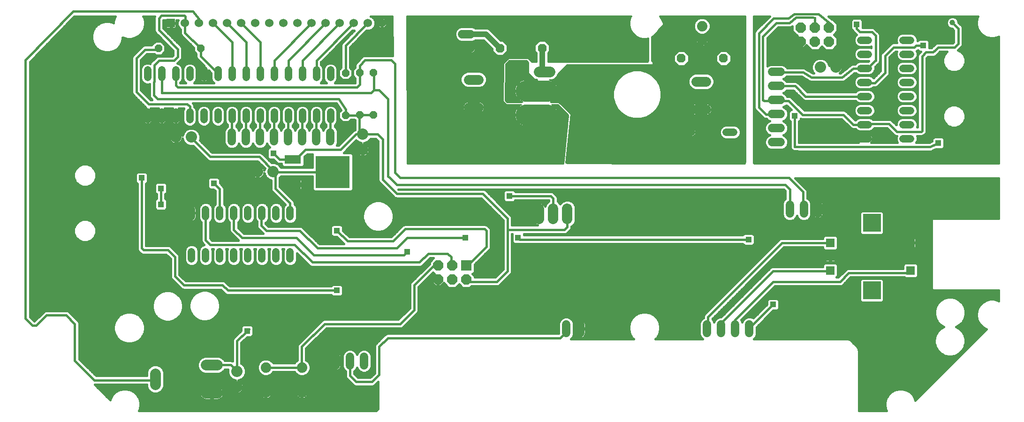
<source format=gbl>
G75*
G70*
%OFA0B0*%
%FSLAX24Y24*%
%IPPOS*%
%LPD*%
%AMOC8*
5,1,8,0,0,1.08239X$1,22.5*
%
%ADD10R,0.0740X0.0740*%
%ADD11OC8,0.0740*%
%ADD12C,0.0600*%
%ADD13C,0.0520*%
%ADD14OC8,0.0520*%
%ADD15R,0.0594X0.0594*%
%ADD16R,0.1266X0.1266*%
%ADD17R,0.0600X0.0600*%
%ADD18C,0.0600*%
%ADD19C,0.0780*%
%ADD20C,0.0800*%
%ADD21R,0.2441X0.2283*%
%ADD22R,0.1181X0.0630*%
%ADD23C,0.0740*%
%ADD24C,0.0594*%
%ADD25C,0.0740*%
%ADD26C,0.0760*%
%ADD27C,0.1500*%
%ADD28OC8,0.0630*%
%ADD29C,0.0705*%
%ADD30C,0.0160*%
%ADD31R,0.0396X0.0396*%
%ADD32C,0.0400*%
%ADD33C,0.0100*%
%ADD34C,0.0396*%
D10*
X033467Y011181D03*
D11*
X032467Y011181D03*
X031467Y011181D03*
X031467Y010181D03*
X032467Y010181D03*
X033467Y010181D03*
X057262Y027096D03*
X058262Y027096D03*
X059262Y027096D03*
X059262Y028096D03*
X058262Y028096D03*
X057262Y028096D03*
D12*
X055822Y024936D02*
X055222Y024936D01*
X055222Y023936D02*
X055822Y023936D01*
X055822Y022936D02*
X055222Y022936D01*
X055222Y021936D02*
X055822Y021936D01*
X055822Y020936D02*
X055222Y020936D01*
X055222Y019936D02*
X055822Y019936D01*
X056467Y015481D02*
X056467Y014881D01*
X057467Y014881D02*
X057467Y015481D01*
X058467Y015481D02*
X058467Y014881D01*
X053592Y006981D02*
X053592Y006381D01*
X052592Y006381D02*
X052592Y006981D01*
X051592Y006981D02*
X051592Y006381D01*
X050592Y006381D02*
X050592Y006981D01*
X041592Y006981D02*
X041592Y006381D01*
X040592Y006381D02*
X040592Y006981D01*
X023825Y020014D02*
X023825Y020614D01*
X022825Y020614D02*
X022825Y020014D01*
X021825Y020014D02*
X021825Y020614D01*
X020825Y020614D02*
X020825Y020014D01*
X019825Y020014D02*
X019825Y020614D01*
X018825Y020614D02*
X018825Y020014D01*
X017825Y020014D02*
X017825Y020614D01*
X016825Y020614D02*
X016825Y020014D01*
D13*
X016837Y021554D02*
X016837Y022074D01*
X015837Y022074D02*
X015837Y021554D01*
X014837Y021554D02*
X014837Y022074D01*
X013837Y022074D02*
X013837Y021554D01*
X012837Y021554D02*
X012837Y022074D01*
X011837Y022074D02*
X011837Y021554D01*
X010837Y021554D02*
X010837Y022074D01*
X010837Y024554D02*
X010837Y025074D01*
X011837Y025074D02*
X011837Y024554D01*
X012837Y024554D02*
X012837Y025074D01*
X013837Y025074D02*
X013837Y024554D01*
X014837Y024554D02*
X014837Y025074D01*
X015837Y025074D02*
X015837Y024554D01*
X016837Y024554D02*
X016837Y025074D01*
X017837Y025074D02*
X017837Y024554D01*
X018837Y024554D02*
X018837Y025074D01*
X019837Y025074D02*
X019837Y024554D01*
X020837Y024554D02*
X020837Y025074D01*
X021837Y025074D02*
X021837Y024554D01*
X022837Y024554D02*
X022837Y025074D01*
X023837Y025074D02*
X023837Y024554D01*
X023837Y022074D02*
X023837Y021554D01*
X022837Y021554D02*
X022837Y022074D01*
X021837Y022074D02*
X021837Y021554D01*
X020837Y021554D02*
X020837Y022074D01*
X019837Y022074D02*
X019837Y021554D01*
X018837Y021554D02*
X018837Y022074D01*
X017837Y022074D02*
X017837Y021554D01*
X017962Y015161D02*
X017962Y014641D01*
X018962Y014641D02*
X018962Y015161D01*
X019962Y015161D02*
X019962Y014641D01*
X020962Y014641D02*
X020962Y015161D01*
X016962Y015161D02*
X016962Y014641D01*
X015962Y014641D02*
X015962Y015161D01*
X014962Y015161D02*
X014962Y014641D01*
X013962Y014641D02*
X013962Y015161D01*
X013962Y012161D02*
X013962Y011641D01*
X014962Y011641D02*
X014962Y012161D01*
X015962Y012161D02*
X015962Y011641D01*
X016962Y011641D02*
X016962Y012161D01*
X017962Y012161D02*
X017962Y011641D01*
X018962Y011641D02*
X018962Y012161D01*
X019962Y012161D02*
X019962Y011641D01*
X020962Y011641D02*
X020962Y012161D01*
X048962Y020656D02*
X049482Y020656D01*
X051962Y020656D02*
X052482Y020656D01*
X061527Y020196D02*
X062047Y020196D01*
X064527Y020196D02*
X065047Y020196D01*
X065047Y021196D02*
X064527Y021196D01*
X064527Y022196D02*
X065047Y022196D01*
X065047Y023196D02*
X064527Y023196D01*
X064527Y024196D02*
X065047Y024196D01*
X065047Y025196D02*
X064527Y025196D01*
X062047Y025196D02*
X061527Y025196D01*
X061527Y024196D02*
X062047Y024196D01*
X062047Y023196D02*
X061527Y023196D01*
X061527Y022196D02*
X062047Y022196D01*
X062047Y021196D02*
X061527Y021196D01*
X061527Y026196D02*
X062047Y026196D01*
X062047Y027196D02*
X061527Y027196D01*
X064527Y027196D02*
X065047Y027196D01*
X065047Y026196D02*
X064527Y026196D01*
D14*
X026887Y024889D03*
X025900Y024876D03*
X024900Y024864D03*
X024900Y021864D03*
X025900Y021876D03*
X026887Y021889D03*
X014600Y026614D03*
X011600Y026614D03*
D15*
X059347Y012785D03*
X059347Y011801D03*
X059347Y010817D03*
X065056Y010817D03*
X065056Y012785D03*
D16*
X062300Y014203D03*
X062300Y009400D03*
D17*
X012487Y028401D03*
D18*
X013487Y028401D03*
X014487Y028401D03*
X015487Y028401D03*
X016487Y028401D03*
X017487Y028401D03*
X018487Y028401D03*
X019487Y028401D03*
X020487Y028401D03*
X021487Y028401D03*
X022487Y028401D03*
X023487Y028401D03*
X024487Y028401D03*
X025487Y028401D03*
X026487Y028401D03*
X027487Y028401D03*
D19*
X015777Y004101D02*
X014997Y004101D01*
X011387Y003491D02*
X011387Y002711D01*
X014997Y002101D02*
X015777Y002101D01*
D20*
X017187Y002551D03*
X017187Y003651D03*
X018662Y017839D03*
X019762Y017839D03*
X013937Y020301D03*
X012837Y020301D03*
X026125Y020501D03*
X026125Y019401D03*
X058652Y025269D03*
X059752Y025269D03*
D21*
X023987Y017826D03*
D22*
X021160Y016928D03*
X021160Y018724D03*
D23*
X050241Y027195D03*
X050241Y028195D03*
X021805Y003929D03*
X019245Y003929D03*
X019245Y002149D03*
X021805Y002149D03*
D24*
X024212Y004092D02*
X024212Y004685D01*
X025212Y004685D02*
X025212Y004092D01*
X026212Y004092D02*
X026212Y004685D01*
X033196Y026620D02*
X033789Y026620D01*
X033789Y027620D02*
X033196Y027620D01*
D25*
X038662Y015216D02*
X038662Y014476D01*
X039662Y014476D02*
X039662Y015216D01*
X040662Y015216D02*
X040662Y014476D01*
D26*
X039423Y024952D02*
X038663Y024952D01*
D27*
X039206Y023590D02*
X037706Y023590D01*
X037706Y021890D02*
X039206Y021890D01*
D28*
X048755Y025911D03*
X051755Y025911D03*
X038880Y026631D03*
X035880Y026631D03*
D29*
X034355Y024390D02*
X033650Y024390D01*
X033650Y022422D02*
X034355Y022422D01*
X049820Y022282D02*
X050525Y022282D01*
X050525Y024250D02*
X049820Y024250D01*
D30*
X010767Y002716D02*
X007072Y002716D01*
X008172Y001616D01*
X008202Y001727D01*
X008345Y001976D01*
X008548Y002179D01*
X007610Y002179D01*
X007451Y002337D02*
X008853Y002337D01*
X008797Y002322D02*
X008548Y002179D01*
X008390Y002020D02*
X007768Y002020D01*
X007927Y001862D02*
X008279Y001862D01*
X008195Y001703D02*
X008085Y001703D01*
X008797Y002322D02*
X009074Y002396D01*
X009361Y002396D01*
X009638Y002322D01*
X009887Y002179D01*
X011053Y002179D01*
X011036Y002185D02*
X011264Y002091D01*
X011511Y002091D01*
X011739Y002185D01*
X011913Y002360D01*
X012007Y002588D01*
X012007Y003614D01*
X011913Y003842D01*
X011739Y004017D01*
X011511Y004111D01*
X011264Y004111D01*
X011036Y004017D01*
X010862Y003842D01*
X010767Y003614D01*
X010767Y003336D01*
X007166Y003336D01*
X005972Y004530D01*
X005972Y007088D01*
X005925Y007202D01*
X005838Y007289D01*
X005213Y007914D01*
X005099Y007961D01*
X003601Y007961D01*
X003487Y007914D01*
X003400Y007827D01*
X002787Y007215D01*
X002472Y007530D01*
X002472Y025650D01*
X005625Y028896D01*
X008538Y028896D01*
X008500Y028830D01*
X008424Y028548D01*
X008424Y028426D01*
X008388Y028447D01*
X008111Y028521D01*
X007824Y028521D01*
X007547Y028447D01*
X007298Y028304D01*
X007095Y028101D01*
X006952Y027852D01*
X006877Y027575D01*
X006877Y027288D01*
X006952Y027010D01*
X007095Y026762D01*
X007298Y026559D01*
X007547Y026415D01*
X007824Y026341D01*
X008111Y026341D01*
X008388Y026415D01*
X008637Y026559D01*
X008840Y026762D01*
X008983Y027010D01*
X009058Y027288D01*
X009058Y027395D01*
X009106Y027367D01*
X009388Y027291D01*
X009680Y027291D01*
X009963Y027367D01*
X010216Y027513D01*
X010422Y027720D01*
X010568Y027973D01*
X010644Y028255D01*
X010644Y028548D01*
X010568Y028830D01*
X010530Y028896D01*
X011357Y028896D01*
X011327Y028825D01*
X011327Y027852D01*
X011375Y027738D01*
X011462Y027651D01*
X011766Y027347D01*
X011775Y027326D01*
X011862Y027238D01*
X012665Y026435D01*
X012665Y026130D01*
X012597Y026061D01*
X011588Y026061D01*
X011474Y026014D01*
X011387Y025927D01*
X011387Y025927D01*
X011062Y025602D01*
X011030Y025524D01*
X010935Y025564D01*
X010740Y025564D01*
X010560Y025489D01*
X010422Y025351D01*
X010347Y025171D01*
X010347Y024456D01*
X010422Y024276D01*
X010560Y024138D01*
X010740Y024064D01*
X010935Y024064D01*
X010977Y024081D01*
X010977Y023214D01*
X011025Y023101D01*
X010901Y023101D01*
X011025Y023101D02*
X011112Y023013D01*
X011164Y022961D01*
X011041Y022961D01*
X010347Y023655D01*
X010347Y025773D01*
X010791Y026216D01*
X011305Y026216D01*
X011397Y026124D01*
X011803Y026124D01*
X012090Y026411D01*
X012090Y026817D01*
X011803Y027104D01*
X011397Y027104D01*
X011130Y026836D01*
X010601Y026836D01*
X010487Y026789D01*
X010400Y026702D01*
X009775Y026077D01*
X009727Y025963D01*
X009727Y023464D01*
X009775Y023351D01*
X009862Y023263D01*
X010729Y022397D01*
X010676Y022375D01*
X010621Y022338D01*
X010573Y022290D01*
X010536Y022235D01*
X010511Y022173D01*
X010497Y022107D01*
X010497Y021814D01*
X010837Y021814D01*
X010837Y021814D01*
X010497Y021814D01*
X010497Y021520D01*
X010511Y021454D01*
X010536Y021393D01*
X010573Y021337D01*
X010621Y021290D01*
X010676Y021252D01*
X010738Y021227D01*
X010804Y021214D01*
X010837Y021214D01*
X010837Y021814D01*
X011837Y021814D01*
X011837Y021814D01*
X011497Y021814D01*
X011497Y022107D01*
X011511Y022173D01*
X011536Y022235D01*
X011573Y022290D01*
X011621Y022338D01*
X011626Y022341D01*
X011049Y022341D01*
X011054Y022338D01*
X011102Y022290D01*
X011139Y022235D01*
X011164Y022173D01*
X011177Y022107D01*
X011177Y021814D01*
X010837Y021814D01*
X010837Y021814D01*
X010837Y021814D01*
X010837Y021214D01*
X010871Y021214D01*
X010937Y021227D01*
X010999Y021252D01*
X011054Y021290D01*
X011102Y021337D01*
X011139Y021393D01*
X011164Y021454D01*
X011177Y021520D01*
X011177Y021814D01*
X010837Y021814D01*
X010837Y021674D02*
X010837Y021674D01*
X010837Y021516D02*
X010837Y021516D01*
X010837Y021357D02*
X010837Y021357D01*
X010560Y021357D02*
X002472Y021357D01*
X002472Y021199D02*
X013500Y021199D01*
X013560Y021138D02*
X013740Y021064D01*
X013935Y021064D01*
X014115Y021138D01*
X014253Y021276D01*
X014327Y021456D01*
X014327Y022171D01*
X014253Y022351D01*
X014147Y022457D01*
X014147Y022538D01*
X014100Y022652D01*
X014036Y022716D01*
X024246Y022716D01*
X024570Y022226D01*
X024410Y022067D01*
X024410Y021661D01*
X024697Y021374D01*
X025103Y021374D01*
X025283Y021554D01*
X025530Y021554D01*
X025577Y021506D01*
X025577Y020826D01*
X025571Y020809D01*
X025462Y020764D01*
X024737Y020039D01*
X024409Y019711D01*
X024272Y019711D01*
X024274Y019713D01*
X024355Y019908D01*
X024355Y020719D01*
X024274Y020914D01*
X024135Y021053D01*
X024135Y021158D01*
X024253Y021276D01*
X024327Y021456D01*
X024327Y022171D01*
X024253Y022351D01*
X024115Y022489D01*
X023935Y022564D01*
X023740Y022564D01*
X023560Y022489D01*
X023422Y022351D01*
X023347Y022171D01*
X023347Y021456D01*
X023422Y021276D01*
X023515Y021183D01*
X023515Y021053D01*
X023376Y020914D01*
X023325Y020791D01*
X023274Y020914D01*
X023135Y021053D01*
X023135Y021158D01*
X023253Y021276D01*
X023327Y021456D01*
X023327Y022171D01*
X023253Y022351D01*
X023115Y022489D01*
X022935Y022564D01*
X022740Y022564D01*
X022560Y022489D01*
X022422Y022351D01*
X022347Y022171D01*
X022347Y021456D01*
X022422Y021276D01*
X022515Y021183D01*
X022515Y021053D01*
X022376Y020914D01*
X022325Y020791D01*
X022274Y020914D01*
X022135Y021053D01*
X022135Y021158D01*
X022253Y021276D01*
X022327Y021456D01*
X022327Y022171D01*
X022253Y022351D01*
X022115Y022489D01*
X021935Y022564D01*
X021740Y022564D01*
X021560Y022489D01*
X021422Y022351D01*
X021347Y022171D01*
X021347Y021456D01*
X021422Y021276D01*
X021515Y021183D01*
X021515Y021053D01*
X021376Y020914D01*
X021325Y020791D01*
X021274Y020914D01*
X021135Y021053D01*
X021135Y021158D01*
X021253Y021276D01*
X021327Y021456D01*
X021327Y022171D01*
X021253Y022351D01*
X021115Y022489D01*
X020935Y022564D01*
X020740Y022564D01*
X020560Y022489D01*
X020422Y022351D01*
X020347Y022171D01*
X020347Y021456D01*
X020422Y021276D01*
X020515Y021183D01*
X020515Y021053D01*
X020376Y020914D01*
X020325Y020791D01*
X020274Y020914D01*
X020135Y021053D01*
X020135Y021158D01*
X020253Y021276D01*
X020327Y021456D01*
X020327Y022171D01*
X020253Y022351D01*
X020115Y022489D01*
X019935Y022564D01*
X019740Y022564D01*
X019560Y022489D01*
X019422Y022351D01*
X019347Y022171D01*
X019347Y021456D01*
X019422Y021276D01*
X019515Y021183D01*
X019515Y021053D01*
X019376Y020914D01*
X019325Y020791D01*
X019274Y020914D01*
X019135Y021053D01*
X019135Y021158D01*
X019253Y021276D01*
X019327Y021456D01*
X019327Y022171D01*
X019253Y022351D01*
X019115Y022489D01*
X018935Y022564D01*
X018740Y022564D01*
X018560Y022489D01*
X018422Y022351D01*
X018347Y022171D01*
X018347Y021456D01*
X018422Y021276D01*
X018515Y021183D01*
X018515Y021053D01*
X018376Y020914D01*
X018325Y020791D01*
X018274Y020914D01*
X018135Y021053D01*
X018135Y021158D01*
X018253Y021276D01*
X018327Y021456D01*
X018327Y022171D01*
X018253Y022351D01*
X018115Y022489D01*
X017935Y022564D01*
X017740Y022564D01*
X017560Y022489D01*
X017422Y022351D01*
X017347Y022171D01*
X017347Y021456D01*
X017422Y021276D01*
X017515Y021183D01*
X017515Y021053D01*
X017376Y020914D01*
X017325Y020791D01*
X017274Y020914D01*
X017135Y021053D01*
X017135Y021158D01*
X017253Y021276D01*
X017327Y021456D01*
X017327Y022171D01*
X017253Y022351D01*
X017115Y022489D01*
X016935Y022564D01*
X016740Y022564D01*
X016560Y022489D01*
X016422Y022351D01*
X016347Y022171D01*
X016347Y021456D01*
X016422Y021276D01*
X016515Y021183D01*
X016515Y021053D01*
X016376Y020914D01*
X016295Y020719D01*
X016295Y019908D01*
X016376Y019713D01*
X016525Y019564D01*
X016720Y019484D01*
X016930Y019484D01*
X017125Y019564D01*
X017274Y019713D01*
X017325Y019836D01*
X017376Y019713D01*
X017525Y019564D01*
X017720Y019484D01*
X017930Y019484D01*
X018125Y019564D01*
X018274Y019713D01*
X018325Y019836D01*
X018376Y019713D01*
X018525Y019564D01*
X018720Y019484D01*
X018930Y019484D01*
X019125Y019564D01*
X019274Y019713D01*
X019325Y019836D01*
X019376Y019713D01*
X019510Y019579D01*
X019494Y019579D01*
X019359Y019444D01*
X019359Y018858D01*
X019494Y018723D01*
X019777Y018723D01*
X020039Y018461D01*
X020153Y018414D01*
X020340Y018414D01*
X020340Y018314D01*
X020474Y018179D01*
X021846Y018179D01*
X021981Y018314D01*
X021981Y018906D01*
X022166Y019091D01*
X022565Y019091D01*
X022537Y019063D01*
X022537Y018136D01*
X020321Y018136D01*
X020297Y018195D01*
X020119Y018373D01*
X019888Y018469D01*
X019658Y018469D01*
X019050Y019077D01*
X018963Y019164D01*
X018849Y019211D01*
X015416Y019211D01*
X014533Y020094D01*
X014567Y020176D01*
X014567Y020426D01*
X014472Y020658D01*
X014294Y020835D01*
X014063Y020931D01*
X013812Y020931D01*
X013581Y020835D01*
X013403Y020658D01*
X013307Y020426D01*
X013307Y020402D01*
X013306Y020414D01*
X013282Y020485D01*
X013248Y020553D01*
X013204Y020614D01*
X013150Y020667D01*
X013089Y020712D01*
X013022Y020746D01*
X012950Y020769D01*
X012875Y020781D01*
X012857Y020781D01*
X012857Y020321D01*
X012817Y020321D01*
X012817Y020281D01*
X012357Y020281D01*
X012357Y020263D01*
X012369Y020189D01*
X012393Y020117D01*
X012427Y020050D01*
X012471Y019988D01*
X012525Y019935D01*
X012586Y019891D01*
X012653Y019856D01*
X012725Y019833D01*
X012800Y019821D01*
X012817Y019821D01*
X012817Y020281D01*
X012857Y020281D01*
X012857Y019821D01*
X012875Y019821D01*
X012950Y019833D01*
X013022Y019856D01*
X013089Y019891D01*
X013150Y019935D01*
X013204Y019988D01*
X013248Y020050D01*
X013282Y020117D01*
X013306Y020189D01*
X013307Y020200D01*
X013307Y020176D01*
X013403Y019944D01*
X013581Y019767D01*
X013812Y019671D01*
X014063Y019671D01*
X014074Y019676D01*
X015112Y018638D01*
X015226Y018591D01*
X018659Y018591D01*
X019178Y018073D01*
X019132Y017964D01*
X019132Y017940D01*
X019131Y017951D01*
X019107Y018023D01*
X019073Y018090D01*
X019029Y018151D01*
X018975Y018205D01*
X018914Y018249D01*
X018847Y018283D01*
X018775Y018307D01*
X018700Y018319D01*
X018682Y018319D01*
X018682Y017859D01*
X018642Y017859D01*
X018642Y017819D01*
X018182Y017819D01*
X018182Y017801D01*
X018194Y017726D01*
X018218Y017654D01*
X018252Y017587D01*
X018296Y017526D01*
X018350Y017472D01*
X018411Y017428D01*
X018478Y017394D01*
X018550Y017370D01*
X018625Y017359D01*
X018642Y017359D01*
X018642Y017819D01*
X018682Y017819D01*
X018682Y017359D01*
X018700Y017359D01*
X018775Y017370D01*
X018847Y017394D01*
X018914Y017428D01*
X018975Y017472D01*
X019029Y017526D01*
X019073Y017587D01*
X019107Y017654D01*
X019131Y017726D01*
X019132Y017738D01*
X019132Y017713D01*
X019228Y017482D01*
X019406Y017305D01*
X019602Y017223D01*
X019602Y016589D01*
X019650Y016476D01*
X019737Y016388D01*
X020617Y015508D01*
X020547Y015439D01*
X020472Y015259D01*
X020472Y014544D01*
X020547Y014364D01*
X020685Y014226D01*
X020865Y014151D01*
X021060Y014151D01*
X021240Y014226D01*
X021378Y014364D01*
X021452Y014544D01*
X021452Y015259D01*
X021378Y015439D01*
X021272Y015544D01*
X021272Y015663D01*
X021225Y015777D01*
X020222Y016780D01*
X020222Y017408D01*
X020297Y017482D01*
X020311Y017516D01*
X022537Y017516D01*
X022537Y016589D01*
X022671Y016454D01*
X025303Y016454D01*
X025437Y016589D01*
X025437Y019063D01*
X025303Y019198D01*
X024773Y019198D01*
X025175Y019601D01*
X025655Y020080D01*
X025768Y019967D01*
X026000Y019871D01*
X026024Y019871D01*
X026013Y019869D01*
X025941Y019846D01*
X025873Y019812D01*
X025812Y019767D01*
X025759Y019714D01*
X025714Y019653D01*
X025680Y019585D01*
X025657Y019514D01*
X025645Y019439D01*
X025645Y019421D01*
X026105Y019421D01*
X026105Y019381D01*
X026145Y019381D01*
X026145Y018921D01*
X026163Y018921D01*
X026237Y018933D01*
X026309Y018956D01*
X026377Y018991D01*
X026438Y019035D01*
X026491Y019088D01*
X026535Y019150D01*
X026570Y019217D01*
X026593Y019289D01*
X026605Y019363D01*
X026605Y019381D01*
X026145Y019381D01*
X026145Y019421D01*
X026605Y019421D01*
X026605Y019439D01*
X026593Y019514D01*
X026570Y019585D01*
X026535Y019653D01*
X026491Y019714D01*
X026438Y019767D01*
X026377Y019812D01*
X026309Y019846D01*
X026237Y019869D01*
X026226Y019871D01*
X026250Y019871D01*
X026482Y019967D01*
X026659Y020144D01*
X026678Y020191D01*
X027059Y020191D01*
X027227Y020023D01*
X027227Y017214D01*
X027275Y017101D01*
X028275Y016101D01*
X028362Y016013D01*
X028476Y015966D01*
X034534Y015966D01*
X036102Y014398D01*
X036102Y010905D01*
X035534Y010336D01*
X034067Y010336D01*
X034067Y010430D01*
X033916Y010581D01*
X033933Y010581D01*
X034067Y010716D01*
X034067Y011243D01*
X035088Y012263D01*
X035175Y012351D01*
X035222Y012464D01*
X035222Y013713D01*
X035175Y013827D01*
X035050Y013952D01*
X034963Y014039D01*
X034849Y014086D01*
X029101Y014086D01*
X028987Y014039D01*
X028159Y013211D01*
X025166Y013211D01*
X024716Y013661D01*
X024716Y013944D01*
X024581Y014079D01*
X023994Y014079D01*
X023859Y013944D01*
X023859Y013358D01*
X023994Y013223D01*
X024277Y013223D01*
X024789Y012711D01*
X023041Y012711D01*
X021925Y013827D01*
X021838Y013914D01*
X021724Y013961D01*
X019416Y013961D01*
X019222Y014155D01*
X019222Y014218D01*
X019240Y014226D01*
X019378Y014364D01*
X019452Y014544D01*
X019452Y015259D01*
X019378Y015439D01*
X019240Y015577D01*
X019060Y015651D01*
X019865Y015651D01*
X019685Y015577D01*
X019547Y015439D01*
X019472Y015259D01*
X019472Y014544D01*
X019547Y014364D01*
X019685Y014226D01*
X019865Y014151D01*
X020060Y014151D01*
X020240Y014226D01*
X020378Y014364D01*
X020452Y014544D01*
X020452Y015259D01*
X020378Y015439D01*
X020240Y015577D01*
X020060Y015651D01*
X020474Y015651D01*
X020601Y015493D02*
X020324Y015493D01*
X020421Y015334D02*
X020504Y015334D01*
X020472Y015176D02*
X020452Y015176D01*
X020452Y015017D02*
X020472Y015017D01*
X020472Y014859D02*
X020452Y014859D01*
X020452Y014700D02*
X020472Y014700D01*
X020473Y014542D02*
X020452Y014542D01*
X020386Y014383D02*
X020539Y014383D01*
X020688Y014225D02*
X020237Y014225D01*
X019688Y014225D02*
X019237Y014225D01*
X019311Y014066D02*
X023981Y014066D01*
X023859Y013908D02*
X021844Y013908D01*
X022003Y013749D02*
X023859Y013749D01*
X023859Y013591D02*
X022161Y013591D01*
X022320Y013432D02*
X023859Y013432D01*
X023944Y013274D02*
X022478Y013274D01*
X022637Y013115D02*
X024385Y013115D01*
X024544Y012957D02*
X022795Y012957D01*
X022954Y012798D02*
X024702Y012798D01*
X025037Y012901D02*
X024287Y013651D01*
X024716Y013749D02*
X026651Y013749D01*
X026548Y013809D02*
X026797Y013665D01*
X027074Y013591D01*
X027361Y013591D01*
X027638Y013665D01*
X027887Y013809D01*
X028090Y014012D01*
X028233Y014260D01*
X028308Y014538D01*
X028308Y014825D01*
X028233Y015102D01*
X028090Y015351D01*
X027887Y015554D01*
X027638Y015697D01*
X027361Y015771D01*
X027074Y015771D01*
X026797Y015697D01*
X026548Y015554D01*
X026345Y015351D01*
X026202Y015102D01*
X026127Y014825D01*
X026127Y014538D01*
X026202Y014260D01*
X026345Y014012D01*
X026548Y013809D01*
X026449Y013908D02*
X024716Y013908D01*
X024594Y014066D02*
X026314Y014066D01*
X026222Y014225D02*
X021237Y014225D01*
X021386Y014383D02*
X026169Y014383D01*
X026127Y014542D02*
X021452Y014542D01*
X021452Y014700D02*
X026127Y014700D01*
X026136Y014859D02*
X021452Y014859D01*
X021452Y015017D02*
X026179Y015017D01*
X026244Y015176D02*
X021452Y015176D01*
X021421Y015334D02*
X026336Y015334D01*
X026487Y015493D02*
X021324Y015493D01*
X021272Y015651D02*
X026717Y015651D01*
X025912Y015526D02*
X022563Y015526D01*
X021160Y016928D01*
X021160Y016903D01*
X022537Y015526D01*
X021192Y015810D02*
X034691Y015810D01*
X034849Y015651D02*
X027718Y015651D01*
X027948Y015493D02*
X035008Y015493D01*
X035166Y015334D02*
X028099Y015334D01*
X028191Y015176D02*
X035325Y015176D01*
X035483Y015017D02*
X028256Y015017D01*
X028299Y014859D02*
X035642Y014859D01*
X035800Y014700D02*
X028308Y014700D01*
X028308Y014542D02*
X035959Y014542D01*
X036102Y014383D02*
X028266Y014383D01*
X028213Y014225D02*
X036102Y014225D01*
X036102Y014066D02*
X034898Y014066D01*
X035094Y013908D02*
X036102Y013908D01*
X036102Y013749D02*
X035207Y013749D01*
X035222Y013591D02*
X036102Y013591D01*
X036102Y013432D02*
X035222Y013432D01*
X035222Y013274D02*
X036102Y013274D01*
X036102Y013115D02*
X035222Y013115D01*
X035222Y012957D02*
X036102Y012957D01*
X036102Y012798D02*
X035222Y012798D01*
X035222Y012640D02*
X036102Y012640D01*
X036102Y012481D02*
X035222Y012481D01*
X035147Y012323D02*
X036102Y012323D01*
X036102Y012164D02*
X034989Y012164D01*
X034830Y012006D02*
X036102Y012006D01*
X036102Y011847D02*
X034672Y011847D01*
X034513Y011689D02*
X036102Y011689D01*
X036102Y011530D02*
X034355Y011530D01*
X034196Y011372D02*
X036102Y011372D01*
X036102Y011213D02*
X034067Y011213D01*
X034067Y011055D02*
X036102Y011055D01*
X036094Y010896D02*
X034067Y010896D01*
X034067Y010738D02*
X035935Y010738D01*
X035777Y010579D02*
X033918Y010579D01*
X034067Y010421D02*
X035618Y010421D01*
X035662Y010026D02*
X036412Y010776D01*
X036412Y014526D01*
X036412Y013792D01*
X036476Y013728D01*
X040454Y013728D01*
X040636Y013910D01*
X040636Y014820D01*
X040662Y014846D01*
X041262Y014859D02*
X055937Y014859D01*
X055937Y014776D02*
X056018Y014581D01*
X056167Y014432D01*
X056362Y014351D01*
X056573Y014351D01*
X056768Y014432D01*
X056917Y014581D01*
X056967Y014703D01*
X057018Y014581D01*
X057167Y014432D01*
X057362Y014351D01*
X057573Y014351D01*
X057768Y014432D01*
X057917Y014581D01*
X057997Y014776D01*
X057997Y015587D01*
X057917Y015781D01*
X057768Y015930D01*
X057722Y015949D01*
X057722Y016463D01*
X057675Y016577D01*
X057588Y016664D01*
X056856Y017396D01*
X070405Y017396D01*
X070408Y017397D01*
X071322Y017397D01*
X071322Y014640D01*
X071319Y014632D01*
X071319Y014610D01*
X071307Y014582D01*
X071307Y014526D01*
X066537Y014526D01*
X066537Y009526D01*
X066662Y009401D01*
X071322Y009401D01*
X071322Y008663D01*
X071263Y008697D01*
X070986Y008771D01*
X070699Y008771D01*
X070422Y008697D01*
X070173Y008554D01*
X069970Y008351D01*
X069827Y008102D01*
X069752Y007825D01*
X069752Y007538D01*
X069827Y007260D01*
X069970Y007012D01*
X070173Y006809D01*
X070422Y006665D01*
X070455Y006656D01*
X065394Y001595D01*
X065358Y001727D01*
X065215Y001976D01*
X065012Y002179D01*
X065978Y002179D01*
X066136Y002337D02*
X064707Y002337D01*
X064763Y002322D02*
X064486Y002396D01*
X064199Y002396D01*
X063922Y002322D01*
X063673Y002179D01*
X061367Y002179D01*
X061367Y002337D02*
X063978Y002337D01*
X063673Y002179D02*
X063470Y001976D01*
X063327Y001727D01*
X063252Y001450D01*
X063252Y001163D01*
X063327Y000885D01*
X063351Y000844D01*
X061367Y000844D01*
X061367Y005182D01*
X061287Y005376D01*
X060937Y005726D01*
X060788Y005875D01*
X060593Y005956D01*
X053917Y005956D01*
X054042Y006081D01*
X054122Y006276D01*
X054122Y006798D01*
X055298Y007973D01*
X055581Y007973D01*
X055716Y008108D01*
X055716Y008694D01*
X055581Y008829D01*
X054994Y008829D01*
X054859Y008694D01*
X054859Y008411D01*
X053883Y007435D01*
X053698Y007511D01*
X053487Y007511D01*
X053292Y007430D01*
X053143Y007281D01*
X053092Y007159D01*
X053042Y007281D01*
X053011Y007312D01*
X055416Y009716D01*
X060099Y009716D01*
X060213Y009763D01*
X060791Y010341D01*
X064613Y010341D01*
X064664Y010290D01*
X065448Y010290D01*
X065583Y010425D01*
X065583Y011209D01*
X065448Y011344D01*
X064664Y011344D01*
X064529Y011209D01*
X064529Y010961D01*
X060601Y010961D01*
X060487Y010914D01*
X060400Y010827D01*
X059909Y010336D01*
X059785Y010336D01*
X059874Y010425D01*
X059874Y011209D01*
X059739Y011344D01*
X058955Y011344D01*
X058820Y011209D01*
X058820Y011086D01*
X055226Y011086D01*
X055112Y011039D01*
X055025Y010952D01*
X051584Y007511D01*
X051487Y007511D01*
X051292Y007430D01*
X051143Y007281D01*
X051092Y007159D01*
X051042Y007281D01*
X050972Y007351D01*
X050972Y007398D01*
X056050Y012475D01*
X058820Y012475D01*
X058820Y012393D01*
X058955Y012259D01*
X059739Y012259D01*
X059874Y012393D01*
X059874Y013177D01*
X059739Y013312D01*
X058955Y013312D01*
X058820Y013177D01*
X058820Y013095D01*
X055860Y013095D01*
X055746Y013048D01*
X050487Y007789D01*
X050400Y007702D01*
X050352Y007588D01*
X050352Y007455D01*
X050292Y007430D01*
X050143Y007281D01*
X050062Y007087D01*
X050062Y006276D01*
X050143Y006081D01*
X050268Y005956D01*
X046926Y005956D01*
X047037Y006066D01*
X047183Y006319D01*
X047258Y006602D01*
X047258Y006894D01*
X047183Y007176D01*
X047037Y007429D01*
X046830Y007636D01*
X046577Y007782D01*
X046295Y007858D01*
X046002Y007858D01*
X045720Y007782D01*
X045467Y007636D01*
X045260Y007429D01*
X045114Y007176D01*
X045038Y006894D01*
X045038Y006602D01*
X045114Y006319D01*
X045260Y006066D01*
X045370Y005956D01*
X040917Y005956D01*
X041042Y006081D01*
X041122Y006276D01*
X041122Y007087D01*
X041042Y007281D01*
X040893Y007430D01*
X040698Y007511D01*
X040487Y007511D01*
X040292Y007430D01*
X040143Y007281D01*
X040062Y007087D01*
X040062Y006365D01*
X040034Y006336D01*
X027851Y006336D01*
X027737Y006289D01*
X027650Y006202D01*
X027025Y005577D01*
X026977Y005463D01*
X026977Y003530D01*
X026659Y003211D01*
X025791Y003211D01*
X025522Y003480D01*
X025522Y003657D01*
X025659Y003793D01*
X025712Y003922D01*
X025713Y003922D01*
X025712Y003922D02*
X025766Y003793D01*
X025914Y003645D01*
X026108Y003565D01*
X026317Y003565D01*
X026511Y003645D01*
X026659Y003793D01*
X026739Y003987D01*
X026739Y004790D01*
X026659Y004984D01*
X026511Y005132D01*
X026317Y005212D01*
X026108Y005212D01*
X025914Y005132D01*
X025766Y004984D01*
X025712Y004855D01*
X025659Y004984D01*
X025511Y005132D01*
X025317Y005212D01*
X025108Y005212D01*
X024914Y005132D01*
X024766Y004984D01*
X024686Y004790D01*
X024686Y003987D01*
X024766Y003793D01*
X024902Y003657D01*
X024902Y003289D01*
X024950Y003176D01*
X025400Y002726D01*
X025487Y002638D01*
X025601Y002591D01*
X026849Y002591D01*
X026963Y002638D01*
X027232Y002908D01*
X027232Y000983D01*
X027093Y000844D01*
X010209Y000844D01*
X010233Y000885D01*
X010308Y001163D01*
X010308Y001450D01*
X010233Y001727D01*
X010090Y001976D01*
X009887Y002179D01*
X010045Y002020D02*
X014534Y002020D01*
X014539Y001991D02*
X014562Y001921D01*
X014595Y001855D01*
X014639Y001795D01*
X014691Y001743D01*
X014751Y001699D01*
X014817Y001666D01*
X014887Y001643D01*
X014960Y001631D01*
X015337Y001631D01*
X015337Y002051D01*
X014530Y002051D01*
X014539Y001991D01*
X014592Y001862D02*
X010156Y001862D01*
X010240Y001703D02*
X014746Y001703D01*
X015337Y001703D02*
X015437Y001703D01*
X015437Y001631D02*
X015814Y001631D01*
X015888Y001643D01*
X015958Y001666D01*
X016024Y001699D01*
X016084Y001743D01*
X016136Y001795D01*
X016179Y001855D01*
X016213Y001921D01*
X016236Y001991D01*
X016245Y002051D01*
X015437Y002051D01*
X015437Y001631D01*
X015437Y001862D02*
X015337Y001862D01*
X015337Y002020D02*
X015437Y002020D01*
X015437Y002051D02*
X015337Y002051D01*
X015337Y002151D01*
X014530Y002151D01*
X014539Y002211D01*
X014562Y002282D01*
X014595Y002347D01*
X014639Y002407D01*
X014691Y002460D01*
X014751Y002503D01*
X014817Y002537D01*
X014887Y002560D01*
X014960Y002571D01*
X015337Y002571D01*
X015337Y002151D01*
X015437Y002151D01*
X015437Y002571D01*
X015814Y002571D01*
X015888Y002560D01*
X015958Y002537D01*
X016024Y002503D01*
X016084Y002460D01*
X016136Y002407D01*
X016179Y002347D01*
X016213Y002282D01*
X016236Y002211D01*
X016245Y002151D01*
X015437Y002151D01*
X015437Y002051D01*
X015387Y002101D02*
X016862Y002101D01*
X017287Y002526D01*
X017207Y002531D02*
X017207Y002571D01*
X017667Y002571D01*
X017667Y002589D01*
X017656Y002664D01*
X017632Y002735D01*
X017598Y002803D01*
X017554Y002864D01*
X017500Y002917D01*
X017439Y002962D01*
X017372Y002996D01*
X017300Y003019D01*
X017288Y003021D01*
X017313Y003021D01*
X017544Y003117D01*
X017722Y003294D01*
X017817Y003526D01*
X017817Y003776D01*
X017722Y004008D01*
X017544Y004185D01*
X017497Y004205D01*
X017497Y005673D01*
X017923Y006098D01*
X018206Y006098D01*
X018341Y006233D01*
X018341Y006573D01*
X018347Y006589D01*
X018347Y006713D01*
X018341Y006729D01*
X018341Y006819D01*
X018206Y006954D01*
X018116Y006954D01*
X018099Y006961D01*
X017976Y006961D01*
X017959Y006954D01*
X017619Y006954D01*
X017484Y006819D01*
X017484Y006536D01*
X016925Y005977D01*
X016877Y005863D01*
X016877Y004379D01*
X016799Y004411D01*
X016320Y004411D01*
X016303Y004452D01*
X016129Y004627D01*
X015901Y004721D01*
X014874Y004721D01*
X014646Y004627D01*
X014472Y004452D01*
X014377Y004224D01*
X014377Y003978D01*
X014472Y003750D01*
X014646Y003575D01*
X014874Y003481D01*
X015901Y003481D01*
X016129Y003575D01*
X016303Y003750D01*
X016320Y003791D01*
X016564Y003791D01*
X016557Y003776D01*
X016557Y003526D01*
X016653Y003294D01*
X016831Y003117D01*
X017062Y003021D01*
X017087Y003021D01*
X017075Y003019D01*
X017003Y002996D01*
X016936Y002962D01*
X016875Y002917D01*
X016821Y002864D01*
X016777Y002803D01*
X016743Y002735D01*
X016719Y002664D01*
X016707Y002589D01*
X016707Y002571D01*
X017167Y002571D01*
X017167Y002531D01*
X016707Y002531D01*
X016707Y002513D01*
X016719Y002439D01*
X016743Y002367D01*
X016777Y002300D01*
X016821Y002238D01*
X016875Y002185D01*
X016936Y002141D01*
X017003Y002106D01*
X017075Y002083D01*
X017150Y002071D01*
X017167Y002071D01*
X017167Y002531D01*
X017207Y002531D01*
X017207Y002071D01*
X017225Y002071D01*
X017300Y002083D01*
X017372Y002106D01*
X017439Y002141D01*
X017500Y002185D01*
X017554Y002238D01*
X017598Y002300D01*
X017632Y002367D01*
X017656Y002439D01*
X017667Y002513D01*
X017667Y002531D01*
X017207Y002531D01*
X017187Y002551D02*
X018842Y002551D01*
X019245Y002149D01*
X021805Y002149D01*
X023160Y002149D01*
X024162Y003151D01*
X024162Y004339D01*
X024212Y004389D01*
X024212Y005826D01*
X024787Y006401D01*
X027537Y006401D01*
X027662Y006526D01*
X029662Y006526D01*
X030287Y007151D01*
X030287Y008026D01*
X040912Y008026D01*
X041537Y007401D01*
X041537Y006776D01*
X041572Y006775D02*
X041612Y006775D01*
X041612Y006701D02*
X041572Y006701D01*
X041572Y006661D01*
X041212Y006661D01*
X041212Y006344D01*
X041227Y006270D01*
X041256Y006201D01*
X041297Y006139D01*
X041350Y006086D01*
X041412Y006044D01*
X041482Y006016D01*
X041555Y006001D01*
X041572Y006001D01*
X041572Y006661D01*
X041612Y006661D01*
X041612Y006001D01*
X041630Y006001D01*
X041703Y006016D01*
X041772Y006044D01*
X041835Y006086D01*
X041888Y006139D01*
X041929Y006201D01*
X041958Y006270D01*
X041972Y006344D01*
X041972Y006661D01*
X041612Y006661D01*
X041612Y006701D01*
X041612Y007361D01*
X041630Y007361D01*
X041703Y007346D01*
X041772Y007318D01*
X041835Y007276D01*
X041888Y007223D01*
X041929Y007161D01*
X041958Y007092D01*
X041972Y007019D01*
X041972Y006701D01*
X041612Y006701D01*
X041592Y006681D02*
X044192Y006681D01*
X046162Y008651D01*
X050662Y008651D01*
X055662Y013651D01*
X057662Y013651D01*
X058412Y014401D01*
X058412Y015126D01*
X058467Y015181D01*
X058447Y015176D02*
X057997Y015176D01*
X058087Y015161D02*
X058087Y014844D01*
X058102Y014770D01*
X058131Y014701D01*
X058172Y014639D01*
X058225Y014586D01*
X058287Y014544D01*
X058357Y014516D01*
X058430Y014501D01*
X058447Y014501D01*
X058447Y015161D01*
X058087Y015161D01*
X058087Y015201D02*
X058447Y015201D01*
X058447Y015161D01*
X058487Y015161D01*
X058487Y014501D01*
X058505Y014501D01*
X058578Y014516D01*
X058647Y014544D01*
X058710Y014586D01*
X058763Y014639D01*
X058804Y014701D01*
X058833Y014770D01*
X058847Y014844D01*
X058847Y015161D01*
X058487Y015161D01*
X058487Y015201D01*
X058447Y015201D01*
X058447Y015861D01*
X058430Y015861D01*
X058357Y015846D01*
X058287Y015818D01*
X058225Y015776D01*
X058172Y015723D01*
X058131Y015661D01*
X058102Y015592D01*
X058087Y015519D01*
X058087Y015201D01*
X058087Y015334D02*
X057997Y015334D01*
X057997Y015493D02*
X058087Y015493D01*
X058127Y015651D02*
X057971Y015651D01*
X057889Y015810D02*
X058275Y015810D01*
X058447Y015810D02*
X058487Y015810D01*
X058487Y015861D02*
X058487Y015201D01*
X058847Y015201D01*
X058847Y015519D01*
X058833Y015592D01*
X058804Y015661D01*
X058763Y015723D01*
X058710Y015776D01*
X058647Y015818D01*
X058578Y015846D01*
X058505Y015861D01*
X058487Y015861D01*
X058660Y015810D02*
X071322Y015810D01*
X071322Y015968D02*
X057722Y015968D01*
X057722Y016127D02*
X071322Y016127D01*
X071322Y016285D02*
X057722Y016285D01*
X057722Y016444D02*
X071322Y016444D01*
X071322Y016602D02*
X057650Y016602D01*
X057491Y016761D02*
X071322Y016761D01*
X071322Y016919D02*
X057333Y016919D01*
X057174Y017078D02*
X071322Y017078D01*
X071322Y017236D02*
X057016Y017236D01*
X056857Y017395D02*
X071322Y017395D01*
X071322Y018457D02*
X069937Y018457D01*
X069935Y018456D01*
X053942Y018456D01*
X053912Y018486D01*
X053912Y028896D01*
X055044Y028896D01*
X054097Y027949D01*
X054010Y027862D01*
X053962Y027748D01*
X053962Y022364D01*
X054010Y022251D01*
X054520Y021741D01*
X054607Y021653D01*
X054721Y021606D01*
X054803Y021606D01*
X054922Y021487D01*
X055045Y021436D01*
X054922Y021385D01*
X054773Y021236D01*
X054692Y021042D01*
X054692Y020831D01*
X054773Y020636D01*
X054922Y020487D01*
X055045Y020436D01*
X054922Y020385D01*
X054773Y020236D01*
X054692Y020042D01*
X054692Y019831D01*
X054773Y019636D01*
X054922Y019487D01*
X055117Y019406D01*
X055928Y019406D01*
X056123Y019487D01*
X056272Y019636D01*
X056352Y019831D01*
X056352Y020042D01*
X056272Y020236D01*
X056123Y020385D01*
X056000Y020436D01*
X056123Y020487D01*
X056272Y020636D01*
X056352Y020831D01*
X056352Y021042D01*
X056272Y021236D01*
X056123Y021385D01*
X056000Y021436D01*
X056123Y021487D01*
X056272Y021636D01*
X056352Y021831D01*
X056352Y022042D01*
X056272Y022236D01*
X056123Y022385D01*
X056000Y022436D01*
X056123Y022487D01*
X056202Y022566D01*
X056264Y022566D01*
X056586Y022244D01*
X056529Y022244D01*
X056394Y022109D01*
X056394Y021523D01*
X056512Y021405D01*
X056512Y019638D01*
X056509Y019588D01*
X056512Y019576D01*
X056512Y019564D01*
X056532Y019518D01*
X056547Y019470D01*
X056555Y019461D01*
X056560Y019451D01*
X056595Y019415D01*
X056628Y019377D01*
X056638Y019372D01*
X056647Y019363D01*
X056693Y019344D01*
X056738Y019322D01*
X056750Y019321D01*
X056761Y019316D01*
X056811Y019316D01*
X057020Y019301D01*
X057031Y019296D01*
X057081Y019296D01*
X057131Y019292D01*
X057142Y019296D01*
X066388Y019296D01*
X066394Y019294D01*
X066449Y019296D01*
X066504Y019296D01*
X066510Y019299D01*
X066517Y019299D01*
X066567Y019322D01*
X066618Y019343D01*
X066623Y019348D01*
X066837Y019448D01*
X067316Y019448D01*
X067451Y019583D01*
X067451Y020169D01*
X067316Y020304D01*
X066729Y020304D01*
X066594Y020169D01*
X066594Y020019D01*
X066374Y019916D01*
X065460Y019916D01*
X065463Y019919D01*
X065537Y020099D01*
X065537Y020294D01*
X065499Y020386D01*
X065884Y020386D01*
X065998Y020433D01*
X066048Y020483D01*
X066135Y020571D01*
X066182Y020684D01*
X066182Y025918D01*
X066291Y026026D01*
X066724Y026026D01*
X066838Y026073D01*
X066988Y026223D01*
X067075Y026311D01*
X067082Y026328D01*
X067131Y026376D01*
X067664Y026376D01*
X067466Y026178D01*
X067345Y025886D01*
X067345Y025569D01*
X067466Y025277D01*
X067690Y025054D01*
X067982Y024933D01*
X068298Y024933D01*
X068590Y025054D01*
X068814Y025277D01*
X068935Y025569D01*
X068935Y025886D01*
X068814Y026178D01*
X068590Y026402D01*
X068404Y026479D01*
X068618Y026693D01*
X068705Y026781D01*
X068752Y026894D01*
X068752Y028088D01*
X068705Y028202D01*
X068461Y028446D01*
X068461Y028521D01*
X068395Y028679D01*
X068275Y028799D01*
X068118Y028864D01*
X067947Y028864D01*
X067790Y028799D01*
X067670Y028679D01*
X067604Y028521D01*
X067604Y028351D01*
X067670Y028194D01*
X067790Y028073D01*
X067947Y028008D01*
X068022Y028008D01*
X068132Y027898D01*
X068132Y027085D01*
X068044Y026996D01*
X066941Y026996D01*
X066827Y026949D01*
X066740Y026862D01*
X066550Y026672D01*
X066543Y026655D01*
X066534Y026646D01*
X066391Y026646D01*
X066391Y027119D01*
X066256Y027254D01*
X065669Y027254D01*
X065551Y027136D01*
X065537Y027136D01*
X065537Y027294D01*
X065463Y027474D01*
X065325Y027612D01*
X065145Y027686D01*
X064430Y027686D01*
X064250Y027612D01*
X064112Y027474D01*
X064037Y027294D01*
X064037Y027099D01*
X064076Y027006D01*
X063781Y027006D01*
X063667Y026959D01*
X063067Y026359D01*
X062980Y026272D01*
X062932Y026158D01*
X062932Y025005D01*
X062432Y024504D01*
X062325Y024612D01*
X062145Y024686D01*
X061430Y024686D01*
X061250Y024612D01*
X061112Y024474D01*
X061037Y024294D01*
X061037Y024099D01*
X061112Y023919D01*
X061250Y023781D01*
X061430Y023706D01*
X062145Y023706D01*
X062325Y023781D01*
X062400Y023856D01*
X062594Y023856D01*
X062708Y023903D01*
X062795Y023991D01*
X063505Y024701D01*
X063552Y024814D01*
X063552Y025968D01*
X063971Y026386D01*
X064076Y026386D01*
X064037Y026294D01*
X064037Y026099D01*
X064112Y025919D01*
X064250Y025781D01*
X064430Y025706D01*
X065145Y025706D01*
X065325Y025781D01*
X065463Y025919D01*
X065537Y026099D01*
X065537Y026294D01*
X065484Y026423D01*
X065508Y026433D01*
X065571Y026496D01*
X065669Y026398D01*
X065786Y026398D01*
X065610Y026222D01*
X065562Y026108D01*
X065562Y021006D01*
X065499Y021006D01*
X065537Y021099D01*
X065537Y021294D01*
X065463Y021474D01*
X065325Y021612D01*
X065145Y021686D01*
X064430Y021686D01*
X064250Y021612D01*
X064112Y021474D01*
X064037Y021294D01*
X064037Y021170D01*
X063698Y021509D01*
X063584Y021556D01*
X062380Y021556D01*
X062325Y021612D01*
X062145Y021686D01*
X061430Y021686D01*
X061250Y021612D01*
X061145Y021506D01*
X061111Y021506D01*
X060545Y022072D01*
X060458Y022159D01*
X060344Y022206D01*
X057501Y022206D01*
X056655Y023052D01*
X056568Y023139D01*
X056454Y023186D01*
X056293Y023186D01*
X056272Y023236D01*
X056123Y023385D01*
X056000Y023436D01*
X056123Y023487D01*
X056262Y023626D01*
X056724Y023626D01*
X057417Y022933D01*
X057531Y022886D01*
X061145Y022886D01*
X061250Y022781D01*
X061430Y022706D01*
X062145Y022706D01*
X062325Y022781D01*
X062463Y022919D01*
X062537Y023099D01*
X062537Y023294D01*
X062463Y023474D01*
X062325Y023612D01*
X062145Y023686D01*
X061430Y023686D01*
X061250Y023612D01*
X061145Y023506D01*
X057721Y023506D01*
X057115Y024112D01*
X057028Y024199D01*
X056914Y024246D01*
X056262Y024246D01*
X056123Y024385D01*
X056000Y024436D01*
X056123Y024487D01*
X056248Y024612D01*
X057317Y024607D01*
X057841Y024299D01*
X057857Y024283D01*
X057894Y024268D01*
X057929Y024248D01*
X057950Y024245D01*
X057971Y024236D01*
X058011Y024236D01*
X058051Y024231D01*
X058072Y024236D01*
X060175Y024236D01*
X060219Y024231D01*
X060236Y024236D01*
X060254Y024236D01*
X060295Y024253D01*
X060338Y024265D01*
X060352Y024276D01*
X060368Y024283D01*
X060399Y024315D01*
X061091Y024866D01*
X061165Y024866D01*
X061250Y024781D01*
X061430Y024706D01*
X062145Y024706D01*
X062325Y024781D01*
X062463Y024919D01*
X062537Y025099D01*
X062537Y025293D01*
X062714Y025469D01*
X062748Y025483D01*
X062835Y025571D01*
X062882Y025684D01*
X062882Y027578D01*
X062835Y027692D01*
X062565Y027962D01*
X062478Y028049D01*
X062364Y028096D01*
X061661Y028096D01*
X061661Y028599D01*
X061526Y028734D01*
X060939Y028734D01*
X060804Y028599D01*
X060804Y028013D01*
X060939Y027878D01*
X060940Y027878D01*
X060960Y027831D01*
X061047Y027743D01*
X061214Y027576D01*
X061112Y027474D01*
X061037Y027294D01*
X061037Y027099D01*
X061112Y026919D01*
X061250Y026781D01*
X061430Y026706D01*
X062145Y026706D01*
X062262Y026755D01*
X062262Y026637D01*
X062145Y026686D01*
X061430Y026686D01*
X061250Y026612D01*
X061112Y026474D01*
X061037Y026294D01*
X061037Y026099D01*
X061112Y025919D01*
X061250Y025781D01*
X061430Y025706D01*
X062074Y025706D01*
X062054Y025686D01*
X061430Y025686D01*
X061250Y025612D01*
X061125Y025486D01*
X061000Y025486D01*
X060956Y025491D01*
X060939Y025486D01*
X060921Y025486D01*
X060880Y025469D01*
X060837Y025457D01*
X060823Y025446D01*
X060807Y025439D01*
X060776Y025408D01*
X060084Y024856D01*
X060000Y024856D01*
X060004Y024858D01*
X060065Y024902D01*
X060119Y024956D01*
X060163Y025017D01*
X060197Y025084D01*
X060221Y025156D01*
X060232Y025231D01*
X060232Y025249D01*
X059772Y025249D01*
X059772Y025289D01*
X059732Y025289D01*
X059732Y025749D01*
X059715Y025749D01*
X059640Y025737D01*
X059568Y025713D01*
X059501Y025679D01*
X059440Y025635D01*
X059386Y025581D01*
X059342Y025520D01*
X059308Y025453D01*
X059284Y025381D01*
X059282Y025370D01*
X059282Y025394D01*
X059187Y025625D01*
X059009Y025803D01*
X058778Y025899D01*
X058527Y025899D01*
X058296Y025803D01*
X058118Y025625D01*
X058022Y025394D01*
X058022Y025143D01*
X058118Y024912D01*
X058174Y024856D01*
X058117Y024856D01*
X057594Y025163D01*
X057579Y025178D01*
X057542Y025194D01*
X057506Y025215D01*
X057485Y025218D01*
X057466Y025226D01*
X057425Y025226D01*
X057384Y025232D01*
X057364Y025226D01*
X056273Y025232D01*
X056272Y025236D01*
X056123Y025385D01*
X055928Y025466D01*
X055117Y025466D01*
X054922Y025385D01*
X054872Y025336D01*
X054872Y027338D01*
X055651Y028116D01*
X056448Y028116D01*
X056494Y028112D01*
X056509Y028116D01*
X056524Y028116D01*
X056567Y028134D01*
X056612Y028148D01*
X056624Y028157D01*
X056638Y028163D01*
X056662Y028188D01*
X056662Y027848D01*
X057014Y027496D01*
X057026Y027496D01*
X056812Y027282D01*
X056812Y027116D01*
X057242Y027116D01*
X057242Y027076D01*
X056812Y027076D01*
X056812Y026910D01*
X057076Y026646D01*
X057242Y026646D01*
X057242Y027076D01*
X057282Y027076D01*
X057282Y026646D01*
X057449Y026646D01*
X057662Y026860D01*
X057662Y026848D01*
X058014Y026496D01*
X058511Y026496D01*
X058762Y026748D01*
X059014Y026496D01*
X059511Y026496D01*
X059862Y026848D01*
X059862Y027345D01*
X059611Y027596D01*
X059862Y027848D01*
X059862Y028345D01*
X059511Y028696D01*
X059461Y028696D01*
X059438Y028719D01*
X059422Y028726D01*
X059209Y028896D01*
X069852Y028896D01*
X069827Y028852D01*
X069752Y028575D01*
X069752Y028288D01*
X069827Y028010D01*
X069970Y027762D01*
X070173Y027559D01*
X070422Y027415D01*
X070699Y027341D01*
X070986Y027341D01*
X071263Y027415D01*
X071322Y027449D01*
X071322Y018457D01*
X071322Y018504D02*
X053912Y018504D01*
X053912Y018663D02*
X071322Y018663D01*
X071322Y018821D02*
X053912Y018821D01*
X053912Y018980D02*
X071322Y018980D01*
X071322Y019138D02*
X053912Y019138D01*
X053912Y019297D02*
X057030Y019297D01*
X057092Y019606D02*
X066442Y019606D01*
X067022Y019876D01*
X067451Y019931D02*
X071322Y019931D01*
X071322Y020089D02*
X067451Y020089D01*
X067373Y020248D02*
X071322Y020248D01*
X071322Y020406D02*
X065932Y020406D01*
X066129Y020565D02*
X071322Y020565D01*
X071322Y020723D02*
X066182Y020723D01*
X066182Y020882D02*
X071322Y020882D01*
X071322Y021040D02*
X068405Y021040D01*
X068298Y020996D02*
X068590Y021117D01*
X068814Y021340D01*
X068935Y021632D01*
X068935Y021949D01*
X068814Y022241D01*
X068590Y022465D01*
X068298Y022586D01*
X067982Y022586D01*
X067690Y022465D01*
X067466Y022241D01*
X067345Y021949D01*
X067345Y021632D01*
X067466Y021340D01*
X067690Y021117D01*
X067982Y020996D01*
X068298Y020996D01*
X067875Y021040D02*
X066182Y021040D01*
X066182Y021199D02*
X067608Y021199D01*
X067459Y021357D02*
X066182Y021357D01*
X066182Y021516D02*
X067394Y021516D01*
X067345Y021674D02*
X066182Y021674D01*
X066182Y021833D02*
X067345Y021833D01*
X067363Y021991D02*
X066182Y021991D01*
X066182Y022150D02*
X067428Y022150D01*
X067533Y022308D02*
X066182Y022308D01*
X066182Y022467D02*
X067695Y022467D01*
X068586Y022467D02*
X071322Y022467D01*
X071322Y022625D02*
X066182Y022625D01*
X066182Y022784D02*
X071322Y022784D01*
X071322Y022942D02*
X066182Y022942D01*
X066182Y023101D02*
X071322Y023101D01*
X071322Y023259D02*
X066182Y023259D01*
X066182Y023418D02*
X071322Y023418D01*
X071322Y023576D02*
X066182Y023576D01*
X066182Y023735D02*
X071322Y023735D01*
X071322Y023893D02*
X066182Y023893D01*
X066182Y024052D02*
X071322Y024052D01*
X071322Y024210D02*
X066182Y024210D01*
X066182Y024369D02*
X071322Y024369D01*
X071322Y024527D02*
X066182Y024527D01*
X066182Y024686D02*
X071322Y024686D01*
X071322Y024844D02*
X066182Y024844D01*
X066182Y025003D02*
X067813Y025003D01*
X067582Y025161D02*
X066182Y025161D01*
X066182Y025320D02*
X067449Y025320D01*
X067383Y025478D02*
X066182Y025478D01*
X066182Y025637D02*
X067345Y025637D01*
X067345Y025795D02*
X066182Y025795D01*
X066218Y025954D02*
X067373Y025954D01*
X067439Y026112D02*
X066877Y026112D01*
X067035Y026271D02*
X067559Y026271D01*
X067002Y026686D02*
X068172Y026686D01*
X068442Y026956D01*
X068442Y027646D01*
X068442Y028026D01*
X068042Y028426D01*
X068461Y028490D02*
X069752Y028490D01*
X069752Y028331D02*
X068576Y028331D01*
X068717Y028173D02*
X069783Y028173D01*
X069826Y028014D02*
X068752Y028014D01*
X068752Y027856D02*
X069916Y027856D01*
X070035Y027697D02*
X068752Y027697D01*
X068752Y027539D02*
X070208Y027539D01*
X070553Y027380D02*
X068752Y027380D01*
X068752Y027222D02*
X071322Y027222D01*
X071322Y027380D02*
X071132Y027380D01*
X071322Y027063D02*
X068752Y027063D01*
X068752Y026905D02*
X071322Y026905D01*
X071322Y026746D02*
X068671Y026746D01*
X068512Y026588D02*
X071322Y026588D01*
X071322Y026429D02*
X068524Y026429D01*
X068721Y026271D02*
X071322Y026271D01*
X071322Y026112D02*
X068841Y026112D01*
X068907Y025954D02*
X071322Y025954D01*
X071322Y025795D02*
X068935Y025795D01*
X068935Y025637D02*
X071322Y025637D01*
X071322Y025478D02*
X068897Y025478D01*
X068832Y025320D02*
X071322Y025320D01*
X071322Y025161D02*
X068698Y025161D01*
X068467Y025003D02*
X071322Y025003D01*
X067002Y026686D02*
X066812Y026496D01*
X066812Y026486D01*
X066662Y026336D01*
X066162Y026336D01*
X065872Y026046D01*
X065872Y020746D01*
X065822Y020696D01*
X064072Y020696D01*
X063522Y021246D01*
X061862Y021246D01*
X061787Y021196D02*
X060982Y021196D01*
X060282Y021896D01*
X057372Y021896D01*
X056392Y022876D01*
X054642Y022876D01*
X054562Y022956D01*
X054562Y027466D01*
X055522Y028426D01*
X056462Y028426D01*
X056922Y028806D01*
X058082Y028806D01*
X058252Y028776D01*
X058252Y028106D01*
X058262Y028096D01*
X058512Y029056D02*
X059262Y028456D01*
X059262Y028096D01*
X059712Y027697D02*
X061093Y027697D01*
X061177Y027539D02*
X059669Y027539D01*
X059827Y027380D02*
X061073Y027380D01*
X061037Y027222D02*
X059862Y027222D01*
X059862Y027063D02*
X061052Y027063D01*
X061126Y026905D02*
X059862Y026905D01*
X059761Y026746D02*
X061334Y026746D01*
X061226Y026588D02*
X059602Y026588D01*
X058922Y026588D02*
X058602Y026588D01*
X058761Y026746D02*
X058764Y026746D01*
X057922Y026588D02*
X054872Y026588D01*
X054872Y026746D02*
X056976Y026746D01*
X056818Y026905D02*
X054872Y026905D01*
X054872Y027063D02*
X056812Y027063D01*
X056812Y027222D02*
X054872Y027222D01*
X054915Y027380D02*
X056910Y027380D01*
X056971Y027539D02*
X055073Y027539D01*
X055232Y027697D02*
X056813Y027697D01*
X056662Y027856D02*
X055390Y027856D01*
X055549Y028014D02*
X056662Y028014D01*
X056647Y028173D02*
X056662Y028173D01*
X056372Y028746D02*
X055332Y028746D01*
X054272Y027686D01*
X054272Y022426D01*
X054782Y021916D01*
X055532Y021916D01*
X055542Y021926D01*
X056151Y021516D02*
X056402Y021516D01*
X056394Y021674D02*
X056288Y021674D01*
X056352Y021833D02*
X056394Y021833D01*
X056394Y021991D02*
X056352Y021991D01*
X056308Y022150D02*
X056434Y022150D01*
X056522Y022308D02*
X056200Y022308D01*
X056074Y022467D02*
X056364Y022467D01*
X056392Y022876D02*
X055802Y022876D01*
X055542Y022926D01*
X056045Y023418D02*
X056933Y023418D01*
X056774Y023576D02*
X056212Y023576D01*
X056249Y023259D02*
X057091Y023259D01*
X057250Y023101D02*
X056606Y023101D01*
X056765Y022942D02*
X057408Y022942D01*
X057592Y023196D02*
X056852Y023936D01*
X055552Y023936D01*
X055542Y023926D01*
X056140Y024369D02*
X057723Y024369D01*
X057453Y024527D02*
X056163Y024527D01*
X055542Y024926D02*
X057402Y024916D01*
X058032Y024546D01*
X060192Y024546D01*
X060982Y025176D01*
X061767Y025176D01*
X061787Y025196D01*
X061732Y025206D02*
X062012Y025206D01*
X062562Y025756D01*
X062572Y025746D02*
X062572Y027516D01*
X062302Y027786D01*
X061442Y027786D01*
X061222Y028006D01*
X061222Y028326D01*
X060804Y028331D02*
X059862Y028331D01*
X059862Y028173D02*
X060804Y028173D01*
X060804Y028014D02*
X059862Y028014D01*
X059862Y027856D02*
X060949Y027856D01*
X061661Y028173D02*
X067691Y028173D01*
X067613Y028331D02*
X061661Y028331D01*
X061661Y028490D02*
X067604Y028490D01*
X067657Y028648D02*
X061612Y028648D01*
X060853Y028648D02*
X059559Y028648D01*
X059718Y028490D02*
X060804Y028490D01*
X059321Y028807D02*
X067808Y028807D01*
X068257Y028807D02*
X069814Y028807D01*
X069772Y028648D02*
X068408Y028648D01*
X067933Y028014D02*
X062513Y028014D01*
X062671Y027856D02*
X068132Y027856D01*
X068132Y027697D02*
X062830Y027697D01*
X062882Y027539D02*
X064177Y027539D01*
X064073Y027380D02*
X062882Y027380D01*
X062882Y027222D02*
X064037Y027222D01*
X064052Y027063D02*
X062882Y027063D01*
X062882Y026905D02*
X063613Y026905D01*
X063454Y026746D02*
X062882Y026746D01*
X062882Y026588D02*
X063296Y026588D01*
X063137Y026429D02*
X062882Y026429D01*
X062882Y026271D02*
X062979Y026271D01*
X062932Y026112D02*
X062882Y026112D01*
X062882Y025954D02*
X062932Y025954D01*
X062932Y025795D02*
X062882Y025795D01*
X062863Y025637D02*
X062932Y025637D01*
X062932Y025478D02*
X062735Y025478D01*
X062564Y025320D02*
X062932Y025320D01*
X062932Y025161D02*
X062537Y025161D01*
X062498Y025003D02*
X062931Y025003D01*
X062772Y024844D02*
X062388Y024844D01*
X062614Y024686D02*
X062146Y024686D01*
X062409Y024527D02*
X062455Y024527D01*
X062532Y024166D02*
X061817Y024166D01*
X061787Y024196D01*
X061165Y024527D02*
X060666Y024527D01*
X060865Y024686D02*
X061429Y024686D01*
X061187Y024844D02*
X061063Y024844D01*
X060466Y025161D02*
X060221Y025161D01*
X060232Y025289D02*
X060232Y025306D01*
X060221Y025381D01*
X060197Y025453D01*
X060163Y025520D01*
X060119Y025581D01*
X060065Y025635D01*
X060004Y025679D01*
X059937Y025713D01*
X059865Y025737D01*
X059790Y025749D01*
X059772Y025749D01*
X059772Y025289D01*
X060232Y025289D01*
X060230Y025320D02*
X060665Y025320D01*
X060901Y025478D02*
X060184Y025478D01*
X060063Y025637D02*
X061310Y025637D01*
X061236Y025795D02*
X059017Y025795D01*
X059175Y025637D02*
X059442Y025637D01*
X059320Y025478D02*
X059248Y025478D01*
X059732Y025478D02*
X059772Y025478D01*
X059772Y025320D02*
X059732Y025320D01*
X059752Y025269D02*
X059752Y025266D01*
X059752Y025269D01*
X059752Y025686D01*
X059312Y026126D01*
X057812Y026126D01*
X057262Y026676D01*
X057262Y027096D01*
X057242Y027063D02*
X057282Y027063D01*
X057282Y026905D02*
X057242Y026905D01*
X057242Y026746D02*
X057282Y026746D01*
X057549Y026746D02*
X057764Y026746D01*
X058288Y025795D02*
X054872Y025795D01*
X054872Y025637D02*
X058129Y025637D01*
X058057Y025478D02*
X054872Y025478D01*
X053962Y025478D02*
X053912Y025478D01*
X053912Y025320D02*
X053962Y025320D01*
X053962Y025161D02*
X053912Y025161D01*
X053912Y025003D02*
X053962Y025003D01*
X053962Y024844D02*
X053912Y024844D01*
X053912Y024686D02*
X053962Y024686D01*
X053962Y024527D02*
X053912Y024527D01*
X053912Y024369D02*
X053962Y024369D01*
X053962Y024210D02*
X053912Y024210D01*
X053912Y024052D02*
X053962Y024052D01*
X053962Y023893D02*
X053912Y023893D01*
X053912Y023735D02*
X053962Y023735D01*
X053962Y023576D02*
X053912Y023576D01*
X053912Y023418D02*
X053962Y023418D01*
X053962Y023259D02*
X053912Y023259D01*
X053912Y023101D02*
X053962Y023101D01*
X053962Y022942D02*
X053912Y022942D01*
X053912Y022784D02*
X053962Y022784D01*
X053962Y022625D02*
X053912Y022625D01*
X053912Y022467D02*
X053962Y022467D01*
X053986Y022308D02*
X053912Y022308D01*
X053912Y022150D02*
X054111Y022150D01*
X054269Y021991D02*
X053912Y021991D01*
X053912Y021833D02*
X054428Y021833D01*
X054586Y021674D02*
X053912Y021674D01*
X053912Y021516D02*
X054893Y021516D01*
X054894Y021357D02*
X053912Y021357D01*
X053912Y021199D02*
X054758Y021199D01*
X054692Y021040D02*
X053912Y021040D01*
X053912Y020882D02*
X054692Y020882D01*
X054737Y020723D02*
X053912Y020723D01*
X053912Y020565D02*
X054844Y020565D01*
X054972Y020406D02*
X053912Y020406D01*
X053912Y020248D02*
X054784Y020248D01*
X054712Y020089D02*
X053912Y020089D01*
X053912Y019931D02*
X054692Y019931D01*
X054717Y019772D02*
X053912Y019772D01*
X053912Y019614D02*
X054795Y019614D01*
X054999Y019455D02*
X053912Y019455D01*
X056046Y019455D02*
X056558Y019455D01*
X056511Y019614D02*
X056249Y019614D01*
X056328Y019772D02*
X056512Y019772D01*
X056512Y019931D02*
X056352Y019931D01*
X056333Y020089D02*
X056512Y020089D01*
X056512Y020248D02*
X056261Y020248D01*
X056073Y020406D02*
X056512Y020406D01*
X056512Y020565D02*
X056200Y020565D01*
X056308Y020723D02*
X056512Y020723D01*
X056512Y020882D02*
X056352Y020882D01*
X056352Y021040D02*
X056512Y021040D01*
X056512Y021199D02*
X056287Y021199D01*
X056151Y021357D02*
X056512Y021357D01*
X057132Y021357D02*
X060383Y021357D01*
X060225Y021516D02*
X057243Y021516D01*
X057251Y021523D02*
X057251Y021611D01*
X057311Y021586D01*
X060154Y021586D01*
X060807Y020933D01*
X060921Y020886D01*
X061145Y020886D01*
X061250Y020781D01*
X061430Y020706D01*
X062145Y020706D01*
X062325Y020781D01*
X062463Y020919D01*
X062470Y020936D01*
X063394Y020936D01*
X063810Y020521D01*
X063897Y020433D01*
X064011Y020386D01*
X064076Y020386D01*
X064037Y020294D01*
X064037Y020099D01*
X064112Y019919D01*
X064115Y019916D01*
X062240Y019916D01*
X062264Y019932D01*
X062312Y019979D01*
X062349Y020035D01*
X062374Y020097D01*
X062387Y020163D01*
X062387Y020196D01*
X061787Y020196D01*
X061187Y020196D01*
X061187Y020163D01*
X061201Y020097D01*
X061226Y020035D01*
X061263Y019979D01*
X061311Y019932D01*
X061335Y019916D01*
X057132Y019916D01*
X057132Y021405D01*
X057251Y021523D01*
X057132Y021199D02*
X060542Y021199D01*
X060700Y021040D02*
X057132Y021040D01*
X057132Y020882D02*
X061149Y020882D01*
X061389Y020723D02*
X057132Y020723D01*
X057132Y020565D02*
X063766Y020565D01*
X063607Y020723D02*
X062186Y020723D01*
X062147Y020523D02*
X062081Y020536D01*
X061787Y020536D01*
X061494Y020536D01*
X061428Y020523D01*
X061366Y020497D01*
X061311Y020460D01*
X061263Y020413D01*
X061226Y020357D01*
X061201Y020295D01*
X061187Y020230D01*
X061187Y020196D01*
X061787Y020196D01*
X061787Y020196D01*
X061787Y020536D01*
X061787Y020196D01*
X061787Y020196D01*
X061787Y020196D01*
X062387Y020196D01*
X062387Y020230D01*
X062374Y020295D01*
X062349Y020357D01*
X062312Y020413D01*
X062264Y020460D01*
X062209Y020497D01*
X062147Y020523D01*
X062316Y020406D02*
X063963Y020406D01*
X064037Y020248D02*
X062384Y020248D01*
X062371Y020089D02*
X064041Y020089D01*
X064107Y019931D02*
X062262Y019931D01*
X061787Y020248D02*
X061787Y020248D01*
X061787Y020406D02*
X061787Y020406D01*
X061259Y020406D02*
X057132Y020406D01*
X057132Y020248D02*
X061191Y020248D01*
X061204Y020089D02*
X057132Y020089D01*
X057132Y019931D02*
X061313Y019931D01*
X062426Y020882D02*
X063449Y020882D01*
X063850Y021357D02*
X064064Y021357D01*
X064037Y021199D02*
X064008Y021199D01*
X064154Y021516D02*
X063682Y021516D01*
X064112Y021919D02*
X064250Y021781D01*
X064430Y021706D01*
X065145Y021706D01*
X065325Y021781D01*
X065463Y021919D01*
X065537Y022099D01*
X065537Y022294D01*
X065463Y022474D01*
X065325Y022612D01*
X065145Y022686D01*
X064430Y022686D01*
X064250Y022612D01*
X064112Y022474D01*
X064037Y022294D01*
X064037Y022099D01*
X064112Y021919D01*
X064082Y021991D02*
X062493Y021991D01*
X062463Y021919D02*
X062537Y022099D01*
X062537Y022294D01*
X062463Y022474D01*
X062325Y022612D01*
X062145Y022686D01*
X061430Y022686D01*
X061250Y022612D01*
X061112Y022474D01*
X061037Y022294D01*
X061037Y022099D01*
X061112Y021919D01*
X061250Y021781D01*
X061430Y021706D01*
X062145Y021706D01*
X062325Y021781D01*
X062463Y021919D01*
X062377Y021833D02*
X064198Y021833D01*
X064401Y021674D02*
X062174Y021674D01*
X061401Y021674D02*
X060943Y021674D01*
X061101Y021516D02*
X061154Y021516D01*
X061198Y021833D02*
X060784Y021833D01*
X060626Y021991D02*
X061082Y021991D01*
X061037Y022150D02*
X060467Y022150D01*
X061043Y022308D02*
X057399Y022308D01*
X057240Y022467D02*
X061109Y022467D01*
X061283Y022625D02*
X057082Y022625D01*
X056923Y022784D02*
X061247Y022784D01*
X062292Y022625D02*
X064283Y022625D01*
X064250Y022781D02*
X064430Y022706D01*
X065145Y022706D01*
X065325Y022781D01*
X065463Y022919D01*
X065537Y023099D01*
X065537Y023294D01*
X065463Y023474D01*
X065325Y023612D01*
X065145Y023686D01*
X064430Y023686D01*
X064250Y023612D01*
X064112Y023474D01*
X064037Y023294D01*
X064037Y023099D01*
X064112Y022919D01*
X064250Y022781D01*
X064247Y022784D02*
X062328Y022784D01*
X062473Y022942D02*
X064102Y022942D01*
X064037Y023101D02*
X062537Y023101D01*
X062537Y023259D02*
X064037Y023259D01*
X064089Y023418D02*
X062486Y023418D01*
X062360Y023576D02*
X064214Y023576D01*
X064250Y023781D02*
X064430Y023706D01*
X065145Y023706D01*
X065325Y023781D01*
X065463Y023919D01*
X065537Y024099D01*
X065537Y024294D01*
X065463Y024474D01*
X065325Y024612D01*
X065145Y024686D01*
X064430Y024686D01*
X064250Y024612D01*
X064112Y024474D01*
X064037Y024294D01*
X064037Y024099D01*
X064112Y023919D01*
X064250Y023781D01*
X064361Y023735D02*
X062214Y023735D01*
X062683Y023893D02*
X064138Y023893D01*
X064057Y024052D02*
X062856Y024052D01*
X063015Y024210D02*
X064037Y024210D01*
X064069Y024369D02*
X063173Y024369D01*
X063332Y024527D02*
X064165Y024527D01*
X064250Y024781D02*
X064430Y024706D01*
X065145Y024706D01*
X065325Y024781D01*
X065463Y024919D01*
X065537Y025099D01*
X065537Y025294D01*
X065463Y025474D01*
X065325Y025612D01*
X065145Y025686D01*
X064430Y025686D01*
X064250Y025612D01*
X064112Y025474D01*
X064037Y025294D01*
X064037Y025099D01*
X064112Y024919D01*
X064250Y024781D01*
X064187Y024844D02*
X063552Y024844D01*
X063552Y025003D02*
X064077Y025003D01*
X064037Y025161D02*
X063552Y025161D01*
X063552Y025320D02*
X064048Y025320D01*
X064116Y025478D02*
X063552Y025478D01*
X063552Y025637D02*
X064310Y025637D01*
X064236Y025795D02*
X063552Y025795D01*
X063552Y025954D02*
X064098Y025954D01*
X064037Y026112D02*
X063697Y026112D01*
X063855Y026271D02*
X064037Y026271D01*
X063842Y026696D02*
X063242Y026096D01*
X063242Y024876D01*
X062532Y024166D01*
X061138Y023893D02*
X057334Y023893D01*
X057492Y023735D02*
X061361Y023735D01*
X061214Y023576D02*
X057651Y023576D01*
X057592Y023196D02*
X061787Y023196D01*
X061057Y024052D02*
X057175Y024052D01*
X057001Y024210D02*
X061037Y024210D01*
X061069Y024369D02*
X060467Y024369D01*
X060268Y025003D02*
X060152Y025003D01*
X059772Y025637D02*
X059732Y025637D01*
X061037Y026112D02*
X054872Y026112D01*
X054872Y025954D02*
X061098Y025954D01*
X061037Y026271D02*
X054872Y026271D01*
X054872Y026429D02*
X061094Y026429D01*
X062241Y026746D02*
X062262Y026746D01*
X063842Y026696D02*
X065332Y026696D01*
X065462Y026826D01*
X065962Y026826D01*
X066391Y026905D02*
X066783Y026905D01*
X066624Y026746D02*
X066391Y026746D01*
X065638Y026429D02*
X065498Y026429D01*
X065537Y026271D02*
X065659Y026271D01*
X065564Y026112D02*
X065537Y026112D01*
X065562Y025954D02*
X065477Y025954D01*
X065562Y025795D02*
X065339Y025795D01*
X065265Y025637D02*
X065562Y025637D01*
X065562Y025478D02*
X065458Y025478D01*
X065527Y025320D02*
X065562Y025320D01*
X065562Y025161D02*
X065537Y025161D01*
X065562Y025003D02*
X065498Y025003D01*
X065562Y024844D02*
X065388Y024844D01*
X065562Y024686D02*
X065146Y024686D01*
X065409Y024527D02*
X065562Y024527D01*
X065562Y024369D02*
X065506Y024369D01*
X065537Y024210D02*
X065562Y024210D01*
X065562Y024052D02*
X065518Y024052D01*
X065562Y023893D02*
X065437Y023893D01*
X065562Y023735D02*
X065214Y023735D01*
X065360Y023576D02*
X065562Y023576D01*
X065562Y023418D02*
X065486Y023418D01*
X065537Y023259D02*
X065562Y023259D01*
X065562Y023101D02*
X065537Y023101D01*
X065562Y022942D02*
X065473Y022942D01*
X065562Y022784D02*
X065328Y022784D01*
X065292Y022625D02*
X065562Y022625D01*
X065562Y022467D02*
X065466Y022467D01*
X065531Y022308D02*
X065562Y022308D01*
X065562Y022150D02*
X065537Y022150D01*
X065562Y021991D02*
X065493Y021991D01*
X065562Y021833D02*
X065377Y021833D01*
X065562Y021674D02*
X065174Y021674D01*
X065421Y021516D02*
X065562Y021516D01*
X065562Y021357D02*
X065511Y021357D01*
X065537Y021199D02*
X065562Y021199D01*
X065562Y021040D02*
X065513Y021040D01*
X065537Y020248D02*
X066672Y020248D01*
X066594Y020089D02*
X065533Y020089D01*
X065468Y019931D02*
X066405Y019931D01*
X067451Y019772D02*
X071322Y019772D01*
X071322Y019614D02*
X067451Y019614D01*
X067323Y019455D02*
X071322Y019455D01*
X071322Y019297D02*
X066505Y019297D01*
X068672Y021199D02*
X071322Y021199D01*
X071322Y021357D02*
X068821Y021357D01*
X068887Y021516D02*
X071322Y021516D01*
X071322Y021674D02*
X068935Y021674D01*
X068935Y021833D02*
X071322Y021833D01*
X071322Y021991D02*
X068918Y021991D01*
X068852Y022150D02*
X071322Y022150D01*
X071322Y022308D02*
X068747Y022308D01*
X064109Y022467D02*
X062466Y022467D01*
X062531Y022308D02*
X064043Y022308D01*
X064037Y022150D02*
X062537Y022150D01*
X056822Y021816D02*
X056822Y019626D01*
X057092Y019606D01*
X056412Y017401D02*
X057412Y016401D01*
X057412Y015236D01*
X057467Y015181D01*
X057997Y015017D02*
X058087Y015017D01*
X058087Y014859D02*
X057997Y014859D01*
X057966Y014700D02*
X058131Y014700D01*
X058294Y014542D02*
X057877Y014542D01*
X057650Y014383D02*
X061437Y014383D01*
X061437Y014225D02*
X041208Y014225D01*
X041171Y014136D02*
X041262Y014357D01*
X041262Y015335D01*
X041171Y015556D01*
X041002Y015725D01*
X040782Y015816D01*
X040543Y015816D01*
X040323Y015725D01*
X040162Y015565D01*
X040002Y015725D01*
X039972Y015737D01*
X039972Y016012D01*
X039925Y016126D01*
X039755Y016296D01*
X039668Y016383D01*
X039554Y016430D01*
X036966Y016430D01*
X036848Y016548D01*
X036261Y016548D01*
X036126Y016413D01*
X036126Y015827D01*
X036261Y015692D01*
X036848Y015692D01*
X036966Y015810D01*
X039352Y015810D01*
X039352Y015737D01*
X039323Y015725D01*
X039154Y015556D01*
X039082Y015382D01*
X039079Y015389D01*
X039047Y015452D01*
X039006Y015509D01*
X038956Y015559D01*
X038898Y015601D01*
X038835Y015633D01*
X038768Y015655D01*
X038698Y015666D01*
X038692Y015666D01*
X038692Y014876D01*
X038632Y014876D01*
X038632Y014816D01*
X038212Y014816D01*
X038212Y014441D01*
X038224Y014371D01*
X038245Y014303D01*
X038278Y014240D01*
X038319Y014183D01*
X038369Y014133D01*
X038427Y014091D01*
X038490Y014059D01*
X038554Y014038D01*
X036722Y014038D01*
X036722Y014588D01*
X036675Y014702D01*
X036588Y014789D01*
X034838Y016539D01*
X034724Y016586D01*
X028666Y016586D01*
X028661Y016591D01*
X056034Y016591D01*
X056157Y016468D01*
X056157Y015921D01*
X056018Y015781D01*
X055937Y015587D01*
X055937Y014776D01*
X055969Y014700D02*
X041262Y014700D01*
X041262Y014542D02*
X056057Y014542D01*
X056285Y014383D02*
X041262Y014383D01*
X041171Y014136D02*
X041002Y013967D01*
X040946Y013944D01*
X040946Y013848D01*
X040899Y013735D01*
X040812Y013647D01*
X040630Y013465D01*
X040516Y013418D01*
X037591Y013418D01*
X037591Y013336D01*
X053126Y013336D01*
X053244Y013454D01*
X053831Y013454D01*
X053966Y013319D01*
X053966Y012733D01*
X053831Y012598D01*
X053244Y012598D01*
X053126Y012716D01*
X037226Y012716D01*
X037209Y012723D01*
X036869Y012723D01*
X036734Y012858D01*
X036734Y013418D01*
X036722Y013418D01*
X036722Y010714D01*
X036675Y010601D01*
X036588Y010513D01*
X036588Y010513D01*
X035925Y009851D01*
X035925Y009851D01*
X035838Y009763D01*
X035724Y009716D01*
X033851Y009716D01*
X033716Y009581D01*
X033219Y009581D01*
X032967Y009833D01*
X032716Y009581D01*
X032219Y009581D01*
X031867Y009933D01*
X031867Y009945D01*
X031654Y009731D01*
X031487Y009731D01*
X031487Y010161D01*
X031447Y010161D01*
X031017Y010161D01*
X031017Y009995D01*
X031281Y009731D01*
X031447Y009731D01*
X031447Y010161D01*
X031447Y010201D01*
X031017Y010201D01*
X031017Y010367D01*
X031231Y010581D01*
X031219Y010581D01*
X031125Y010675D01*
X030097Y009648D01*
X030097Y007964D01*
X030050Y007851D01*
X029050Y006851D01*
X028963Y006763D01*
X028849Y006716D01*
X023541Y006716D01*
X022097Y005273D01*
X022097Y004457D01*
X022145Y004437D01*
X022314Y004268D01*
X022405Y004048D01*
X022405Y003809D01*
X022314Y003589D01*
X022145Y003420D01*
X021924Y003329D01*
X021686Y003329D01*
X021465Y003420D01*
X021296Y003589D01*
X021284Y003619D01*
X019766Y003619D01*
X019754Y003589D01*
X019585Y003420D01*
X019364Y003329D01*
X019126Y003329D01*
X018905Y003420D01*
X018736Y003589D01*
X018645Y003809D01*
X018645Y004048D01*
X018736Y004268D01*
X018905Y004437D01*
X019126Y004529D01*
X019364Y004529D01*
X019585Y004437D01*
X019754Y004268D01*
X019766Y004239D01*
X021284Y004239D01*
X019766Y004239D01*
X019625Y004398D02*
X021425Y004398D01*
X021465Y004437D02*
X021296Y004268D01*
X021284Y004239D01*
X021465Y004437D02*
X021477Y004442D01*
X021477Y005463D01*
X021525Y005577D01*
X021612Y005664D01*
X023237Y007289D01*
X023351Y007336D01*
X028659Y007336D01*
X029477Y008155D01*
X029477Y009838D01*
X029525Y009952D01*
X029612Y010039D01*
X029612Y010039D01*
X030867Y011295D01*
X030867Y011430D01*
X031154Y011716D01*
X030916Y011716D01*
X030425Y011226D01*
X030425Y011226D01*
X030338Y011138D01*
X030224Y011091D01*
X022476Y011091D01*
X022362Y011138D01*
X022275Y011226D01*
X021452Y012048D01*
X021452Y011544D01*
X021378Y011364D01*
X021240Y011226D01*
X021060Y011151D01*
X020865Y011151D01*
X020685Y011226D01*
X020547Y011364D01*
X020472Y011544D01*
X020472Y012259D01*
X020507Y012341D01*
X020418Y012341D01*
X020452Y012259D01*
X020452Y011544D01*
X020378Y011364D01*
X020240Y011226D01*
X020060Y011151D01*
X019865Y011151D01*
X019685Y011226D01*
X019547Y011364D01*
X019472Y011544D01*
X019472Y012259D01*
X019507Y012341D01*
X019418Y012341D01*
X019452Y012259D01*
X019452Y011544D01*
X019378Y011364D01*
X019240Y011226D01*
X019060Y011151D01*
X018865Y011151D01*
X018685Y011226D01*
X018547Y011364D01*
X018472Y011544D01*
X018472Y012259D01*
X018507Y012341D01*
X018418Y012341D01*
X018452Y012259D01*
X018452Y011544D01*
X018378Y011364D01*
X018240Y011226D01*
X018060Y011151D01*
X017865Y011151D01*
X017685Y011226D01*
X017547Y011364D01*
X017472Y011544D01*
X017472Y012259D01*
X017507Y012341D01*
X017418Y012341D01*
X017452Y012259D01*
X017452Y011544D01*
X017378Y011364D01*
X017240Y011226D01*
X017060Y011151D01*
X016865Y011151D01*
X016685Y011226D01*
X016547Y011364D01*
X016472Y011544D01*
X016472Y012259D01*
X016507Y012341D01*
X016418Y012341D01*
X016452Y012259D01*
X016452Y011544D01*
X016378Y011364D01*
X016240Y011226D01*
X016060Y011151D01*
X015865Y011151D01*
X015685Y011226D01*
X015547Y011364D01*
X015472Y011544D01*
X015472Y012259D01*
X015507Y012341D01*
X015418Y012341D01*
X015452Y012259D01*
X015452Y011544D01*
X015378Y011364D01*
X015240Y011226D01*
X015060Y011151D01*
X014865Y011151D01*
X014685Y011226D01*
X014547Y011364D01*
X014472Y011544D01*
X014472Y012259D01*
X014547Y012439D01*
X014685Y012577D01*
X014854Y012646D01*
X014700Y012801D01*
X014652Y012914D01*
X014652Y014258D01*
X014547Y014364D01*
X014472Y014544D01*
X014472Y015259D01*
X014547Y015439D01*
X014685Y015577D01*
X014865Y015651D01*
X015060Y015651D01*
X015652Y015651D01*
X015652Y015544D02*
X015547Y015439D01*
X015472Y015259D01*
X015472Y014544D01*
X015547Y014364D01*
X015685Y014226D01*
X015865Y014151D01*
X016060Y014151D01*
X016240Y014226D01*
X016378Y014364D01*
X016452Y014544D01*
X016452Y015259D01*
X016378Y015439D01*
X016272Y015544D01*
X016272Y016663D01*
X016225Y016777D01*
X015966Y017036D01*
X015966Y017319D01*
X015831Y017454D01*
X015244Y017454D01*
X015109Y017319D01*
X015109Y016733D01*
X015244Y016598D01*
X015527Y016598D01*
X015652Y016473D01*
X015652Y015544D01*
X015601Y015493D02*
X015324Y015493D01*
X015378Y015439D02*
X015240Y015577D01*
X015060Y015651D01*
X014865Y015651D02*
X012216Y015651D01*
X012216Y015493D02*
X013886Y015493D01*
X013863Y015488D02*
X013801Y015462D01*
X013746Y015425D01*
X013698Y015378D01*
X013661Y015322D01*
X013636Y015260D01*
X013622Y015195D01*
X013622Y014901D01*
X013622Y014608D01*
X013636Y014542D01*
X013661Y014480D01*
X013698Y014424D01*
X013746Y014377D01*
X013801Y014340D01*
X013863Y014314D01*
X013929Y014301D01*
X013962Y014301D01*
X013962Y014901D01*
X013622Y014901D01*
X013962Y014901D01*
X013962Y014901D01*
X013962Y014901D01*
X013962Y015501D01*
X013929Y015501D01*
X013863Y015488D01*
X013962Y015493D02*
X013962Y015493D01*
X013962Y015501D02*
X013962Y014901D01*
X013962Y014901D01*
X013962Y018476D01*
X013912Y018526D01*
X017975Y018526D01*
X018662Y017839D01*
X018642Y017859D02*
X018182Y017859D01*
X018182Y017876D01*
X018194Y017951D01*
X018218Y018023D01*
X018252Y018090D01*
X018296Y018151D01*
X018350Y018205D01*
X018411Y018249D01*
X018478Y018283D01*
X018550Y018307D01*
X018625Y018319D01*
X018642Y018319D01*
X018642Y017859D01*
X018642Y017870D02*
X018682Y017870D01*
X018682Y017712D02*
X018642Y017712D01*
X018642Y017553D02*
X018682Y017553D01*
X018682Y017395D02*
X018642Y017395D01*
X018477Y017395D02*
X015891Y017395D01*
X015966Y017236D02*
X019571Y017236D01*
X019602Y017078D02*
X015966Y017078D01*
X016083Y016919D02*
X019602Y016919D01*
X019602Y016761D02*
X016232Y016761D01*
X016272Y016602D02*
X019602Y016602D01*
X019682Y016444D02*
X016272Y016444D01*
X016272Y016285D02*
X019840Y016285D01*
X019999Y016127D02*
X016272Y016127D01*
X016272Y015968D02*
X020157Y015968D01*
X020316Y015810D02*
X016272Y015810D01*
X016272Y015651D02*
X016865Y015651D01*
X016685Y015577D01*
X016547Y015439D01*
X016472Y015259D01*
X016472Y014544D01*
X016547Y014364D01*
X016652Y014258D01*
X016652Y013664D01*
X016700Y013551D01*
X017275Y012976D01*
X017289Y012961D01*
X015416Y012961D01*
X015272Y013105D01*
X015272Y014258D01*
X015378Y014364D01*
X015452Y014544D01*
X015452Y015259D01*
X015378Y015439D01*
X015421Y015334D02*
X015504Y015334D01*
X015472Y015176D02*
X015452Y015176D01*
X015452Y015017D02*
X015472Y015017D01*
X015472Y014859D02*
X015452Y014859D01*
X015452Y014700D02*
X015472Y014700D01*
X015473Y014542D02*
X015452Y014542D01*
X015386Y014383D02*
X015539Y014383D01*
X015688Y014225D02*
X015272Y014225D01*
X015272Y014066D02*
X016652Y014066D01*
X016652Y013908D02*
X015272Y013908D01*
X015272Y013749D02*
X016652Y013749D01*
X016683Y013591D02*
X015272Y013591D01*
X015272Y013432D02*
X016818Y013432D01*
X016977Y013274D02*
X015272Y013274D01*
X015272Y013115D02*
X017135Y013115D01*
X017537Y013151D02*
X021412Y013151D01*
X022662Y011901D01*
X029037Y011901D01*
X029287Y012151D01*
X028537Y012401D02*
X022912Y012401D01*
X021662Y013651D01*
X019287Y013651D01*
X018912Y014026D01*
X018912Y014851D01*
X018962Y014901D01*
X018472Y014859D02*
X018452Y014859D01*
X018452Y015017D02*
X018472Y015017D01*
X018472Y015176D02*
X018452Y015176D01*
X018452Y015259D02*
X018378Y015439D01*
X018240Y015577D01*
X018060Y015651D01*
X018865Y015651D01*
X018685Y015577D01*
X018547Y015439D01*
X018472Y015259D01*
X018472Y014544D01*
X018547Y014364D01*
X018602Y014308D01*
X018602Y013964D01*
X018650Y013851D01*
X018737Y013763D01*
X019039Y013461D01*
X017666Y013461D01*
X017272Y013855D01*
X017272Y014258D01*
X017378Y014364D01*
X017452Y014544D01*
X017452Y015259D01*
X017378Y015439D01*
X017240Y015577D01*
X017060Y015651D01*
X017865Y015651D01*
X017685Y015577D01*
X017547Y015439D01*
X017472Y015259D01*
X017472Y014544D01*
X017547Y014364D01*
X017685Y014226D01*
X017865Y014151D01*
X018060Y014151D01*
X018240Y014226D01*
X018378Y014364D01*
X018452Y014544D01*
X018452Y015259D01*
X018421Y015334D02*
X018504Y015334D01*
X018601Y015493D02*
X018324Y015493D01*
X018060Y015651D02*
X017865Y015651D01*
X017601Y015493D02*
X017324Y015493D01*
X017421Y015334D02*
X017504Y015334D01*
X017472Y015176D02*
X017452Y015176D01*
X017452Y015017D02*
X017472Y015017D01*
X017472Y014859D02*
X017452Y014859D01*
X017452Y014700D02*
X017472Y014700D01*
X017473Y014542D02*
X017452Y014542D01*
X017386Y014383D02*
X017539Y014383D01*
X017688Y014225D02*
X017272Y014225D01*
X017272Y014066D02*
X018602Y014066D01*
X018602Y014225D02*
X018237Y014225D01*
X018386Y014383D02*
X018539Y014383D01*
X018473Y014542D02*
X018452Y014542D01*
X018452Y014700D02*
X018472Y014700D01*
X019386Y014383D02*
X019539Y014383D01*
X019473Y014542D02*
X019452Y014542D01*
X019452Y014700D02*
X019472Y014700D01*
X019472Y014859D02*
X019452Y014859D01*
X019452Y015017D02*
X019472Y015017D01*
X019472Y015176D02*
X019452Y015176D01*
X019421Y015334D02*
X019504Y015334D01*
X019601Y015493D02*
X019324Y015493D01*
X019060Y015651D02*
X018865Y015651D01*
X019865Y015651D02*
X020060Y015651D01*
X020962Y015601D02*
X020962Y014901D01*
X020962Y015601D02*
X019912Y016651D01*
X019912Y017689D01*
X019762Y017839D01*
X019775Y017826D01*
X023987Y017826D01*
X025437Y017870D02*
X027227Y017870D01*
X027227Y017712D02*
X025437Y017712D01*
X025437Y017553D02*
X027227Y017553D01*
X027227Y017395D02*
X025437Y017395D01*
X025437Y017236D02*
X027227Y017236D01*
X027298Y017078D02*
X025437Y017078D01*
X025437Y016919D02*
X027456Y016919D01*
X027615Y016761D02*
X025437Y016761D01*
X025437Y016602D02*
X027773Y016602D01*
X027932Y016444D02*
X020558Y016444D01*
X020554Y016534D02*
X021083Y016534D01*
X021083Y016851D01*
X021238Y016851D01*
X021238Y017006D01*
X021831Y017006D01*
X021831Y017259D01*
X021819Y017289D01*
X021796Y017311D01*
X021767Y017323D01*
X021238Y017323D01*
X021238Y017006D01*
X021083Y017006D01*
X021083Y017323D01*
X020554Y017323D01*
X020524Y017311D01*
X020502Y017289D01*
X020490Y017259D01*
X020490Y017006D01*
X021083Y017006D01*
X021083Y016851D01*
X020490Y016851D01*
X020490Y016598D01*
X020502Y016568D01*
X020524Y016546D01*
X020554Y016534D01*
X020490Y016602D02*
X020400Y016602D01*
X020490Y016761D02*
X020241Y016761D01*
X020222Y016919D02*
X021083Y016919D01*
X021238Y016919D02*
X022537Y016919D01*
X022537Y016761D02*
X021831Y016761D01*
X021831Y016851D02*
X021238Y016851D01*
X021238Y016534D01*
X021767Y016534D01*
X021796Y016546D01*
X021819Y016568D01*
X021831Y016598D01*
X021831Y016851D01*
X021831Y017078D02*
X022537Y017078D01*
X022537Y017236D02*
X021831Y017236D01*
X021238Y017236D02*
X021083Y017236D01*
X021083Y017078D02*
X021238Y017078D01*
X021238Y016761D02*
X021083Y016761D01*
X021083Y016602D02*
X021238Y016602D01*
X021831Y016602D02*
X022537Y016602D01*
X021034Y015968D02*
X028471Y015968D01*
X028249Y016127D02*
X020875Y016127D01*
X020717Y016285D02*
X028090Y016285D01*
X028537Y016276D02*
X034662Y016276D01*
X036412Y014526D01*
X036722Y014542D02*
X038212Y014542D01*
X038212Y014700D02*
X036676Y014700D01*
X036518Y014859D02*
X038632Y014859D01*
X038632Y014876D02*
X038212Y014876D01*
X038212Y015252D01*
X038224Y015321D01*
X038245Y015389D01*
X038278Y015452D01*
X038319Y015509D01*
X038369Y015559D01*
X038427Y015601D01*
X038490Y015633D01*
X038557Y015655D01*
X038627Y015666D01*
X038632Y015666D01*
X038632Y014876D01*
X038632Y015017D02*
X038692Y015017D01*
X038692Y015176D02*
X038632Y015176D01*
X038632Y015334D02*
X038692Y015334D01*
X038692Y015493D02*
X038632Y015493D01*
X038632Y015651D02*
X038692Y015651D01*
X038780Y015651D02*
X039249Y015651D01*
X039352Y015810D02*
X036965Y015810D01*
X036554Y016120D02*
X039492Y016120D01*
X039662Y015950D01*
X039662Y014846D01*
X038476Y014066D02*
X036722Y014066D01*
X036722Y014225D02*
X038289Y014225D01*
X038222Y014383D02*
X036722Y014383D01*
X036360Y015017D02*
X038212Y015017D01*
X038212Y015176D02*
X036201Y015176D01*
X036043Y015334D02*
X038228Y015334D01*
X038307Y015493D02*
X035884Y015493D01*
X035726Y015651D02*
X038545Y015651D01*
X039018Y015493D02*
X039128Y015493D01*
X039972Y015810D02*
X040527Y015810D01*
X040798Y015810D02*
X056046Y015810D01*
X055964Y015651D02*
X041076Y015651D01*
X041197Y015493D02*
X055937Y015493D01*
X055937Y015334D02*
X041262Y015334D01*
X041262Y015176D02*
X055937Y015176D01*
X055937Y015017D02*
X041262Y015017D01*
X040249Y015651D02*
X040076Y015651D01*
X039972Y015968D02*
X056157Y015968D01*
X056157Y016127D02*
X039924Y016127D01*
X039766Y016285D02*
X056157Y016285D01*
X056157Y016444D02*
X036953Y016444D01*
X036156Y016444D02*
X034933Y016444D01*
X035092Y016285D02*
X036126Y016285D01*
X036126Y016127D02*
X035250Y016127D01*
X035409Y015968D02*
X036126Y015968D01*
X036144Y015810D02*
X035567Y015810D01*
X034787Y013776D02*
X029162Y013776D01*
X028287Y012901D01*
X025037Y012901D01*
X025103Y013274D02*
X028221Y013274D01*
X028380Y013432D02*
X024945Y013432D01*
X024786Y013591D02*
X028538Y013591D01*
X028697Y013749D02*
X027784Y013749D01*
X027986Y013908D02*
X028855Y013908D01*
X029052Y014066D02*
X028121Y014066D01*
X029287Y013151D02*
X028537Y012401D01*
X029287Y013151D02*
X033412Y013151D01*
X034787Y013776D02*
X034912Y013651D01*
X034912Y012526D01*
X033567Y011181D01*
X033467Y011181D01*
X032467Y011181D02*
X032412Y011236D01*
X032412Y011776D01*
X032162Y012026D01*
X030787Y012026D01*
X030162Y011401D01*
X022537Y011401D01*
X021287Y012651D01*
X015287Y012651D01*
X014962Y012976D01*
X014962Y014901D01*
X014472Y014859D02*
X014302Y014859D01*
X014302Y014901D02*
X014302Y014608D01*
X014289Y014542D01*
X014264Y014480D01*
X014227Y014424D01*
X014179Y014377D01*
X014124Y014340D01*
X014062Y014314D01*
X013996Y014301D01*
X013962Y014301D01*
X013962Y014901D01*
X013962Y014901D01*
X014302Y014901D01*
X014302Y015195D01*
X014289Y015260D01*
X014264Y015322D01*
X014227Y015378D01*
X014179Y015425D01*
X014124Y015462D01*
X014062Y015488D01*
X013996Y015501D01*
X013962Y015501D01*
X014039Y015493D02*
X014601Y015493D01*
X014504Y015334D02*
X014256Y015334D01*
X014302Y015176D02*
X014472Y015176D01*
X014472Y015017D02*
X014302Y015017D01*
X014302Y014901D02*
X013962Y014901D01*
X013962Y014859D02*
X013962Y014859D01*
X013962Y015017D02*
X013962Y015017D01*
X013962Y015176D02*
X013962Y015176D01*
X013962Y015334D02*
X013962Y015334D01*
X013669Y015334D02*
X012216Y015334D01*
X012216Y015233D02*
X012216Y015819D01*
X012097Y015938D01*
X012097Y016240D01*
X012216Y016358D01*
X012216Y016944D01*
X012081Y017079D01*
X011494Y017079D01*
X011359Y016944D01*
X011359Y016358D01*
X011477Y016240D01*
X011477Y015938D01*
X011359Y015819D01*
X011359Y015233D01*
X011494Y015098D01*
X012081Y015098D01*
X012216Y015233D01*
X012158Y015176D02*
X013622Y015176D01*
X013622Y015017D02*
X010722Y015017D01*
X010722Y014859D02*
X013622Y014859D01*
X013622Y014700D02*
X010722Y014700D01*
X010722Y014542D02*
X013636Y014542D01*
X013740Y014383D02*
X010722Y014383D01*
X010722Y014225D02*
X014652Y014225D01*
X014652Y014066D02*
X010722Y014066D01*
X010722Y013908D02*
X014652Y013908D01*
X014652Y013749D02*
X010722Y013749D01*
X010722Y013591D02*
X014652Y013591D01*
X014652Y013432D02*
X010722Y013432D01*
X010722Y013274D02*
X014652Y013274D01*
X014652Y013115D02*
X010722Y013115D01*
X010722Y012957D02*
X014652Y012957D01*
X014702Y012798D02*
X010722Y012798D01*
X010722Y012640D02*
X013837Y012640D01*
X013865Y012651D02*
X013685Y012577D01*
X013547Y012439D01*
X013472Y012259D01*
X013472Y011544D01*
X013547Y011364D01*
X013685Y011226D01*
X013865Y011151D01*
X014060Y011151D01*
X014240Y011226D01*
X014378Y011364D01*
X014452Y011544D01*
X014452Y012259D01*
X014378Y012439D01*
X014240Y012577D01*
X014060Y012651D01*
X013865Y012651D01*
X014088Y012640D02*
X014837Y012640D01*
X014589Y012481D02*
X014335Y012481D01*
X014426Y012323D02*
X014499Y012323D01*
X014472Y012164D02*
X014452Y012164D01*
X014452Y012006D02*
X014472Y012006D01*
X014472Y011847D02*
X014452Y011847D01*
X014452Y011689D02*
X014472Y011689D01*
X014478Y011530D02*
X014447Y011530D01*
X014381Y011372D02*
X014544Y011372D01*
X014715Y011213D02*
X014209Y011213D01*
X013715Y011213D02*
X013097Y011213D01*
X013097Y011055D02*
X030627Y011055D01*
X030469Y010896D02*
X013097Y010896D01*
X013097Y010738D02*
X030310Y010738D01*
X030152Y010579D02*
X013097Y010579D01*
X013097Y010530D02*
X013097Y011838D01*
X013050Y011952D01*
X012550Y012452D01*
X012463Y012539D01*
X012349Y012586D01*
X010722Y012586D01*
X010722Y016990D01*
X010841Y017108D01*
X010841Y017694D01*
X010706Y017829D01*
X010119Y017829D01*
X009984Y017694D01*
X009984Y017108D01*
X010102Y016990D01*
X010102Y012339D01*
X010150Y012226D01*
X010362Y012013D01*
X010476Y011966D01*
X012159Y011966D01*
X012477Y011648D01*
X012477Y010339D01*
X012525Y010226D01*
X012612Y010138D01*
X013237Y009513D01*
X013351Y009466D01*
X016034Y009466D01*
X016362Y009138D01*
X016476Y009091D01*
X023876Y009091D01*
X023994Y008973D01*
X024581Y008973D01*
X024716Y009108D01*
X024716Y009694D01*
X024581Y009829D01*
X023994Y009829D01*
X023876Y009711D01*
X016666Y009711D01*
X016425Y009952D01*
X016338Y010039D01*
X016224Y010086D01*
X013541Y010086D01*
X013097Y010530D01*
X013206Y010421D02*
X029993Y010421D01*
X029835Y010262D02*
X013365Y010262D01*
X013523Y010104D02*
X029676Y010104D01*
X029522Y009945D02*
X016432Y009945D01*
X016590Y009787D02*
X023951Y009787D01*
X024287Y009401D02*
X016537Y009401D01*
X016162Y009776D01*
X013412Y009776D01*
X012787Y010401D01*
X012787Y011776D01*
X012287Y012276D01*
X012037Y012276D01*
X010537Y012276D01*
X010412Y012401D01*
X010412Y017401D01*
X009984Y017395D02*
X007168Y017395D01*
X007180Y017423D02*
X007059Y017131D01*
X006835Y016908D01*
X006543Y016787D01*
X006227Y016787D01*
X005935Y016908D01*
X005711Y017131D01*
X005590Y017423D01*
X005590Y017740D01*
X005711Y018032D01*
X005935Y018256D01*
X006227Y018377D01*
X006543Y018377D01*
X006835Y018256D01*
X007059Y018032D01*
X007180Y017740D01*
X007180Y017423D01*
X007180Y017553D02*
X009984Y017553D01*
X010001Y017712D02*
X007180Y017712D01*
X007126Y017870D02*
X018182Y017870D01*
X018199Y017712D02*
X010824Y017712D01*
X010841Y017553D02*
X018277Y017553D01*
X018221Y018029D02*
X007060Y018029D01*
X006904Y018187D02*
X018332Y018187D01*
X018642Y018187D02*
X018682Y018187D01*
X018682Y018029D02*
X018642Y018029D01*
X018993Y018187D02*
X019063Y018187D01*
X019104Y018029D02*
X019159Y018029D01*
X019126Y017712D02*
X019133Y017712D01*
X019199Y017553D02*
X019048Y017553D01*
X018848Y017395D02*
X019316Y017395D01*
X019762Y017839D02*
X019762Y017926D01*
X018787Y018901D01*
X015287Y018901D01*
X013912Y020276D01*
X013343Y020089D02*
X013268Y020089D01*
X013144Y019931D02*
X013417Y019931D01*
X013576Y019772D02*
X002472Y019772D01*
X002472Y019614D02*
X014137Y019614D01*
X014295Y019455D02*
X002472Y019455D01*
X002472Y019297D02*
X014454Y019297D01*
X014612Y019138D02*
X002472Y019138D01*
X002472Y018980D02*
X014771Y018980D01*
X014929Y018821D02*
X002472Y018821D01*
X002472Y018663D02*
X015088Y018663D01*
X015330Y019297D02*
X019359Y019297D01*
X019370Y019455D02*
X015172Y019455D01*
X015013Y019614D02*
X016475Y019614D01*
X016351Y019772D02*
X014855Y019772D01*
X014696Y019931D02*
X016295Y019931D01*
X016295Y020089D02*
X014538Y020089D01*
X014567Y020248D02*
X016295Y020248D01*
X016295Y020406D02*
X014567Y020406D01*
X014510Y020565D02*
X016295Y020565D01*
X016297Y020723D02*
X014406Y020723D01*
X014182Y020882D02*
X016362Y020882D01*
X016502Y021040D02*
X002472Y021040D01*
X002472Y020882D02*
X013693Y020882D01*
X013468Y020723D02*
X013067Y020723D01*
X012857Y020723D02*
X012817Y020723D01*
X012817Y020781D02*
X012800Y020781D01*
X012725Y020769D01*
X012653Y020746D01*
X012586Y020712D01*
X012525Y020667D01*
X012471Y020614D01*
X012427Y020553D01*
X012393Y020485D01*
X012369Y020414D01*
X012357Y020339D01*
X012357Y020321D01*
X012817Y020321D01*
X012817Y020781D01*
X012817Y020565D02*
X012857Y020565D01*
X012857Y020406D02*
X012817Y020406D01*
X012837Y020301D02*
X012962Y020176D01*
X012962Y019476D01*
X013912Y018526D01*
X015184Y017395D02*
X010841Y017395D01*
X010841Y017236D02*
X015109Y017236D01*
X015109Y017078D02*
X012083Y017078D01*
X012216Y016919D02*
X015109Y016919D01*
X015109Y016761D02*
X012216Y016761D01*
X012216Y016602D02*
X015240Y016602D01*
X015652Y016444D02*
X012216Y016444D01*
X012143Y016285D02*
X015652Y016285D01*
X015652Y016127D02*
X012097Y016127D01*
X012097Y015968D02*
X015652Y015968D01*
X015652Y015810D02*
X012216Y015810D01*
X011787Y015526D02*
X011787Y016651D01*
X011359Y016602D02*
X010722Y016602D01*
X010722Y016444D02*
X011359Y016444D01*
X011432Y016285D02*
X010722Y016285D01*
X010722Y016127D02*
X011477Y016127D01*
X011477Y015968D02*
X010722Y015968D01*
X010722Y015810D02*
X011359Y015810D01*
X011359Y015651D02*
X010722Y015651D01*
X010722Y015493D02*
X011359Y015493D01*
X011359Y015334D02*
X010722Y015334D01*
X010722Y015176D02*
X011417Y015176D01*
X010102Y015176D02*
X002472Y015176D01*
X002472Y015334D02*
X010102Y015334D01*
X010102Y015493D02*
X002472Y015493D01*
X002472Y015651D02*
X010102Y015651D01*
X010102Y015810D02*
X002472Y015810D01*
X002472Y015968D02*
X010102Y015968D01*
X010102Y016127D02*
X002472Y016127D01*
X002472Y016285D02*
X010102Y016285D01*
X010102Y016444D02*
X002472Y016444D01*
X002472Y016602D02*
X010102Y016602D01*
X010102Y016761D02*
X002472Y016761D01*
X002472Y016919D02*
X005923Y016919D01*
X005765Y017078D02*
X002472Y017078D01*
X002472Y017236D02*
X005668Y017236D01*
X005602Y017395D02*
X002472Y017395D01*
X002472Y017553D02*
X005590Y017553D01*
X005590Y017712D02*
X002472Y017712D01*
X002472Y017870D02*
X005644Y017870D01*
X005710Y018029D02*
X002472Y018029D01*
X002472Y018187D02*
X005866Y018187D01*
X006152Y018346D02*
X002472Y018346D01*
X002472Y018504D02*
X018746Y018504D01*
X018905Y018346D02*
X006618Y018346D01*
X007102Y017236D02*
X009984Y017236D01*
X010015Y017078D02*
X007005Y017078D01*
X006847Y016919D02*
X010102Y016919D01*
X010722Y016919D02*
X011359Y016919D01*
X011359Y016761D02*
X010722Y016761D01*
X010810Y017078D02*
X011492Y017078D01*
X015537Y017026D02*
X015962Y016601D01*
X015962Y014901D01*
X016452Y014859D02*
X016472Y014859D01*
X016472Y015017D02*
X016452Y015017D01*
X016452Y015176D02*
X016472Y015176D01*
X016504Y015334D02*
X016421Y015334D01*
X016324Y015493D02*
X016601Y015493D01*
X016865Y015651D02*
X017060Y015651D01*
X016962Y014901D02*
X016962Y013726D01*
X017537Y013151D01*
X017536Y013591D02*
X018910Y013591D01*
X018751Y013749D02*
X017378Y013749D01*
X017272Y013908D02*
X018626Y013908D01*
X016652Y014225D02*
X016237Y014225D01*
X016386Y014383D02*
X016539Y014383D01*
X016473Y014542D02*
X016452Y014542D01*
X016452Y014700D02*
X016472Y014700D01*
X014539Y014383D02*
X014185Y014383D01*
X014289Y014542D02*
X014473Y014542D01*
X014472Y014700D02*
X014302Y014700D01*
X013962Y014700D02*
X013962Y014700D01*
X013962Y014542D02*
X013962Y014542D01*
X013962Y014383D02*
X013962Y014383D01*
X010102Y014383D02*
X006679Y014383D01*
X006543Y014440D02*
X006227Y014440D01*
X005935Y014319D01*
X005711Y014095D01*
X005590Y013803D01*
X005590Y013486D01*
X005711Y013194D01*
X005935Y012971D01*
X006227Y012850D01*
X006543Y012850D01*
X006835Y012971D01*
X007059Y013194D01*
X007180Y013486D01*
X007180Y013803D01*
X007059Y014095D01*
X006835Y014319D01*
X006543Y014440D01*
X006929Y014225D02*
X010102Y014225D01*
X010102Y014066D02*
X007071Y014066D01*
X007136Y013908D02*
X010102Y013908D01*
X010102Y013749D02*
X007180Y013749D01*
X007180Y013591D02*
X010102Y013591D01*
X010102Y013432D02*
X007157Y013432D01*
X007092Y013274D02*
X010102Y013274D01*
X010102Y013115D02*
X006980Y013115D01*
X006801Y012957D02*
X010102Y012957D01*
X010102Y012798D02*
X002472Y012798D01*
X002472Y012640D02*
X010102Y012640D01*
X010102Y012481D02*
X002472Y012481D01*
X002472Y012323D02*
X010109Y012323D01*
X010211Y012164D02*
X002472Y012164D01*
X002472Y012006D02*
X010381Y012006D01*
X012278Y011847D02*
X002472Y011847D01*
X002472Y011689D02*
X012437Y011689D01*
X012477Y011530D02*
X002472Y011530D01*
X002472Y011372D02*
X012477Y011372D01*
X012477Y011213D02*
X002472Y011213D01*
X002472Y011055D02*
X012477Y011055D01*
X012477Y010896D02*
X002472Y010896D01*
X002472Y010738D02*
X012477Y010738D01*
X012477Y010579D02*
X002472Y010579D01*
X002472Y010421D02*
X012477Y010421D01*
X012510Y010262D02*
X002472Y010262D01*
X002472Y010104D02*
X012647Y010104D01*
X012805Y009945D02*
X002472Y009945D01*
X002472Y009787D02*
X012964Y009787D01*
X013122Y009628D02*
X002472Y009628D01*
X002472Y009470D02*
X013343Y009470D01*
X012940Y009153D02*
X014185Y009153D01*
X014218Y009186D02*
X014015Y008983D01*
X013872Y008734D01*
X013797Y008457D01*
X013797Y008170D01*
X013872Y007893D01*
X014015Y007644D01*
X014218Y007441D01*
X014467Y007298D01*
X014744Y007223D01*
X015031Y007223D01*
X015308Y007298D01*
X015557Y007441D01*
X015760Y007644D01*
X015903Y007893D01*
X015978Y008170D01*
X015978Y008457D01*
X015903Y008734D01*
X015760Y008983D01*
X015557Y009186D01*
X015308Y009330D01*
X015031Y009404D01*
X014744Y009404D01*
X014467Y009330D01*
X014218Y009186D01*
X014435Y009311D02*
X012659Y009311D01*
X012683Y009305D02*
X012406Y009379D01*
X012119Y009379D01*
X011842Y009305D01*
X011593Y009161D01*
X011390Y008958D01*
X011247Y008709D01*
X011172Y008432D01*
X011172Y008145D01*
X011247Y007868D01*
X011390Y007619D01*
X011593Y007416D01*
X011842Y007273D01*
X012119Y007198D01*
X012406Y007198D01*
X012683Y007273D01*
X012932Y007416D01*
X013135Y007619D01*
X013278Y007868D01*
X013353Y008145D01*
X013353Y008432D01*
X013278Y008709D01*
X013135Y008958D01*
X012932Y009161D01*
X012683Y009305D01*
X013099Y008994D02*
X014026Y008994D01*
X013930Y008836D02*
X013206Y008836D01*
X013287Y008677D02*
X013856Y008677D01*
X013814Y008519D02*
X013330Y008519D01*
X013353Y008360D02*
X013797Y008360D01*
X013797Y008202D02*
X013353Y008202D01*
X013325Y008043D02*
X013831Y008043D01*
X013876Y007885D02*
X013283Y007885D01*
X013197Y007726D02*
X013968Y007726D01*
X014092Y007568D02*
X013083Y007568D01*
X012919Y007409D02*
X014274Y007409D01*
X014643Y007251D02*
X012601Y007251D01*
X011924Y007251D02*
X010526Y007251D01*
X010568Y007176D02*
X010422Y007429D01*
X010216Y007636D01*
X009963Y007782D01*
X009680Y007858D01*
X009388Y007858D01*
X009106Y007782D01*
X008853Y007636D01*
X008646Y007429D01*
X008500Y007176D01*
X008424Y006894D01*
X008424Y006602D01*
X008500Y006319D01*
X008646Y006066D01*
X008853Y005860D01*
X009106Y005714D01*
X009388Y005638D01*
X009680Y005638D01*
X009963Y005714D01*
X010216Y005860D01*
X010422Y006066D01*
X010568Y006319D01*
X010644Y006602D01*
X010644Y006894D01*
X010568Y007176D01*
X010591Y007092D02*
X023040Y007092D01*
X022881Y006934D02*
X018227Y006934D01*
X018341Y006775D02*
X022723Y006775D01*
X022564Y006617D02*
X018347Y006617D01*
X018341Y006458D02*
X022406Y006458D01*
X022247Y006300D02*
X018341Y006300D01*
X018249Y006141D02*
X022089Y006141D01*
X021930Y005983D02*
X017807Y005983D01*
X017649Y005824D02*
X021772Y005824D01*
X021613Y005666D02*
X017497Y005666D01*
X017497Y005507D02*
X021496Y005507D01*
X021477Y005349D02*
X017497Y005349D01*
X017497Y005190D02*
X021477Y005190D01*
X021477Y005032D02*
X017497Y005032D01*
X017497Y004873D02*
X021477Y004873D01*
X021477Y004715D02*
X017497Y004715D01*
X017497Y004556D02*
X021477Y004556D01*
X022097Y004556D02*
X023836Y004556D01*
X023836Y004407D02*
X023836Y004723D01*
X023850Y004795D01*
X023879Y004864D01*
X023920Y004926D01*
X023972Y004978D01*
X024034Y005019D01*
X024103Y005048D01*
X024175Y005062D01*
X024194Y005062D01*
X024194Y004407D01*
X024194Y004370D01*
X024231Y004370D01*
X024231Y003715D01*
X024250Y003715D01*
X024322Y003729D01*
X024391Y003758D01*
X024453Y003799D01*
X024505Y003852D01*
X024546Y003913D01*
X024575Y003982D01*
X024589Y004055D01*
X024589Y004370D01*
X024231Y004370D01*
X024231Y004407D01*
X024589Y004407D01*
X024589Y004723D01*
X024575Y004795D01*
X024546Y004864D01*
X024505Y004926D01*
X024453Y004978D01*
X024391Y005019D01*
X024322Y005048D01*
X024250Y005062D01*
X024231Y005062D01*
X024231Y004407D01*
X024194Y004407D01*
X023836Y004407D01*
X023836Y004370D02*
X023836Y004055D01*
X023850Y003982D01*
X023879Y003913D01*
X023920Y003852D01*
X023972Y003799D01*
X024034Y003758D01*
X024103Y003729D01*
X024175Y003715D01*
X024194Y003715D01*
X024194Y004370D01*
X023836Y004370D01*
X023836Y004239D02*
X022326Y004239D01*
X022391Y004081D02*
X023836Y004081D01*
X023875Y003922D02*
X022405Y003922D01*
X022386Y003764D02*
X024025Y003764D01*
X024194Y003764D02*
X024231Y003764D01*
X024231Y003922D02*
X024194Y003922D01*
X024194Y004081D02*
X024231Y004081D01*
X024231Y004239D02*
X024194Y004239D01*
X024194Y004398D02*
X022185Y004398D01*
X022097Y004715D02*
X023836Y004715D01*
X023885Y004873D02*
X022097Y004873D01*
X022097Y005032D02*
X024063Y005032D01*
X024194Y005032D02*
X024231Y005032D01*
X024362Y005032D02*
X024813Y005032D01*
X024720Y004873D02*
X024540Y004873D01*
X024589Y004715D02*
X024686Y004715D01*
X024686Y004556D02*
X024589Y004556D01*
X024686Y004398D02*
X024231Y004398D01*
X024231Y004556D02*
X024194Y004556D01*
X024194Y004715D02*
X024231Y004715D01*
X024231Y004873D02*
X024194Y004873D01*
X025054Y005190D02*
X022097Y005190D01*
X022173Y005349D02*
X026977Y005349D01*
X026977Y005190D02*
X026371Y005190D01*
X026611Y005032D02*
X026977Y005032D01*
X026977Y004873D02*
X026705Y004873D01*
X026739Y004715D02*
X026977Y004715D01*
X026977Y004556D02*
X026739Y004556D01*
X026739Y004398D02*
X026977Y004398D01*
X026977Y004239D02*
X026739Y004239D01*
X026739Y004081D02*
X026977Y004081D01*
X026977Y003922D02*
X026712Y003922D01*
X026629Y003764D02*
X026977Y003764D01*
X026977Y003605D02*
X026414Y003605D01*
X026011Y003605D02*
X025522Y003605D01*
X025555Y003447D02*
X026894Y003447D01*
X026736Y003288D02*
X025714Y003288D01*
X025662Y002901D02*
X025212Y003351D01*
X025212Y004389D01*
X024686Y004239D02*
X024589Y004239D01*
X024589Y004081D02*
X024686Y004081D01*
X024713Y003922D02*
X024550Y003922D01*
X024400Y003764D02*
X024796Y003764D01*
X024902Y003605D02*
X022320Y003605D01*
X022171Y003447D02*
X024902Y003447D01*
X024903Y003288D02*
X017715Y003288D01*
X017785Y003447D02*
X018879Y003447D01*
X018730Y003605D02*
X017817Y003605D01*
X017817Y003764D02*
X018664Y003764D01*
X018645Y003922D02*
X017757Y003922D01*
X017649Y004081D02*
X018658Y004081D01*
X018724Y004239D02*
X017497Y004239D01*
X017497Y004398D02*
X018865Y004398D01*
X019245Y003929D02*
X021805Y003929D01*
X021787Y004026D02*
X021787Y005401D01*
X023412Y007026D01*
X028787Y007026D01*
X029787Y008026D01*
X029787Y009776D01*
X031192Y011181D01*
X031467Y011181D01*
X030968Y011530D02*
X030730Y011530D01*
X030867Y011372D02*
X030571Y011372D01*
X030413Y011213D02*
X030786Y011213D01*
X030888Y011689D02*
X031126Y011689D01*
X031029Y010579D02*
X031229Y010579D01*
X031071Y010421D02*
X030870Y010421D01*
X031017Y010262D02*
X030712Y010262D01*
X030553Y010104D02*
X031017Y010104D01*
X031067Y010181D02*
X030287Y009401D01*
X030287Y008026D01*
X030097Y008043D02*
X050741Y008043D01*
X050582Y007885D02*
X030064Y007885D01*
X029926Y007726D02*
X045623Y007726D01*
X045398Y007568D02*
X029767Y007568D01*
X029609Y007409D02*
X040271Y007409D01*
X040130Y007251D02*
X029450Y007251D01*
X029292Y007092D02*
X040065Y007092D01*
X040062Y006934D02*
X029133Y006934D01*
X028975Y006775D02*
X040062Y006775D01*
X040062Y006617D02*
X023441Y006617D01*
X023283Y006458D02*
X040062Y006458D01*
X040162Y006026D02*
X040537Y006401D01*
X040537Y006526D01*
X040662Y006651D01*
X040537Y006651D01*
X041122Y006617D02*
X041212Y006617D01*
X041212Y006701D02*
X041572Y006701D01*
X041572Y007361D01*
X041555Y007361D01*
X041482Y007346D01*
X041412Y007318D01*
X041350Y007276D01*
X041297Y007223D01*
X041256Y007161D01*
X041227Y007092D01*
X041212Y007019D01*
X041212Y006701D01*
X041212Y006775D02*
X041122Y006775D01*
X041122Y006934D02*
X041212Y006934D01*
X041227Y007092D02*
X041120Y007092D01*
X041055Y007251D02*
X041324Y007251D01*
X041572Y007251D02*
X041612Y007251D01*
X041612Y007092D02*
X041572Y007092D01*
X041572Y006934D02*
X041612Y006934D01*
X041612Y006617D02*
X041572Y006617D01*
X041572Y006458D02*
X041612Y006458D01*
X041612Y006300D02*
X041572Y006300D01*
X041572Y006141D02*
X041612Y006141D01*
X041889Y006141D02*
X045217Y006141D01*
X045126Y006300D02*
X041964Y006300D01*
X041972Y006458D02*
X045077Y006458D01*
X045038Y006617D02*
X041972Y006617D01*
X041972Y006775D02*
X045038Y006775D01*
X045049Y006934D02*
X041972Y006934D01*
X041958Y007092D02*
X045092Y007092D01*
X045157Y007251D02*
X041860Y007251D01*
X040914Y007409D02*
X045248Y007409D01*
X046674Y007726D02*
X050424Y007726D01*
X050352Y007568D02*
X046898Y007568D01*
X047048Y007409D02*
X050271Y007409D01*
X050130Y007251D02*
X047140Y007251D01*
X047205Y007092D02*
X050065Y007092D01*
X050062Y006934D02*
X047248Y006934D01*
X047258Y006775D02*
X050062Y006775D01*
X050062Y006617D02*
X047258Y006617D01*
X047220Y006458D02*
X050062Y006458D01*
X050062Y006300D02*
X047171Y006300D01*
X047080Y006141D02*
X050118Y006141D01*
X050242Y005983D02*
X046953Y005983D01*
X045344Y005983D02*
X040943Y005983D01*
X041067Y006141D02*
X041296Y006141D01*
X041221Y006300D02*
X041122Y006300D01*
X041122Y006458D02*
X041212Y006458D01*
X040162Y006026D02*
X027912Y006026D01*
X027287Y005401D01*
X027287Y003401D01*
X026787Y002901D01*
X025662Y002901D01*
X025471Y002654D02*
X017657Y002654D01*
X017665Y002496D02*
X018957Y002496D01*
X018952Y002492D02*
X018902Y002442D01*
X018860Y002384D01*
X018828Y002321D01*
X018806Y002254D01*
X018795Y002184D01*
X018795Y002169D01*
X019225Y002169D01*
X019225Y002599D01*
X019210Y002599D01*
X019140Y002588D01*
X019072Y002566D01*
X019009Y002533D01*
X018952Y002492D01*
X018836Y002337D02*
X017617Y002337D01*
X017491Y002179D02*
X018795Y002179D01*
X018795Y002129D02*
X018795Y002113D01*
X018806Y002043D01*
X018828Y001976D01*
X018860Y001913D01*
X018902Y001855D01*
X018952Y001805D01*
X019009Y001764D01*
X019072Y001732D01*
X019140Y001710D01*
X019210Y001699D01*
X019225Y001699D01*
X019225Y002129D01*
X018795Y002129D01*
X018814Y002020D02*
X016240Y002020D01*
X016241Y002179D02*
X016884Y002179D01*
X016758Y002337D02*
X016185Y002337D01*
X016034Y002496D02*
X016710Y002496D01*
X016718Y002654D02*
X012007Y002654D01*
X012007Y002813D02*
X016784Y002813D01*
X016954Y002971D02*
X012007Y002971D01*
X012007Y003130D02*
X016818Y003130D01*
X016660Y003288D02*
X012007Y003288D01*
X012007Y003447D02*
X016590Y003447D01*
X016557Y003605D02*
X016158Y003605D01*
X016309Y003764D02*
X016557Y003764D01*
X016737Y004101D02*
X017187Y003651D01*
X017187Y005801D01*
X017912Y006526D01*
X018037Y006651D01*
X017598Y006934D02*
X010634Y006934D01*
X010644Y006775D02*
X017484Y006775D01*
X017484Y006617D02*
X010644Y006617D01*
X010606Y006458D02*
X017406Y006458D01*
X017247Y006300D02*
X010557Y006300D01*
X010465Y006141D02*
X017089Y006141D01*
X016930Y005983D02*
X010339Y005983D01*
X010154Y005824D02*
X016877Y005824D01*
X016877Y005666D02*
X009783Y005666D01*
X009285Y005666D02*
X005972Y005666D01*
X005972Y005824D02*
X008914Y005824D01*
X008730Y005983D02*
X005972Y005983D01*
X005972Y006141D02*
X008603Y006141D01*
X008511Y006300D02*
X005972Y006300D01*
X005972Y006458D02*
X008463Y006458D01*
X008424Y006617D02*
X005972Y006617D01*
X005972Y006775D02*
X008424Y006775D01*
X008435Y006934D02*
X005972Y006934D01*
X005971Y007092D02*
X008477Y007092D01*
X008543Y007251D02*
X005876Y007251D01*
X005718Y007409D02*
X008634Y007409D01*
X008784Y007568D02*
X005559Y007568D01*
X005401Y007726D02*
X009009Y007726D01*
X010060Y007726D02*
X011328Y007726D01*
X011242Y007885D02*
X005242Y007885D01*
X005037Y007651D02*
X005662Y007026D01*
X005662Y004401D01*
X007037Y003026D01*
X011412Y003026D01*
X011412Y003151D01*
X011412Y003026D01*
X010767Y002716D02*
X010767Y002588D01*
X010862Y002360D01*
X011036Y002185D01*
X010885Y002337D02*
X009582Y002337D01*
X010282Y001545D02*
X027232Y001545D01*
X027232Y001703D02*
X021868Y001703D01*
X021840Y001699D02*
X021910Y001710D01*
X021978Y001732D01*
X022041Y001764D01*
X022098Y001805D01*
X022148Y001855D01*
X022190Y001913D01*
X022222Y001976D01*
X022244Y002043D01*
X022255Y002113D01*
X022255Y002129D01*
X021825Y002129D01*
X021825Y002169D01*
X021785Y002169D01*
X021785Y002599D01*
X021770Y002599D01*
X021700Y002588D01*
X021632Y002566D01*
X021569Y002533D01*
X021512Y002492D01*
X021462Y002442D01*
X021420Y002384D01*
X021388Y002321D01*
X021366Y002254D01*
X021355Y002184D01*
X021355Y002169D01*
X021785Y002169D01*
X021785Y002129D01*
X021355Y002129D01*
X021355Y002113D01*
X021366Y002043D01*
X021388Y001976D01*
X021420Y001913D01*
X021462Y001855D01*
X021512Y001805D01*
X021569Y001764D01*
X021632Y001732D01*
X021700Y001710D01*
X021770Y001699D01*
X021785Y001699D01*
X021785Y002129D01*
X021825Y002129D01*
X021825Y001699D01*
X021840Y001699D01*
X021825Y001703D02*
X021785Y001703D01*
X021742Y001703D02*
X019308Y001703D01*
X019280Y001699D02*
X019350Y001710D01*
X019418Y001732D01*
X019481Y001764D01*
X019538Y001805D01*
X019588Y001855D01*
X019630Y001913D01*
X019662Y001976D01*
X019684Y002043D01*
X019695Y002113D01*
X019695Y002129D01*
X019265Y002129D01*
X019265Y002169D01*
X019225Y002169D01*
X019225Y002129D01*
X019265Y002129D01*
X019265Y001699D01*
X019280Y001699D01*
X019265Y001703D02*
X019225Y001703D01*
X019182Y001703D02*
X016029Y001703D01*
X016183Y001862D02*
X018897Y001862D01*
X019225Y001862D02*
X019265Y001862D01*
X019265Y002020D02*
X019225Y002020D01*
X019265Y002169D02*
X019695Y002169D01*
X019695Y002184D01*
X019684Y002254D01*
X019662Y002321D01*
X019630Y002384D01*
X019588Y002442D01*
X019538Y002492D01*
X019481Y002533D01*
X019418Y002566D01*
X019350Y002588D01*
X019280Y002599D01*
X019265Y002599D01*
X019265Y002169D01*
X019265Y002179D02*
X019225Y002179D01*
X019225Y002337D02*
X019265Y002337D01*
X019265Y002496D02*
X019225Y002496D01*
X019533Y002496D02*
X021517Y002496D01*
X021396Y002337D02*
X019654Y002337D01*
X019695Y002179D02*
X021355Y002179D01*
X021374Y002020D02*
X019676Y002020D01*
X019593Y001862D02*
X021457Y001862D01*
X021785Y001862D02*
X021825Y001862D01*
X021825Y002020D02*
X021785Y002020D01*
X021825Y002169D02*
X022255Y002169D01*
X022255Y002184D01*
X022244Y002254D01*
X022222Y002321D01*
X022190Y002384D01*
X022148Y002442D01*
X022098Y002492D01*
X022041Y002533D01*
X021978Y002566D01*
X021910Y002588D01*
X021840Y002599D01*
X021825Y002599D01*
X021825Y002169D01*
X021825Y002179D02*
X021785Y002179D01*
X021785Y002337D02*
X021825Y002337D01*
X021825Y002496D02*
X021785Y002496D01*
X022093Y002496D02*
X027232Y002496D01*
X027232Y002654D02*
X026979Y002654D01*
X027137Y002813D02*
X027232Y002813D01*
X027232Y002337D02*
X022214Y002337D01*
X022255Y002179D02*
X027232Y002179D01*
X027232Y002020D02*
X022236Y002020D01*
X022153Y001862D02*
X027232Y001862D01*
X027232Y001386D02*
X010308Y001386D01*
X010308Y001228D02*
X027232Y001228D01*
X027232Y001069D02*
X010283Y001069D01*
X010240Y000911D02*
X027160Y000911D01*
X025313Y002813D02*
X017591Y002813D01*
X017421Y002971D02*
X025154Y002971D01*
X024996Y003130D02*
X017557Y003130D01*
X017207Y002496D02*
X017167Y002496D01*
X017167Y002337D02*
X017207Y002337D01*
X017207Y002179D02*
X017167Y002179D01*
X015437Y002179D02*
X015337Y002179D01*
X015337Y002337D02*
X015437Y002337D01*
X015437Y002496D02*
X015337Y002496D01*
X014741Y002496D02*
X011969Y002496D01*
X011890Y002337D02*
X014590Y002337D01*
X014534Y002179D02*
X011722Y002179D01*
X010806Y002496D02*
X007293Y002496D01*
X007134Y002654D02*
X010767Y002654D01*
X010767Y003447D02*
X007055Y003447D01*
X006897Y003605D02*
X010767Y003605D01*
X010829Y003764D02*
X006738Y003764D01*
X006580Y003922D02*
X010942Y003922D01*
X011190Y004081D02*
X006421Y004081D01*
X006263Y004239D02*
X014384Y004239D01*
X014377Y004081D02*
X011585Y004081D01*
X011833Y003922D02*
X014401Y003922D01*
X014466Y003764D02*
X011946Y003764D01*
X012007Y003605D02*
X014617Y003605D01*
X015387Y004101D02*
X016737Y004101D01*
X016832Y004398D02*
X016877Y004398D01*
X016877Y004556D02*
X016199Y004556D01*
X015917Y004715D02*
X016877Y004715D01*
X016877Y004873D02*
X005972Y004873D01*
X005972Y004715D02*
X014858Y004715D01*
X014576Y004556D02*
X005972Y004556D01*
X006104Y004398D02*
X014449Y004398D01*
X016877Y005032D02*
X005972Y005032D01*
X005972Y005190D02*
X016877Y005190D01*
X016877Y005349D02*
X005972Y005349D01*
X005972Y005507D02*
X016877Y005507D01*
X015501Y007409D02*
X028732Y007409D01*
X028890Y007568D02*
X015683Y007568D01*
X015807Y007726D02*
X029049Y007726D01*
X029207Y007885D02*
X015899Y007885D01*
X015944Y008043D02*
X029366Y008043D01*
X029477Y008202D02*
X015978Y008202D01*
X015978Y008360D02*
X029477Y008360D01*
X029477Y008519D02*
X015961Y008519D01*
X015919Y008677D02*
X029477Y008677D01*
X029477Y008836D02*
X015845Y008836D01*
X015749Y008994D02*
X023973Y008994D01*
X024602Y008994D02*
X029477Y008994D01*
X029477Y009153D02*
X024716Y009153D01*
X024716Y009311D02*
X029477Y009311D01*
X029477Y009470D02*
X024716Y009470D01*
X024716Y009628D02*
X029477Y009628D01*
X029477Y009787D02*
X024624Y009787D01*
X022287Y011213D02*
X021209Y011213D01*
X021381Y011372D02*
X022129Y011372D01*
X021970Y011530D02*
X021447Y011530D01*
X021452Y011689D02*
X021812Y011689D01*
X021653Y011847D02*
X021452Y011847D01*
X021452Y012006D02*
X021495Y012006D01*
X020472Y012006D02*
X020452Y012006D01*
X020452Y012164D02*
X020472Y012164D01*
X020499Y012323D02*
X020426Y012323D01*
X019499Y012323D02*
X019426Y012323D01*
X019452Y012164D02*
X019472Y012164D01*
X019472Y012006D02*
X019452Y012006D01*
X019452Y011847D02*
X019472Y011847D01*
X019472Y011689D02*
X019452Y011689D01*
X019447Y011530D02*
X019478Y011530D01*
X019544Y011372D02*
X019381Y011372D01*
X019209Y011213D02*
X019715Y011213D01*
X020209Y011213D02*
X020715Y011213D01*
X020544Y011372D02*
X020381Y011372D01*
X020447Y011530D02*
X020478Y011530D01*
X020472Y011689D02*
X020452Y011689D01*
X020452Y011847D02*
X020472Y011847D01*
X018715Y011213D02*
X018209Y011213D01*
X018381Y011372D02*
X018544Y011372D01*
X018478Y011530D02*
X018447Y011530D01*
X018452Y011689D02*
X018472Y011689D01*
X018472Y011847D02*
X018452Y011847D01*
X018452Y012006D02*
X018472Y012006D01*
X018472Y012164D02*
X018452Y012164D01*
X018426Y012323D02*
X018499Y012323D01*
X017499Y012323D02*
X017426Y012323D01*
X017452Y012164D02*
X017472Y012164D01*
X017472Y012006D02*
X017452Y012006D01*
X017452Y011847D02*
X017472Y011847D01*
X017472Y011689D02*
X017452Y011689D01*
X017447Y011530D02*
X017478Y011530D01*
X017544Y011372D02*
X017381Y011372D01*
X017209Y011213D02*
X017715Y011213D01*
X016715Y011213D02*
X016209Y011213D01*
X016381Y011372D02*
X016544Y011372D01*
X016478Y011530D02*
X016447Y011530D01*
X016452Y011689D02*
X016472Y011689D01*
X016472Y011847D02*
X016452Y011847D01*
X016452Y012006D02*
X016472Y012006D01*
X016472Y012164D02*
X016452Y012164D01*
X016426Y012323D02*
X016499Y012323D01*
X015499Y012323D02*
X015426Y012323D01*
X015452Y012164D02*
X015472Y012164D01*
X015472Y012006D02*
X015452Y012006D01*
X015452Y011847D02*
X015472Y011847D01*
X015472Y011689D02*
X015452Y011689D01*
X015447Y011530D02*
X015478Y011530D01*
X015544Y011372D02*
X015381Y011372D01*
X015209Y011213D02*
X015715Y011213D01*
X013544Y011372D02*
X013097Y011372D01*
X013097Y011530D02*
X013478Y011530D01*
X013472Y011689D02*
X013097Y011689D01*
X013094Y011847D02*
X013472Y011847D01*
X013472Y012006D02*
X012996Y012006D01*
X012838Y012164D02*
X013472Y012164D01*
X013499Y012323D02*
X012679Y012323D01*
X012521Y012481D02*
X013589Y012481D01*
X010102Y014542D02*
X002472Y014542D01*
X002472Y014700D02*
X010102Y014700D01*
X010102Y014859D02*
X002472Y014859D01*
X002472Y015017D02*
X010102Y015017D01*
X006090Y014383D02*
X002472Y014383D01*
X002472Y014225D02*
X005841Y014225D01*
X005699Y014066D02*
X002472Y014066D01*
X002472Y013908D02*
X005633Y013908D01*
X005590Y013749D02*
X002472Y013749D01*
X002472Y013591D02*
X005590Y013591D01*
X005612Y013432D02*
X002472Y013432D01*
X002472Y013274D02*
X005678Y013274D01*
X005790Y013115D02*
X002472Y013115D01*
X002472Y012957D02*
X005969Y012957D01*
X002472Y009311D02*
X011866Y009311D01*
X011585Y009153D02*
X002472Y009153D01*
X002472Y008994D02*
X011426Y008994D01*
X011319Y008836D02*
X002472Y008836D01*
X002472Y008677D02*
X011238Y008677D01*
X011195Y008519D02*
X002472Y008519D01*
X002472Y008360D02*
X011172Y008360D01*
X011172Y008202D02*
X002472Y008202D01*
X002472Y008043D02*
X011200Y008043D01*
X011442Y007568D02*
X010284Y007568D01*
X010434Y007409D02*
X011605Y007409D01*
X015132Y007251D02*
X023198Y007251D01*
X023124Y006300D02*
X027763Y006300D01*
X027589Y006141D02*
X022966Y006141D01*
X022807Y005983D02*
X027430Y005983D01*
X027272Y005824D02*
X022649Y005824D01*
X022490Y005666D02*
X027113Y005666D01*
X026996Y005507D02*
X022332Y005507D01*
X025371Y005190D02*
X026054Y005190D01*
X025813Y005032D02*
X025611Y005032D01*
X025705Y004873D02*
X025720Y004873D01*
X025796Y003764D02*
X025629Y003764D01*
X021439Y003447D02*
X019611Y003447D01*
X019760Y003605D02*
X021290Y003605D01*
X030097Y008202D02*
X050899Y008202D01*
X051058Y008360D02*
X030097Y008360D01*
X030097Y008519D02*
X051216Y008519D01*
X051375Y008677D02*
X030097Y008677D01*
X030097Y008836D02*
X051533Y008836D01*
X051692Y008994D02*
X030097Y008994D01*
X030097Y009153D02*
X051850Y009153D01*
X052009Y009311D02*
X030097Y009311D01*
X030097Y009470D02*
X052167Y009470D01*
X052326Y009628D02*
X033763Y009628D01*
X033622Y010026D02*
X033467Y010181D01*
X033467Y010056D01*
X033622Y010026D02*
X035662Y010026D01*
X035861Y009787D02*
X052484Y009787D01*
X052643Y009945D02*
X036020Y009945D01*
X036178Y010104D02*
X052801Y010104D01*
X052960Y010262D02*
X036337Y010262D01*
X036495Y010421D02*
X053118Y010421D01*
X053277Y010579D02*
X036654Y010579D01*
X036722Y010738D02*
X053435Y010738D01*
X053594Y010896D02*
X036722Y010896D01*
X036722Y011055D02*
X053752Y011055D01*
X053911Y011213D02*
X036722Y011213D01*
X036722Y011372D02*
X054069Y011372D01*
X054228Y011530D02*
X036722Y011530D01*
X036722Y011689D02*
X054386Y011689D01*
X054545Y011847D02*
X036722Y011847D01*
X036722Y012006D02*
X054703Y012006D01*
X054862Y012164D02*
X036722Y012164D01*
X036722Y012323D02*
X055020Y012323D01*
X055179Y012481D02*
X036722Y012481D01*
X036722Y012640D02*
X053203Y012640D01*
X053537Y013026D02*
X037287Y013026D01*
X037162Y013151D01*
X036734Y013115D02*
X036722Y013115D01*
X036722Y012957D02*
X036734Y012957D01*
X036722Y012798D02*
X036794Y012798D01*
X036734Y013274D02*
X036722Y013274D01*
X040550Y013432D02*
X053222Y013432D01*
X053853Y013432D02*
X061479Y013432D01*
X061437Y013474D02*
X061572Y013340D01*
X063028Y013340D01*
X063163Y013474D01*
X063163Y014931D01*
X063028Y015066D01*
X061572Y015066D01*
X061437Y014931D01*
X061437Y013474D01*
X061437Y013591D02*
X040755Y013591D01*
X040905Y013749D02*
X061437Y013749D01*
X061437Y013908D02*
X040946Y013908D01*
X041101Y014066D02*
X061437Y014066D01*
X061437Y014542D02*
X058641Y014542D01*
X058487Y014542D02*
X058447Y014542D01*
X058447Y014700D02*
X058487Y014700D01*
X058487Y014859D02*
X058447Y014859D01*
X058447Y015017D02*
X058487Y015017D01*
X058412Y015026D02*
X058412Y015151D01*
X058537Y015276D01*
X058487Y015334D02*
X058447Y015334D01*
X058447Y015493D02*
X058487Y015493D01*
X058487Y015651D02*
X058447Y015651D01*
X058808Y015651D02*
X071322Y015651D01*
X071322Y015493D02*
X058847Y015493D01*
X058847Y015334D02*
X071322Y015334D01*
X071322Y015176D02*
X058487Y015176D01*
X058537Y015151D02*
X058662Y015276D01*
X060037Y015276D01*
X060537Y014776D01*
X060537Y012276D01*
X060537Y014651D01*
X061162Y015276D01*
X064537Y015276D01*
X065037Y014776D01*
X065037Y012804D01*
X065037Y012767D01*
X064679Y012767D01*
X064679Y012473D01*
X064691Y012443D01*
X064714Y012421D01*
X064743Y012409D01*
X065037Y012409D01*
X065037Y012767D01*
X065074Y012767D01*
X065074Y012409D01*
X065369Y012409D01*
X065398Y012421D01*
X065421Y012443D01*
X065433Y012473D01*
X065433Y012767D01*
X065074Y012767D01*
X065074Y012804D01*
X065037Y012804D01*
X064679Y012804D01*
X064679Y013098D01*
X064691Y013128D01*
X064714Y013150D01*
X064743Y013162D01*
X065037Y013162D01*
X065037Y012804D01*
X065056Y012785D01*
X065074Y012798D02*
X066537Y012798D01*
X066537Y012640D02*
X065433Y012640D01*
X065433Y012481D02*
X066537Y012481D01*
X066537Y012323D02*
X059803Y012323D01*
X059874Y012481D02*
X064679Y012481D01*
X064679Y012640D02*
X059874Y012640D01*
X059874Y012798D02*
X065037Y012798D01*
X065074Y012804D02*
X065074Y013162D01*
X065369Y013162D01*
X065398Y013150D01*
X065421Y013128D01*
X065433Y013098D01*
X065433Y012804D01*
X065074Y012804D01*
X065074Y012957D02*
X065037Y012957D01*
X065037Y013115D02*
X065074Y013115D01*
X065426Y013115D02*
X066537Y013115D01*
X066537Y012957D02*
X065433Y012957D01*
X065074Y012640D02*
X065037Y012640D01*
X065037Y012481D02*
X065074Y012481D01*
X064679Y012957D02*
X059874Y012957D01*
X059874Y013115D02*
X064686Y013115D01*
X063163Y013591D02*
X066537Y013591D01*
X066537Y013749D02*
X063163Y013749D01*
X063163Y013908D02*
X066537Y013908D01*
X066537Y014066D02*
X063163Y014066D01*
X063163Y014225D02*
X066537Y014225D01*
X066537Y014383D02*
X063163Y014383D01*
X063163Y014542D02*
X071307Y014542D01*
X071322Y014700D02*
X063163Y014700D01*
X063163Y014859D02*
X071322Y014859D01*
X071322Y015017D02*
X063077Y015017D01*
X061523Y015017D02*
X058847Y015017D01*
X058847Y014859D02*
X061437Y014859D01*
X061437Y014700D02*
X058804Y014700D01*
X058412Y015026D02*
X058537Y015151D01*
X057285Y014383D02*
X056650Y014383D01*
X056877Y014542D02*
X057057Y014542D01*
X056969Y014700D02*
X056966Y014700D01*
X056467Y015181D02*
X056467Y016596D01*
X056162Y016901D01*
X028537Y016901D01*
X028037Y017401D01*
X027912Y017526D01*
X027912Y023026D01*
X027287Y023651D01*
X026925Y023651D01*
X026912Y023639D01*
X026912Y024864D01*
X026887Y024889D01*
X025900Y024876D02*
X025900Y024051D01*
X025900Y025389D01*
X026287Y025776D01*
X028162Y025776D01*
X028412Y025526D01*
X028412Y017776D01*
X028787Y017401D01*
X056412Y017401D01*
X063121Y013432D02*
X066537Y013432D01*
X066537Y013274D02*
X059778Y013274D01*
X058916Y013274D02*
X053966Y013274D01*
X053966Y013115D02*
X058820Y013115D01*
X059347Y012785D02*
X055922Y012785D01*
X050662Y007526D01*
X050662Y006751D01*
X050592Y006681D01*
X051055Y007251D02*
X051130Y007251D01*
X051271Y007409D02*
X050984Y007409D01*
X051142Y007568D02*
X051640Y007568D01*
X051799Y007726D02*
X051301Y007726D01*
X051459Y007885D02*
X051957Y007885D01*
X052116Y008043D02*
X051618Y008043D01*
X051776Y008202D02*
X052274Y008202D01*
X052433Y008360D02*
X051935Y008360D01*
X052093Y008519D02*
X052591Y008519D01*
X052750Y008677D02*
X052252Y008677D01*
X052410Y008836D02*
X052908Y008836D01*
X053067Y008994D02*
X052569Y008994D01*
X052727Y009153D02*
X053225Y009153D01*
X053384Y009311D02*
X052886Y009311D01*
X053044Y009470D02*
X053542Y009470D01*
X053701Y009628D02*
X053203Y009628D01*
X053361Y009787D02*
X053859Y009787D01*
X054018Y009945D02*
X053520Y009945D01*
X053678Y010104D02*
X054176Y010104D01*
X054335Y010262D02*
X053837Y010262D01*
X053995Y010421D02*
X054493Y010421D01*
X054652Y010579D02*
X054154Y010579D01*
X054312Y010738D02*
X054810Y010738D01*
X054969Y010896D02*
X054471Y010896D01*
X054629Y011055D02*
X055150Y011055D01*
X055287Y010776D02*
X059306Y010776D01*
X059347Y010817D01*
X059874Y010896D02*
X060469Y010896D01*
X060310Y010738D02*
X059874Y010738D01*
X059874Y010579D02*
X060152Y010579D01*
X059993Y010421D02*
X059870Y010421D01*
X060037Y010026D02*
X060662Y010651D01*
X064890Y010651D01*
X065056Y010817D01*
X065583Y010896D02*
X066537Y010896D01*
X066537Y010738D02*
X065583Y010738D01*
X065583Y010579D02*
X066537Y010579D01*
X066537Y010421D02*
X065579Y010421D01*
X065583Y011055D02*
X066537Y011055D01*
X066537Y011213D02*
X065579Y011213D01*
X064533Y011213D02*
X059870Y011213D01*
X059874Y011055D02*
X064529Y011055D01*
X063163Y010128D02*
X063028Y010263D01*
X061572Y010263D01*
X061437Y010128D01*
X061437Y008671D01*
X061572Y008536D01*
X063028Y008536D01*
X063163Y008671D01*
X063163Y010128D01*
X063163Y010104D02*
X066537Y010104D01*
X066537Y010262D02*
X063029Y010262D01*
X063163Y009945D02*
X066537Y009945D01*
X066537Y009787D02*
X063163Y009787D01*
X063163Y009628D02*
X066537Y009628D01*
X066594Y009470D02*
X063163Y009470D01*
X063163Y009311D02*
X071322Y009311D01*
X071322Y009153D02*
X063163Y009153D01*
X063163Y008994D02*
X071322Y008994D01*
X071322Y008836D02*
X068295Y008836D01*
X068283Y008842D02*
X068006Y008916D01*
X067719Y008916D01*
X067442Y008842D01*
X067193Y008699D01*
X066990Y008496D01*
X066847Y008247D01*
X066772Y007970D01*
X066772Y007683D01*
X066847Y007405D01*
X066990Y007157D01*
X067193Y006954D01*
X067419Y006823D01*
X067181Y006686D01*
X066978Y006483D01*
X066834Y006234D01*
X066760Y005957D01*
X066760Y005670D01*
X066834Y005393D01*
X066978Y005144D01*
X067181Y004941D01*
X067429Y004798D01*
X067706Y004723D01*
X067993Y004723D01*
X068271Y004798D01*
X068519Y004941D01*
X068722Y005144D01*
X068866Y005393D01*
X068940Y005670D01*
X068940Y005957D01*
X068866Y006234D01*
X068722Y006483D01*
X068519Y006686D01*
X068294Y006816D01*
X068532Y006954D01*
X068735Y007157D01*
X068878Y007405D01*
X068953Y007683D01*
X068953Y007970D01*
X068878Y008247D01*
X068735Y008496D01*
X068532Y008699D01*
X068283Y008842D01*
X068553Y008677D02*
X070387Y008677D01*
X070138Y008519D02*
X068712Y008519D01*
X068813Y008360D02*
X069980Y008360D01*
X069884Y008202D02*
X068891Y008202D01*
X068933Y008043D02*
X069811Y008043D01*
X069768Y007885D02*
X068953Y007885D01*
X068953Y007726D02*
X069752Y007726D01*
X069752Y007568D02*
X068922Y007568D01*
X068879Y007409D02*
X069787Y007409D01*
X069832Y007251D02*
X068789Y007251D01*
X068670Y007092D02*
X069924Y007092D01*
X070048Y006934D02*
X068497Y006934D01*
X068365Y006775D02*
X070231Y006775D01*
X070416Y006617D02*
X068589Y006617D01*
X068737Y006458D02*
X070257Y006458D01*
X070099Y006300D02*
X068828Y006300D01*
X068891Y006141D02*
X069940Y006141D01*
X069782Y005983D02*
X068933Y005983D01*
X068940Y005824D02*
X069623Y005824D01*
X069465Y005666D02*
X068939Y005666D01*
X068897Y005507D02*
X069306Y005507D01*
X069148Y005349D02*
X068840Y005349D01*
X068749Y005190D02*
X068989Y005190D01*
X068831Y005032D02*
X068610Y005032D01*
X068672Y004873D02*
X068401Y004873D01*
X068514Y004715D02*
X061367Y004715D01*
X061367Y004873D02*
X067299Y004873D01*
X067090Y005032D02*
X061367Y005032D01*
X061364Y005190D02*
X066951Y005190D01*
X066860Y005349D02*
X061298Y005349D01*
X061156Y005507D02*
X066803Y005507D01*
X066761Y005666D02*
X060998Y005666D01*
X060839Y005824D02*
X066760Y005824D01*
X066767Y005983D02*
X053943Y005983D01*
X054067Y006141D02*
X066809Y006141D01*
X066872Y006300D02*
X054122Y006300D01*
X054122Y006458D02*
X066963Y006458D01*
X067111Y006617D02*
X054122Y006617D01*
X054122Y006775D02*
X067335Y006775D01*
X067228Y006934D02*
X054258Y006934D01*
X054417Y007092D02*
X067055Y007092D01*
X066936Y007251D02*
X054575Y007251D01*
X054734Y007409D02*
X066846Y007409D01*
X066803Y007568D02*
X054892Y007568D01*
X055051Y007726D02*
X066772Y007726D01*
X066772Y007885D02*
X055209Y007885D01*
X055651Y008043D02*
X066792Y008043D01*
X066834Y008202D02*
X055716Y008202D01*
X055716Y008360D02*
X066912Y008360D01*
X067013Y008519D02*
X055716Y008519D01*
X055716Y008677D02*
X061437Y008677D01*
X061437Y008836D02*
X054535Y008836D01*
X054694Y008994D02*
X061437Y008994D01*
X061437Y009153D02*
X054852Y009153D01*
X055011Y009311D02*
X061437Y009311D01*
X061437Y009470D02*
X055169Y009470D01*
X055328Y009628D02*
X061437Y009628D01*
X061437Y009787D02*
X060236Y009787D01*
X060395Y009945D02*
X061437Y009945D01*
X061437Y010104D02*
X060553Y010104D01*
X060712Y010262D02*
X061571Y010262D01*
X060037Y010026D02*
X055287Y010026D01*
X052592Y007331D01*
X052592Y006681D01*
X051592Y006681D02*
X051592Y007081D01*
X055287Y010776D01*
X054788Y011213D02*
X058824Y011213D01*
X059005Y011436D02*
X059034Y011424D01*
X059329Y011424D01*
X059329Y011783D01*
X058970Y011783D01*
X058970Y011488D01*
X058983Y011459D01*
X059005Y011436D01*
X058970Y011530D02*
X055105Y011530D01*
X055263Y011689D02*
X058970Y011689D01*
X058970Y011820D02*
X059329Y011820D01*
X059329Y012178D01*
X059034Y012178D01*
X059005Y012166D01*
X058983Y012143D01*
X058970Y012114D01*
X058970Y011820D01*
X058970Y011847D02*
X055422Y011847D01*
X055580Y012006D02*
X058970Y012006D01*
X059003Y012164D02*
X055739Y012164D01*
X055897Y012323D02*
X058891Y012323D01*
X059329Y012164D02*
X059366Y012164D01*
X059366Y012178D02*
X059366Y011820D01*
X059329Y011820D01*
X059329Y011783D01*
X059366Y011783D01*
X059366Y011820D01*
X059724Y011820D01*
X059724Y012114D01*
X059712Y012143D01*
X059689Y012166D01*
X059660Y012178D01*
X059366Y012178D01*
X059366Y012006D02*
X059329Y012006D01*
X059329Y011847D02*
X059366Y011847D01*
X059347Y011801D02*
X060062Y011801D01*
X060537Y012276D01*
X059691Y012164D02*
X066537Y012164D01*
X066537Y012006D02*
X059724Y012006D01*
X059724Y011847D02*
X066537Y011847D01*
X066537Y011689D02*
X059724Y011689D01*
X059724Y011783D02*
X059724Y011488D01*
X059712Y011459D01*
X059689Y011436D01*
X059660Y011424D01*
X059366Y011424D01*
X059366Y011783D01*
X059724Y011783D01*
X059724Y011530D02*
X066537Y011530D01*
X066537Y011372D02*
X054946Y011372D01*
X055337Y012640D02*
X053872Y012640D01*
X053966Y012798D02*
X055496Y012798D01*
X055654Y012957D02*
X053966Y012957D01*
X059329Y011689D02*
X059366Y011689D01*
X059366Y011530D02*
X059329Y011530D01*
X063163Y008836D02*
X067430Y008836D01*
X067172Y008677D02*
X063163Y008677D01*
X055287Y008401D02*
X053592Y006706D01*
X053592Y006681D01*
X053130Y007251D02*
X053055Y007251D01*
X053109Y007409D02*
X053271Y007409D01*
X053267Y007568D02*
X054015Y007568D01*
X054174Y007726D02*
X053426Y007726D01*
X053584Y007885D02*
X054332Y007885D01*
X054491Y008043D02*
X053743Y008043D01*
X053901Y008202D02*
X054649Y008202D01*
X054808Y008360D02*
X054060Y008360D01*
X054218Y008519D02*
X054859Y008519D01*
X054859Y008677D02*
X054377Y008677D01*
X061367Y004556D02*
X068355Y004556D01*
X068197Y004398D02*
X061367Y004398D01*
X061367Y004239D02*
X068038Y004239D01*
X067880Y004081D02*
X061367Y004081D01*
X061367Y003922D02*
X067721Y003922D01*
X067563Y003764D02*
X061367Y003764D01*
X061367Y003605D02*
X067404Y003605D01*
X067246Y003447D02*
X061367Y003447D01*
X061367Y003288D02*
X067087Y003288D01*
X066929Y003130D02*
X061367Y003130D01*
X061367Y002971D02*
X066770Y002971D01*
X066612Y002813D02*
X061367Y002813D01*
X061367Y002654D02*
X066453Y002654D01*
X066295Y002496D02*
X061367Y002496D01*
X061367Y002020D02*
X063515Y002020D01*
X063404Y001862D02*
X061367Y001862D01*
X061367Y001703D02*
X063320Y001703D01*
X063278Y001545D02*
X061367Y001545D01*
X061367Y001386D02*
X063252Y001386D01*
X063252Y001228D02*
X061367Y001228D01*
X061367Y001069D02*
X063277Y001069D01*
X063320Y000911D02*
X061367Y000911D01*
X064763Y002322D02*
X065012Y002179D01*
X065170Y002020D02*
X065819Y002020D01*
X065661Y001862D02*
X065281Y001862D01*
X065365Y001703D02*
X065502Y001703D01*
X071298Y008677D02*
X071322Y008677D01*
X033172Y009628D02*
X032763Y009628D01*
X032921Y009787D02*
X033014Y009787D01*
X032172Y009628D02*
X030097Y009628D01*
X030236Y009787D02*
X031226Y009787D01*
X031447Y009787D02*
X031487Y009787D01*
X031487Y009945D02*
X031447Y009945D01*
X031447Y010104D02*
X031487Y010104D01*
X031467Y010181D02*
X031067Y010181D01*
X031067Y009945D02*
X030395Y009945D01*
X031709Y009787D02*
X032014Y009787D01*
X025912Y015526D02*
X026912Y016526D01*
X026912Y018651D01*
X026162Y019401D01*
X026125Y019401D01*
X026912Y019401D01*
X026912Y018239D01*
X026900Y018226D01*
X027227Y018187D02*
X025437Y018187D01*
X025437Y018029D02*
X027227Y018029D01*
X027227Y018346D02*
X025437Y018346D01*
X025437Y018504D02*
X027227Y018504D01*
X027227Y018663D02*
X025437Y018663D01*
X025437Y018821D02*
X027227Y018821D01*
X027227Y018980D02*
X026355Y018980D01*
X026145Y018980D02*
X026105Y018980D01*
X026105Y018921D02*
X026105Y019381D01*
X025645Y019381D01*
X025645Y019363D01*
X025657Y019289D01*
X025680Y019217D01*
X025714Y019150D01*
X025759Y019088D01*
X025812Y019035D01*
X025873Y018991D01*
X025941Y018956D01*
X026013Y018933D01*
X026087Y018921D01*
X026105Y018921D01*
X026105Y019138D02*
X026145Y019138D01*
X026145Y019297D02*
X026105Y019297D01*
X025895Y018980D02*
X025437Y018980D01*
X025363Y019138D02*
X025723Y019138D01*
X025656Y019297D02*
X024871Y019297D01*
X025030Y019455D02*
X025648Y019455D01*
X025694Y019614D02*
X025188Y019614D01*
X025347Y019772D02*
X025819Y019772D01*
X025856Y019931D02*
X025505Y019931D01*
X025637Y020501D02*
X024912Y019776D01*
X024537Y019401D01*
X022037Y019401D01*
X021360Y018724D01*
X021160Y018724D01*
X020215Y018724D01*
X019787Y019151D01*
X019359Y019138D02*
X018989Y019138D01*
X019147Y018980D02*
X019359Y018980D01*
X019396Y018821D02*
X019306Y018821D01*
X019464Y018663D02*
X019838Y018663D01*
X019996Y018504D02*
X019623Y018504D01*
X020146Y018346D02*
X020340Y018346D01*
X020300Y018187D02*
X020466Y018187D01*
X021854Y018187D02*
X022537Y018187D01*
X022537Y018346D02*
X021981Y018346D01*
X021981Y018504D02*
X022537Y018504D01*
X022537Y018663D02*
X021981Y018663D01*
X021981Y018821D02*
X022537Y018821D01*
X022537Y018980D02*
X022054Y018980D01*
X024299Y019772D02*
X024470Y019772D01*
X024355Y019931D02*
X024629Y019931D01*
X024787Y020089D02*
X024355Y020089D01*
X024355Y020248D02*
X024946Y020248D01*
X025104Y020406D02*
X024355Y020406D01*
X024355Y020565D02*
X025263Y020565D01*
X025421Y020723D02*
X024353Y020723D01*
X024288Y020882D02*
X025577Y020882D01*
X025577Y021040D02*
X024148Y021040D01*
X024175Y021199D02*
X025577Y021199D01*
X025577Y021357D02*
X024286Y021357D01*
X024327Y021516D02*
X024555Y021516D01*
X024410Y021674D02*
X024327Y021674D01*
X024327Y021833D02*
X024410Y021833D01*
X024410Y021991D02*
X024327Y021991D01*
X024327Y022150D02*
X024493Y022150D01*
X024516Y022308D02*
X024271Y022308D01*
X024137Y022467D02*
X024411Y022467D01*
X024306Y022625D02*
X014111Y022625D01*
X014147Y022467D02*
X014537Y022467D01*
X014560Y022489D02*
X014422Y022351D01*
X014347Y022171D01*
X014347Y021456D01*
X014422Y021276D01*
X014560Y021138D01*
X014740Y021064D01*
X014935Y021064D01*
X015115Y021138D01*
X015253Y021276D01*
X015327Y021456D01*
X015327Y022171D01*
X015253Y022351D01*
X015115Y022489D01*
X014935Y022564D01*
X014740Y022564D01*
X014560Y022489D01*
X014404Y022308D02*
X014271Y022308D01*
X014327Y022150D02*
X014347Y022150D01*
X014347Y021991D02*
X014327Y021991D01*
X014327Y021833D02*
X014347Y021833D01*
X014347Y021674D02*
X014327Y021674D01*
X014327Y021516D02*
X014347Y021516D01*
X014389Y021357D02*
X014286Y021357D01*
X014175Y021199D02*
X014500Y021199D01*
X015175Y021199D02*
X015500Y021199D01*
X015560Y021138D02*
X015740Y021064D01*
X015935Y021064D01*
X016115Y021138D01*
X016253Y021276D01*
X016327Y021456D01*
X016327Y022171D01*
X016253Y022351D01*
X016115Y022489D01*
X015935Y022564D01*
X015740Y022564D01*
X015560Y022489D01*
X015422Y022351D01*
X015347Y022171D01*
X015347Y021456D01*
X015422Y021276D01*
X015560Y021138D01*
X015389Y021357D02*
X015286Y021357D01*
X015327Y021516D02*
X015347Y021516D01*
X015347Y021674D02*
X015327Y021674D01*
X015327Y021833D02*
X015347Y021833D01*
X015347Y021991D02*
X015327Y021991D01*
X015327Y022150D02*
X015347Y022150D01*
X015404Y022308D02*
X015271Y022308D01*
X015137Y022467D02*
X015537Y022467D01*
X016137Y022467D02*
X016537Y022467D01*
X016404Y022308D02*
X016271Y022308D01*
X016327Y022150D02*
X016347Y022150D01*
X016347Y021991D02*
X016327Y021991D01*
X016327Y021833D02*
X016347Y021833D01*
X016347Y021674D02*
X016327Y021674D01*
X016327Y021516D02*
X016347Y021516D01*
X016389Y021357D02*
X016286Y021357D01*
X016175Y021199D02*
X016500Y021199D01*
X017148Y021040D02*
X017502Y021040D01*
X017500Y021199D02*
X017175Y021199D01*
X017286Y021357D02*
X017389Y021357D01*
X017347Y021516D02*
X017327Y021516D01*
X017327Y021674D02*
X017347Y021674D01*
X017347Y021833D02*
X017327Y021833D01*
X017327Y021991D02*
X017347Y021991D01*
X017347Y022150D02*
X017327Y022150D01*
X017271Y022308D02*
X017404Y022308D01*
X017537Y022467D02*
X017137Y022467D01*
X016837Y021814D02*
X016825Y021801D01*
X016825Y020314D01*
X017825Y020314D02*
X017825Y021801D01*
X017837Y021814D01*
X018327Y021833D02*
X018347Y021833D01*
X018347Y021991D02*
X018327Y021991D01*
X018327Y022150D02*
X018347Y022150D01*
X018404Y022308D02*
X018271Y022308D01*
X018137Y022467D02*
X018537Y022467D01*
X019137Y022467D02*
X019537Y022467D01*
X019404Y022308D02*
X019271Y022308D01*
X019327Y022150D02*
X019347Y022150D01*
X019347Y021991D02*
X019327Y021991D01*
X019327Y021833D02*
X019347Y021833D01*
X019347Y021674D02*
X019327Y021674D01*
X019327Y021516D02*
X019347Y021516D01*
X019389Y021357D02*
X019286Y021357D01*
X019175Y021199D02*
X019500Y021199D01*
X019502Y021040D02*
X019148Y021040D01*
X019288Y020882D02*
X019362Y020882D01*
X018502Y021040D02*
X018148Y021040D01*
X018175Y021199D02*
X018500Y021199D01*
X018389Y021357D02*
X018286Y021357D01*
X018327Y021516D02*
X018347Y021516D01*
X018347Y021674D02*
X018327Y021674D01*
X018825Y021801D02*
X018837Y021814D01*
X018825Y021801D02*
X018825Y020314D01*
X019825Y020314D02*
X019825Y021801D01*
X019837Y021814D01*
X020327Y021833D02*
X020347Y021833D01*
X020347Y021991D02*
X020327Y021991D01*
X020327Y022150D02*
X020347Y022150D01*
X020404Y022308D02*
X020271Y022308D01*
X020137Y022467D02*
X020537Y022467D01*
X021137Y022467D02*
X021537Y022467D01*
X021404Y022308D02*
X021271Y022308D01*
X021327Y022150D02*
X021347Y022150D01*
X021347Y021991D02*
X021327Y021991D01*
X021327Y021833D02*
X021347Y021833D01*
X021347Y021674D02*
X021327Y021674D01*
X021327Y021516D02*
X021347Y021516D01*
X021389Y021357D02*
X021286Y021357D01*
X021175Y021199D02*
X021500Y021199D01*
X021502Y021040D02*
X021148Y021040D01*
X021288Y020882D02*
X021362Y020882D01*
X022148Y021040D02*
X022502Y021040D01*
X022500Y021199D02*
X022175Y021199D01*
X022286Y021357D02*
X022389Y021357D01*
X022347Y021516D02*
X022327Y021516D01*
X022327Y021674D02*
X022347Y021674D01*
X022347Y021833D02*
X022327Y021833D01*
X022327Y021991D02*
X022347Y021991D01*
X022347Y022150D02*
X022327Y022150D01*
X022271Y022308D02*
X022404Y022308D01*
X022537Y022467D02*
X022137Y022467D01*
X021837Y021814D02*
X021825Y021801D01*
X021825Y020314D01*
X022825Y020314D02*
X022825Y021801D01*
X022837Y021814D01*
X023327Y021833D02*
X023347Y021833D01*
X023347Y021991D02*
X023327Y021991D01*
X023327Y022150D02*
X023347Y022150D01*
X023404Y022308D02*
X023271Y022308D01*
X023137Y022467D02*
X023537Y022467D01*
X023837Y021814D02*
X023825Y021801D01*
X023825Y020314D01*
X023362Y020882D02*
X023288Y020882D01*
X023148Y021040D02*
X023502Y021040D01*
X023500Y021199D02*
X023175Y021199D01*
X023286Y021357D02*
X023389Y021357D01*
X023347Y021516D02*
X023327Y021516D01*
X023327Y021674D02*
X023347Y021674D01*
X022362Y020882D02*
X022288Y020882D01*
X020825Y020314D02*
X020825Y021801D01*
X020837Y021814D01*
X020347Y021674D02*
X020327Y021674D01*
X020327Y021516D02*
X020347Y021516D01*
X020389Y021357D02*
X020286Y021357D01*
X020175Y021199D02*
X020500Y021199D01*
X020502Y021040D02*
X020148Y021040D01*
X020288Y020882D02*
X020362Y020882D01*
X018362Y020882D02*
X018288Y020882D01*
X017362Y020882D02*
X017288Y020882D01*
X017299Y019772D02*
X017351Y019772D01*
X017475Y019614D02*
X017174Y019614D01*
X018174Y019614D02*
X018475Y019614D01*
X018351Y019772D02*
X018299Y019772D01*
X019174Y019614D02*
X019475Y019614D01*
X019351Y019772D02*
X019299Y019772D01*
X013837Y021814D02*
X013837Y022476D01*
X013662Y022651D01*
X010912Y022651D01*
X010037Y023526D01*
X010037Y025901D01*
X010662Y026526D01*
X011512Y026526D01*
X011600Y026614D01*
X011950Y026271D02*
X012665Y026271D01*
X012665Y026429D02*
X012090Y026429D01*
X012090Y026588D02*
X012513Y026588D01*
X012354Y026746D02*
X012090Y026746D01*
X012002Y026905D02*
X012196Y026905D01*
X012037Y027063D02*
X011843Y027063D01*
X011879Y027222D02*
X009040Y027222D01*
X009058Y027380D02*
X009083Y027380D01*
X008998Y027063D02*
X011356Y027063D01*
X011198Y026905D02*
X008922Y026905D01*
X008824Y026746D02*
X010444Y026746D01*
X010286Y026588D02*
X008666Y026588D01*
X008412Y026429D02*
X010127Y026429D01*
X009969Y026271D02*
X003075Y026271D01*
X003229Y026429D02*
X007523Y026429D01*
X007269Y026588D02*
X003383Y026588D01*
X003537Y026746D02*
X007111Y026746D01*
X007013Y026905D02*
X003691Y026905D01*
X003845Y027063D02*
X006937Y027063D01*
X006895Y027222D02*
X003998Y027222D01*
X004152Y027380D02*
X006877Y027380D01*
X006877Y027539D02*
X004306Y027539D01*
X004460Y027697D02*
X006910Y027697D01*
X006954Y027856D02*
X004614Y027856D01*
X004768Y028014D02*
X007045Y028014D01*
X007167Y028173D02*
X004922Y028173D01*
X005076Y028331D02*
X007346Y028331D01*
X007705Y028490D02*
X005230Y028490D01*
X005384Y028648D02*
X008451Y028648D01*
X008424Y028490D02*
X008230Y028490D01*
X008494Y028807D02*
X005538Y028807D01*
X005537Y029251D02*
X002162Y025776D01*
X002162Y007401D01*
X002662Y006901D01*
X002912Y006901D01*
X003662Y007651D01*
X005037Y007651D01*
X003457Y007885D02*
X002472Y007885D01*
X002472Y007726D02*
X003299Y007726D01*
X003140Y007568D02*
X002472Y007568D01*
X002593Y007409D02*
X002982Y007409D01*
X002823Y007251D02*
X002751Y007251D01*
X015340Y009311D02*
X016189Y009311D01*
X016348Y009153D02*
X015590Y009153D01*
X027537Y017276D02*
X028537Y016276D01*
X027537Y017276D02*
X027537Y020151D01*
X027187Y020501D01*
X026125Y020501D01*
X025637Y020501D01*
X025887Y020739D02*
X026125Y020501D01*
X025887Y020739D02*
X025887Y021864D01*
X025900Y021876D01*
X026875Y021876D01*
X026887Y021889D01*
X025887Y021864D02*
X024900Y021864D01*
X024900Y022289D01*
X024412Y023026D01*
X015787Y023026D01*
X011537Y023026D01*
X011287Y023276D01*
X011287Y024201D01*
X011325Y024239D01*
X011325Y025426D01*
X011650Y025751D01*
X012725Y025751D01*
X012975Y026001D01*
X012975Y026564D01*
X012037Y027501D01*
X012037Y027514D01*
X011637Y027914D01*
X011637Y028764D01*
X011812Y028939D01*
X013437Y028939D01*
X013500Y028876D01*
X013500Y028489D01*
X013537Y028451D01*
X013500Y028451D01*
X013475Y028426D01*
X013487Y028414D01*
X013487Y028401D01*
X013487Y027727D01*
X014600Y026614D01*
X014600Y026051D01*
X015837Y024814D01*
X015347Y024844D02*
X015177Y024844D01*
X015177Y024814D02*
X015177Y025035D01*
X015347Y024865D01*
X015347Y024456D01*
X015422Y024276D01*
X015537Y024161D01*
X014138Y024161D01*
X014253Y024276D01*
X014327Y024456D01*
X014327Y025171D01*
X014253Y025351D01*
X014115Y025489D01*
X013935Y025564D01*
X013740Y025564D01*
X013560Y025489D01*
X013422Y025351D01*
X013347Y025171D01*
X013347Y024456D01*
X013422Y024276D01*
X013537Y024161D01*
X013147Y024161D01*
X013147Y024171D01*
X013253Y024276D01*
X013327Y024456D01*
X013327Y025171D01*
X013253Y025351D01*
X013115Y025489D01*
X012964Y025552D01*
X013151Y025738D01*
X013238Y025826D01*
X013285Y025939D01*
X013285Y026625D01*
X013238Y026739D01*
X012309Y027668D01*
X012300Y027689D01*
X011947Y028042D01*
X011947Y028629D01*
X012107Y028629D01*
X012107Y028421D01*
X012467Y028421D01*
X012467Y028381D01*
X012507Y028381D01*
X012507Y028021D01*
X012803Y028021D01*
X012832Y028034D01*
X012855Y028056D01*
X012867Y028085D01*
X012867Y028381D01*
X012507Y028381D01*
X012507Y028421D01*
X012867Y028421D01*
X012867Y028629D01*
X013007Y028629D01*
X012957Y028507D01*
X012957Y028296D01*
X013038Y028101D01*
X013177Y027962D01*
X013177Y027665D01*
X013224Y027551D01*
X014110Y026665D01*
X014110Y026411D01*
X014290Y026231D01*
X014290Y025989D01*
X014337Y025876D01*
X014800Y025413D01*
X014738Y025401D01*
X014676Y025375D01*
X014621Y025338D01*
X014573Y025290D01*
X014536Y025235D01*
X014511Y025173D01*
X014497Y025107D01*
X014497Y024814D01*
X014837Y024814D01*
X014837Y024814D01*
X014837Y025375D01*
X014837Y025375D01*
X014837Y024814D01*
X014837Y024814D01*
X014497Y024814D01*
X014497Y024520D01*
X014511Y024454D01*
X014536Y024393D01*
X014573Y024337D01*
X014621Y024290D01*
X014676Y024252D01*
X014738Y024227D01*
X014804Y024214D01*
X014837Y024214D01*
X014837Y024814D01*
X014837Y024976D01*
X013537Y026276D01*
X013537Y026776D01*
X012537Y027776D01*
X012537Y028351D01*
X012487Y028401D01*
X012467Y028381D02*
X012467Y028021D01*
X012171Y028021D01*
X012142Y028034D01*
X012119Y028056D01*
X012107Y028085D01*
X012107Y028381D01*
X012467Y028381D01*
X012467Y028331D02*
X012507Y028331D01*
X012507Y028173D02*
X012467Y028173D01*
X012107Y028173D02*
X011947Y028173D01*
X011947Y028331D02*
X012107Y028331D01*
X012107Y028490D02*
X011947Y028490D01*
X011975Y028014D02*
X013125Y028014D01*
X013177Y027856D02*
X012134Y027856D01*
X012292Y027697D02*
X013177Y027697D01*
X013237Y027539D02*
X012438Y027539D01*
X012597Y027380D02*
X013395Y027380D01*
X013554Y027222D02*
X012755Y027222D01*
X012914Y027063D02*
X013712Y027063D01*
X013871Y026905D02*
X013072Y026905D01*
X013231Y026746D02*
X014029Y026746D01*
X014110Y026588D02*
X013285Y026588D01*
X013285Y026429D02*
X014110Y026429D01*
X014250Y026271D02*
X013285Y026271D01*
X013285Y026112D02*
X014290Y026112D01*
X014305Y025954D02*
X013285Y025954D01*
X013207Y025795D02*
X014418Y025795D01*
X014576Y025637D02*
X013049Y025637D01*
X013126Y025478D02*
X013549Y025478D01*
X013409Y025320D02*
X013266Y025320D01*
X013327Y025161D02*
X013347Y025161D01*
X013347Y025003D02*
X013327Y025003D01*
X013327Y024844D02*
X013347Y024844D01*
X013347Y024686D02*
X013327Y024686D01*
X013327Y024527D02*
X013347Y024527D01*
X013384Y024369D02*
X013291Y024369D01*
X013187Y024210D02*
X013488Y024210D01*
X012975Y023851D02*
X025700Y023851D01*
X025900Y024051D01*
X025590Y024180D02*
X025572Y024161D01*
X024138Y024161D01*
X024253Y024276D01*
X024327Y024456D01*
X024327Y025171D01*
X024253Y025351D01*
X024115Y025489D01*
X023935Y025564D01*
X023740Y025564D01*
X023560Y025489D01*
X023422Y025351D01*
X023347Y025171D01*
X023347Y024456D01*
X023422Y024276D01*
X023537Y024161D01*
X023138Y024161D01*
X023253Y024276D01*
X023327Y024456D01*
X023327Y025171D01*
X023253Y025351D01*
X023147Y025457D01*
X023147Y025623D01*
X025395Y027871D01*
X025519Y027871D01*
X024637Y026990D01*
X024590Y026876D01*
X024590Y025247D01*
X024410Y025067D01*
X024410Y024661D01*
X024697Y024374D01*
X025103Y024374D01*
X025390Y024661D01*
X025390Y025067D01*
X025210Y025247D01*
X025210Y026686D01*
X026395Y027871D01*
X026592Y027871D01*
X026787Y027952D01*
X026936Y028101D01*
X027017Y028296D01*
X027017Y028507D01*
X026936Y028702D01*
X026787Y028851D01*
X026678Y028896D01*
X028228Y028896D01*
X028233Y026083D01*
X028224Y026086D01*
X026226Y026086D01*
X026112Y026039D01*
X026025Y025952D01*
X025637Y025564D01*
X025590Y025450D01*
X025590Y025259D01*
X025410Y025079D01*
X025410Y024673D01*
X025590Y024493D01*
X025590Y024180D01*
X025590Y024210D02*
X024187Y024210D01*
X024291Y024369D02*
X025590Y024369D01*
X025556Y024527D02*
X025256Y024527D01*
X025390Y024686D02*
X025410Y024686D01*
X025410Y024844D02*
X025390Y024844D01*
X025390Y025003D02*
X025410Y025003D01*
X025492Y025161D02*
X025295Y025161D01*
X025210Y025320D02*
X025590Y025320D01*
X025601Y025478D02*
X025210Y025478D01*
X025210Y025637D02*
X025710Y025637D01*
X025868Y025795D02*
X025210Y025795D01*
X025210Y025954D02*
X026027Y025954D01*
X025210Y026112D02*
X028233Y026112D01*
X028232Y026271D02*
X025210Y026271D01*
X025210Y026429D02*
X028232Y026429D01*
X028232Y026588D02*
X025210Y026588D01*
X025270Y026746D02*
X028232Y026746D01*
X028231Y026905D02*
X025429Y026905D01*
X025587Y027063D02*
X028231Y027063D01*
X028231Y027222D02*
X025746Y027222D01*
X025904Y027380D02*
X028231Y027380D01*
X028230Y027539D02*
X026063Y027539D01*
X026221Y027697D02*
X028230Y027697D01*
X028230Y027856D02*
X026380Y027856D01*
X026849Y028014D02*
X028230Y028014D01*
X028229Y028173D02*
X027791Y028173D01*
X027782Y028159D02*
X027824Y028221D01*
X027852Y028291D01*
X027867Y028364D01*
X027867Y028381D01*
X027507Y028381D01*
X027507Y028021D01*
X027524Y028021D01*
X027598Y028036D01*
X027667Y028065D01*
X027729Y028106D01*
X027782Y028159D01*
X027860Y028331D02*
X028229Y028331D01*
X028229Y028490D02*
X027857Y028490D01*
X027852Y028512D02*
X027824Y028581D01*
X027782Y028644D01*
X027729Y028697D01*
X027667Y028738D01*
X027598Y028767D01*
X027524Y028781D01*
X027507Y028781D01*
X027507Y028421D01*
X027867Y028421D01*
X027867Y028439D01*
X027852Y028512D01*
X027778Y028648D02*
X028229Y028648D01*
X028228Y028807D02*
X026831Y028807D01*
X026958Y028648D02*
X027196Y028648D01*
X027192Y028644D02*
X027150Y028581D01*
X027122Y028512D01*
X027107Y028439D01*
X027107Y028421D01*
X027467Y028421D01*
X027467Y028381D01*
X027507Y028381D01*
X027507Y028421D01*
X027467Y028421D01*
X027467Y028781D01*
X027450Y028781D01*
X027376Y028767D01*
X027307Y028738D01*
X027245Y028697D01*
X027192Y028644D01*
X027117Y028490D02*
X027017Y028490D01*
X027107Y028381D02*
X027107Y028364D01*
X027122Y028291D01*
X027150Y028221D01*
X027192Y028159D01*
X027245Y028106D01*
X027307Y028065D01*
X027376Y028036D01*
X027450Y028021D01*
X027467Y028021D01*
X027467Y028381D01*
X027107Y028381D01*
X027114Y028331D02*
X027017Y028331D01*
X026966Y028173D02*
X027183Y028173D01*
X027467Y028173D02*
X027507Y028173D01*
X027507Y028331D02*
X027467Y028331D01*
X027487Y028401D02*
X027487Y027702D01*
X027912Y027276D01*
X025503Y027856D02*
X025380Y027856D01*
X025344Y027697D02*
X025221Y027697D01*
X025186Y027539D02*
X025063Y027539D01*
X025027Y027380D02*
X024904Y027380D01*
X024869Y027222D02*
X024746Y027222D01*
X024710Y027063D02*
X024587Y027063D01*
X024602Y026905D02*
X024429Y026905D01*
X024270Y026746D02*
X024590Y026746D01*
X024590Y026588D02*
X024112Y026588D01*
X023953Y026429D02*
X024590Y026429D01*
X024590Y026271D02*
X023795Y026271D01*
X023636Y026112D02*
X024590Y026112D01*
X024590Y025954D02*
X023478Y025954D01*
X023319Y025795D02*
X024590Y025795D01*
X024590Y025637D02*
X023161Y025637D01*
X023147Y025478D02*
X023549Y025478D01*
X023409Y025320D02*
X023266Y025320D01*
X023327Y025161D02*
X023347Y025161D01*
X023347Y025003D02*
X023327Y025003D01*
X023327Y024844D02*
X023347Y024844D01*
X023347Y024686D02*
X023327Y024686D01*
X023327Y024527D02*
X023347Y024527D01*
X023384Y024369D02*
X023291Y024369D01*
X023187Y024210D02*
X023488Y024210D01*
X024327Y024527D02*
X024544Y024527D01*
X024410Y024686D02*
X024327Y024686D01*
X024327Y024844D02*
X024410Y024844D01*
X024410Y025003D02*
X024327Y025003D01*
X024327Y025161D02*
X024504Y025161D01*
X024590Y025320D02*
X024266Y025320D01*
X024126Y025478D02*
X024590Y025478D01*
X024900Y024864D02*
X024900Y026814D01*
X026487Y028401D01*
X027467Y028490D02*
X027507Y028490D01*
X027507Y028648D02*
X027467Y028648D01*
X025487Y028401D02*
X022837Y025752D01*
X022837Y024814D01*
X021837Y024814D02*
X021837Y025752D01*
X024487Y028401D01*
X023487Y028401D02*
X020837Y025752D01*
X020837Y024814D01*
X019837Y024814D02*
X019837Y025752D01*
X022487Y028401D01*
X018837Y027051D02*
X017487Y028401D01*
X016487Y028401D02*
X017837Y027051D01*
X017837Y024814D01*
X016837Y024814D02*
X016837Y027051D01*
X015487Y028401D01*
X014487Y028401D02*
X014487Y028702D01*
X014037Y029251D01*
X005537Y029251D01*
X009985Y027380D02*
X011733Y027380D01*
X011574Y027539D02*
X010241Y027539D01*
X010400Y027697D02*
X011416Y027697D01*
X011327Y027856D02*
X010501Y027856D01*
X010580Y028014D02*
X011327Y028014D01*
X011327Y028173D02*
X010622Y028173D01*
X010644Y028331D02*
X011327Y028331D01*
X011327Y028490D02*
X010644Y028490D01*
X010617Y028648D02*
X011327Y028648D01*
X011327Y028807D02*
X010575Y028807D01*
X012867Y028490D02*
X012957Y028490D01*
X012957Y028331D02*
X012867Y028331D01*
X012867Y028173D02*
X013008Y028173D01*
X012648Y026112D02*
X010687Y026112D01*
X010528Y025954D02*
X011414Y025954D01*
X011256Y025795D02*
X010370Y025795D01*
X010347Y025637D02*
X011097Y025637D01*
X010549Y025478D02*
X010347Y025478D01*
X010347Y025320D02*
X010409Y025320D01*
X010347Y025161D02*
X010347Y025161D01*
X010347Y025003D02*
X010347Y025003D01*
X010347Y024844D02*
X010347Y024844D01*
X010347Y024686D02*
X010347Y024686D01*
X010347Y024527D02*
X010347Y024527D01*
X010347Y024369D02*
X010384Y024369D01*
X010347Y024210D02*
X010488Y024210D01*
X010347Y024052D02*
X010977Y024052D01*
X010977Y023893D02*
X010347Y023893D01*
X010347Y023735D02*
X010977Y023735D01*
X010977Y023576D02*
X010426Y023576D01*
X010584Y023418D02*
X010977Y023418D01*
X010977Y023259D02*
X010743Y023259D01*
X010183Y022942D02*
X002472Y022942D01*
X002472Y022784D02*
X010342Y022784D01*
X010500Y022625D02*
X002472Y022625D01*
X002472Y022467D02*
X010659Y022467D01*
X010591Y022308D02*
X002472Y022308D01*
X002472Y022150D02*
X010506Y022150D01*
X010497Y021991D02*
X002472Y021991D01*
X002472Y021833D02*
X010497Y021833D01*
X010497Y021674D02*
X002472Y021674D01*
X002472Y021516D02*
X010498Y021516D01*
X011115Y021357D02*
X011560Y021357D01*
X011573Y021337D02*
X011621Y021290D01*
X011676Y021252D01*
X011738Y021227D01*
X011804Y021214D01*
X011837Y021214D01*
X011837Y021814D01*
X011497Y021814D01*
X011497Y021520D01*
X011511Y021454D01*
X011536Y021393D01*
X011573Y021337D01*
X011498Y021516D02*
X011177Y021516D01*
X011177Y021674D02*
X011497Y021674D01*
X011497Y021833D02*
X011177Y021833D01*
X011177Y021991D02*
X011497Y021991D01*
X011506Y022150D02*
X011169Y022150D01*
X011084Y022308D02*
X011591Y022308D01*
X012049Y022341D02*
X012626Y022341D01*
X012621Y022338D01*
X012573Y022290D01*
X012536Y022235D01*
X012511Y022173D01*
X012497Y022107D01*
X012497Y021814D01*
X012837Y021814D01*
X012837Y021814D01*
X012497Y021814D01*
X012497Y021520D01*
X012511Y021454D01*
X012536Y021393D01*
X012573Y021337D01*
X012621Y021290D01*
X012676Y021252D01*
X012738Y021227D01*
X012804Y021214D01*
X012837Y021214D01*
X012837Y021814D01*
X012837Y020301D01*
X012817Y020248D02*
X012857Y020248D01*
X012857Y020089D02*
X012817Y020089D01*
X012817Y019931D02*
X012857Y019931D01*
X012531Y019931D02*
X002472Y019931D01*
X002472Y020089D02*
X012407Y020089D01*
X012360Y020248D02*
X002472Y020248D01*
X002472Y020406D02*
X012368Y020406D01*
X012436Y020565D02*
X002472Y020565D01*
X002472Y020723D02*
X012608Y020723D01*
X013239Y020565D02*
X013365Y020565D01*
X013307Y020406D02*
X013307Y020406D01*
X013560Y021138D02*
X013422Y021276D01*
X013347Y021456D01*
X013347Y022171D01*
X013418Y022341D01*
X013049Y022341D01*
X013054Y022338D01*
X013102Y022290D01*
X013139Y022235D01*
X013164Y022173D01*
X013177Y022107D01*
X013177Y021814D01*
X012837Y021814D01*
X011837Y021814D01*
X011837Y021814D01*
X012177Y021814D01*
X012177Y022107D01*
X012164Y022173D01*
X012139Y022235D01*
X012102Y022290D01*
X012054Y022338D01*
X012049Y022341D01*
X012084Y022308D02*
X012591Y022308D01*
X012506Y022150D02*
X012169Y022150D01*
X012177Y021991D02*
X012497Y021991D01*
X012497Y021833D02*
X012177Y021833D01*
X012177Y021814D02*
X011837Y021814D01*
X011837Y021814D01*
X011837Y021214D01*
X011871Y021214D01*
X011937Y021227D01*
X011999Y021252D01*
X012054Y021290D01*
X012102Y021337D01*
X012139Y021393D01*
X012164Y021454D01*
X012177Y021520D01*
X012177Y021814D01*
X012177Y021674D02*
X012497Y021674D01*
X012498Y021516D02*
X012177Y021516D01*
X012115Y021357D02*
X012560Y021357D01*
X012837Y021357D02*
X012837Y021357D01*
X012837Y021214D02*
X012871Y021214D01*
X012937Y021227D01*
X012999Y021252D01*
X013054Y021290D01*
X013102Y021337D01*
X013139Y021393D01*
X013164Y021454D01*
X013177Y021520D01*
X013177Y021814D01*
X012837Y021814D01*
X012837Y021814D01*
X012837Y021814D01*
X012837Y021214D01*
X012837Y021516D02*
X012837Y021516D01*
X012837Y021674D02*
X012837Y021674D01*
X013177Y021674D02*
X013347Y021674D01*
X013347Y021516D02*
X013177Y021516D01*
X013115Y021357D02*
X013389Y021357D01*
X013347Y021833D02*
X013177Y021833D01*
X013177Y021991D02*
X013347Y021991D01*
X013347Y022150D02*
X013169Y022150D01*
X013084Y022308D02*
X013404Y022308D01*
X012237Y023439D02*
X011837Y023464D01*
X011837Y024814D01*
X012837Y024814D02*
X012837Y023989D01*
X012975Y023851D01*
X012237Y023439D02*
X026712Y023439D01*
X026912Y023639D01*
X025568Y021516D02*
X025245Y021516D01*
X026394Y019931D02*
X027227Y019931D01*
X027227Y019772D02*
X026431Y019772D01*
X026555Y019614D02*
X027227Y019614D01*
X027227Y019455D02*
X026602Y019455D01*
X026594Y019297D02*
X027227Y019297D01*
X027227Y019138D02*
X026527Y019138D01*
X026912Y019401D02*
X027037Y019276D01*
X027161Y020089D02*
X026604Y020089D01*
X022537Y017395D02*
X020222Y017395D01*
X020222Y017236D02*
X020490Y017236D01*
X020490Y017078D02*
X020222Y017078D01*
X011837Y021357D02*
X011837Y021357D01*
X011837Y021516D02*
X011837Y021516D01*
X011837Y021674D02*
X011837Y021674D01*
X010025Y023101D02*
X002472Y023101D01*
X002472Y023259D02*
X009866Y023259D01*
X009747Y023418D02*
X002472Y023418D01*
X002472Y023576D02*
X009727Y023576D01*
X009727Y023735D02*
X002472Y023735D01*
X002472Y023893D02*
X009727Y023893D01*
X009727Y024052D02*
X002472Y024052D01*
X002472Y024210D02*
X009727Y024210D01*
X009727Y024369D02*
X002472Y024369D01*
X002472Y024527D02*
X009727Y024527D01*
X009727Y024686D02*
X002472Y024686D01*
X002472Y024844D02*
X009727Y024844D01*
X009727Y025003D02*
X002472Y025003D01*
X002472Y025161D02*
X009727Y025161D01*
X009727Y025320D02*
X002472Y025320D01*
X002472Y025478D02*
X009727Y025478D01*
X009727Y025637D02*
X002472Y025637D01*
X002613Y025795D02*
X009727Y025795D01*
X009727Y025954D02*
X002767Y025954D01*
X002921Y026112D02*
X009810Y026112D01*
X014126Y025478D02*
X014735Y025478D01*
X014837Y025320D02*
X014837Y025320D01*
X014837Y025161D02*
X014837Y025161D01*
X014837Y025003D02*
X014837Y025003D01*
X014837Y024844D02*
X014837Y024844D01*
X014837Y024814D02*
X015177Y024814D01*
X014837Y024814D01*
X014837Y024814D01*
X014837Y024814D01*
X014837Y024214D01*
X014871Y024214D01*
X014937Y024227D01*
X014999Y024252D01*
X015054Y024290D01*
X015102Y024337D01*
X015139Y024393D01*
X015164Y024454D01*
X015177Y024520D01*
X015177Y024814D01*
X015177Y024686D02*
X015347Y024686D01*
X015347Y024527D02*
X015177Y024527D01*
X015123Y024369D02*
X015384Y024369D01*
X015488Y024210D02*
X014187Y024210D01*
X014291Y024369D02*
X014552Y024369D01*
X014497Y024527D02*
X014327Y024527D01*
X014327Y024686D02*
X014497Y024686D01*
X014497Y024844D02*
X014327Y024844D01*
X014327Y025003D02*
X014497Y025003D01*
X014508Y025161D02*
X014327Y025161D01*
X014266Y025320D02*
X014603Y025320D01*
X015177Y025003D02*
X015210Y025003D01*
X014837Y024686D02*
X014837Y024686D01*
X014837Y024527D02*
X014837Y024527D01*
X014837Y024369D02*
X014837Y024369D01*
X018837Y024814D02*
X018837Y027051D01*
X053912Y027063D02*
X053962Y027063D01*
X053962Y026905D02*
X053912Y026905D01*
X053912Y026746D02*
X053962Y026746D01*
X053962Y026588D02*
X053912Y026588D01*
X053912Y026429D02*
X053962Y026429D01*
X053962Y026271D02*
X053912Y026271D01*
X053912Y026112D02*
X053962Y026112D01*
X053962Y025954D02*
X053912Y025954D01*
X053912Y025795D02*
X053962Y025795D01*
X053962Y025637D02*
X053912Y025637D01*
X056189Y025320D02*
X058022Y025320D01*
X058022Y025161D02*
X057598Y025161D01*
X057867Y025003D02*
X058081Y025003D01*
X053962Y027222D02*
X053912Y027222D01*
X053912Y027380D02*
X053962Y027380D01*
X053962Y027539D02*
X053912Y027539D01*
X053912Y027697D02*
X053962Y027697D01*
X054007Y027856D02*
X053912Y027856D01*
X053912Y028014D02*
X054162Y028014D01*
X054321Y028173D02*
X053912Y028173D01*
X053912Y028331D02*
X054479Y028331D01*
X054638Y028490D02*
X053912Y028490D01*
X053912Y028648D02*
X054796Y028648D01*
X054955Y028807D02*
X053912Y028807D01*
X056372Y028746D02*
X056792Y029056D01*
X058512Y029056D01*
X065398Y027539D02*
X068132Y027539D01*
X068132Y027380D02*
X065502Y027380D01*
X065537Y027222D02*
X065636Y027222D01*
X066288Y027222D02*
X068132Y027222D01*
X068111Y027063D02*
X066391Y027063D01*
X068442Y027646D02*
X068442Y027716D01*
X064429Y024686D02*
X063490Y024686D01*
D31*
X065962Y026826D03*
X061232Y028306D03*
X056822Y021816D03*
X067022Y019876D03*
X053537Y013026D03*
X055287Y008401D03*
X037162Y013151D03*
X033412Y013151D03*
X029287Y012151D03*
X024287Y013651D03*
X022537Y015526D03*
X026900Y018226D03*
X019787Y019151D03*
X015537Y017026D03*
X011787Y016651D03*
X011787Y015526D03*
X010412Y017401D03*
X024287Y009401D03*
X017912Y006526D03*
X036554Y016120D03*
D32*
X039043Y024952D02*
X038880Y025115D01*
X038880Y026631D01*
X035880Y026631D02*
X034891Y027620D01*
X033493Y027620D01*
D33*
X033888Y027123D02*
X033097Y027123D01*
X032914Y027199D01*
X032775Y027338D01*
X032699Y027521D01*
X032699Y027719D01*
X032775Y027901D01*
X032914Y028041D01*
X033097Y028117D01*
X033888Y028117D01*
X034071Y028041D01*
X034092Y028020D01*
X034971Y028020D01*
X035118Y027959D01*
X035931Y027146D01*
X036093Y027146D01*
X036395Y026845D01*
X036395Y026418D01*
X036093Y026116D01*
X035667Y026116D01*
X035365Y026418D01*
X035365Y026581D01*
X034726Y027220D01*
X034092Y027220D01*
X034071Y027199D01*
X033888Y027123D01*
X033824Y026967D02*
X033541Y026967D01*
X033541Y026668D01*
X034133Y026668D01*
X034123Y026721D01*
X034097Y026784D01*
X034059Y026841D01*
X034011Y026889D01*
X033954Y026927D01*
X033891Y026953D01*
X033824Y026967D01*
X033983Y026908D02*
X035038Y026908D01*
X035136Y026810D02*
X034080Y026810D01*
X034125Y026711D02*
X035235Y026711D01*
X035333Y026613D02*
X033541Y026613D01*
X033541Y026571D02*
X033541Y026668D01*
X033444Y026668D01*
X033444Y026571D01*
X033541Y026571D01*
X033541Y026273D01*
X033824Y026273D01*
X033891Y026286D01*
X033954Y026313D01*
X034011Y026350D01*
X034059Y026399D01*
X034097Y026456D01*
X034123Y026519D01*
X034133Y026571D01*
X033541Y026571D01*
X033541Y026514D02*
X033444Y026514D01*
X033444Y026571D02*
X033444Y026273D01*
X033162Y026273D01*
X033095Y026286D01*
X033031Y026313D01*
X032975Y026350D01*
X032926Y026399D01*
X032888Y026456D01*
X032862Y026519D01*
X032852Y026571D01*
X033444Y026571D01*
X033444Y026613D02*
X029262Y026613D01*
X029262Y026711D02*
X032860Y026711D01*
X032862Y026721D02*
X032852Y026668D01*
X033444Y026668D01*
X033444Y026967D01*
X033162Y026967D01*
X033095Y026953D01*
X033031Y026927D01*
X032975Y026889D01*
X032926Y026841D01*
X032888Y026784D01*
X032862Y026721D01*
X032905Y026810D02*
X029261Y026810D01*
X029261Y026908D02*
X033003Y026908D01*
X032909Y027204D02*
X029261Y027204D01*
X029261Y027302D02*
X032811Y027302D01*
X032749Y027401D02*
X029261Y027401D01*
X029260Y027499D02*
X032708Y027499D01*
X032699Y027598D02*
X029260Y027598D01*
X029260Y027696D02*
X032699Y027696D01*
X032730Y027795D02*
X029260Y027795D01*
X029260Y027893D02*
X032771Y027893D01*
X032865Y027992D02*
X029260Y027992D01*
X029260Y028090D02*
X033032Y028090D01*
X033953Y028090D02*
X045114Y028090D01*
X045140Y027992D02*
X035039Y027992D01*
X035184Y027893D02*
X045195Y027893D01*
X045142Y027985D02*
X045284Y027738D01*
X045485Y027537D01*
X045732Y027395D01*
X046006Y027321D01*
X046291Y027321D01*
X046412Y027354D01*
X046412Y025716D01*
X046342Y025646D01*
X039280Y025646D01*
X039280Y026303D01*
X039395Y026418D01*
X039395Y026845D01*
X039093Y027146D01*
X038667Y027146D01*
X038365Y026845D01*
X038365Y026418D01*
X038480Y026303D01*
X038480Y025646D01*
X038162Y025646D01*
X037882Y025926D01*
X036492Y025926D01*
X036102Y025536D01*
X036092Y022836D01*
X036312Y022616D01*
X037369Y022616D01*
X037351Y022609D01*
X037260Y022556D01*
X037177Y022492D01*
X037103Y022418D01*
X037039Y022335D01*
X036987Y022244D01*
X036946Y022147D01*
X036919Y022046D01*
X036906Y021942D01*
X036906Y021940D01*
X038406Y021940D01*
X038406Y021840D01*
X038506Y021840D01*
X038506Y021940D01*
X040006Y021940D01*
X040006Y021942D01*
X039992Y022046D01*
X039965Y022147D01*
X039925Y022244D01*
X039872Y022335D01*
X039808Y022418D01*
X039734Y022492D01*
X039651Y022556D01*
X039560Y022609D01*
X039542Y022616D01*
X039992Y022616D01*
X040732Y021876D01*
X040394Y018426D01*
X029274Y018426D01*
X029258Y028926D01*
X045204Y028926D01*
X045142Y028818D01*
X045068Y028544D01*
X045068Y028259D01*
X045142Y027985D01*
X045087Y028189D02*
X029259Y028189D01*
X029259Y028287D02*
X045068Y028287D01*
X045068Y028386D02*
X029259Y028386D01*
X029259Y028484D02*
X045068Y028484D01*
X045079Y028583D02*
X029259Y028583D01*
X029259Y028681D02*
X045105Y028681D01*
X045132Y028780D02*
X029258Y028780D01*
X029258Y028878D02*
X045177Y028878D01*
X047213Y028926D02*
X047522Y028336D01*
X047133Y027946D01*
X047013Y027738D01*
X046811Y027537D01*
X046642Y027440D01*
X046642Y025736D01*
X046742Y025636D01*
X046742Y025596D01*
X046752Y025446D01*
X040642Y025446D01*
X039982Y024785D01*
X039915Y024624D01*
X039752Y024461D01*
X039538Y024372D01*
X039376Y024372D01*
X039463Y024349D01*
X039560Y024309D01*
X039651Y024256D01*
X039734Y024192D01*
X039808Y024118D01*
X039872Y024035D01*
X039925Y023944D01*
X039965Y023847D01*
X039992Y023746D01*
X040006Y023642D01*
X040006Y023640D01*
X038506Y023640D01*
X038506Y023540D01*
X040006Y023540D01*
X040006Y023537D01*
X039992Y023433D01*
X039965Y023332D01*
X039925Y023235D01*
X039872Y023144D01*
X039808Y023061D01*
X039734Y022987D01*
X039651Y022923D01*
X039560Y022871D01*
X039463Y022831D01*
X039435Y022823D01*
X039524Y022786D01*
X040062Y022786D01*
X040912Y021946D01*
X040562Y018476D01*
X040662Y018436D01*
X046973Y018426D01*
X053284Y018426D01*
X053312Y018586D01*
X053302Y023576D01*
X053312Y023766D01*
X053312Y028826D01*
X053300Y028926D01*
X047213Y028926D01*
X047239Y028878D02*
X053306Y028878D01*
X053312Y028780D02*
X047290Y028780D01*
X047342Y028681D02*
X049924Y028681D01*
X049918Y028679D02*
X049758Y028518D01*
X049671Y028309D01*
X049671Y028082D01*
X049758Y027873D01*
X049918Y027712D01*
X050127Y027625D01*
X050354Y027625D01*
X050564Y027712D01*
X050724Y027873D01*
X050811Y028082D01*
X050811Y028309D01*
X050724Y028518D01*
X050564Y028679D01*
X050354Y028765D01*
X050127Y028765D01*
X049918Y028679D01*
X049822Y028583D02*
X047393Y028583D01*
X047445Y028484D02*
X049743Y028484D01*
X049703Y028386D02*
X047497Y028386D01*
X047473Y028287D02*
X049671Y028287D01*
X049671Y028189D02*
X047375Y028189D01*
X047276Y028090D02*
X049671Y028090D01*
X049708Y027992D02*
X047178Y027992D01*
X047102Y027893D02*
X049749Y027893D01*
X049835Y027795D02*
X047045Y027795D01*
X046970Y027696D02*
X049957Y027696D01*
X050021Y027555D02*
X049967Y027516D01*
X049920Y027469D01*
X049882Y027416D01*
X049852Y027357D01*
X049831Y027294D01*
X049821Y027228D01*
X049821Y027225D01*
X050211Y027225D01*
X050211Y027165D01*
X050271Y027165D01*
X050271Y026775D01*
X050274Y026775D01*
X050339Y026786D01*
X050402Y026806D01*
X050461Y026836D01*
X050514Y026875D01*
X050561Y026922D01*
X050600Y026975D01*
X050630Y027034D01*
X050650Y027097D01*
X050661Y027162D01*
X050661Y027165D01*
X050271Y027165D01*
X050271Y027225D01*
X050661Y027225D01*
X050661Y027228D01*
X050650Y027294D01*
X050630Y027357D01*
X050600Y027416D01*
X050561Y027469D01*
X050514Y027516D01*
X050461Y027555D01*
X050402Y027585D01*
X050339Y027605D01*
X050274Y027615D01*
X050271Y027615D01*
X050271Y027225D01*
X050211Y027225D01*
X050211Y027615D01*
X050208Y027615D01*
X050142Y027605D01*
X050080Y027585D01*
X050021Y027555D01*
X049950Y027499D02*
X046745Y027499D01*
X046642Y027401D02*
X049874Y027401D01*
X049834Y027302D02*
X046642Y027302D01*
X046642Y027204D02*
X050211Y027204D01*
X050211Y027165D02*
X049821Y027165D01*
X049821Y027162D01*
X049831Y027097D01*
X049852Y027034D01*
X049882Y026975D01*
X049920Y026922D01*
X049967Y026875D01*
X050021Y026836D01*
X050080Y026806D01*
X050142Y026786D01*
X050208Y026775D01*
X050211Y026775D01*
X050211Y027165D01*
X050211Y027105D02*
X050271Y027105D01*
X050271Y027007D02*
X050211Y027007D01*
X050211Y026908D02*
X050271Y026908D01*
X050271Y026810D02*
X050211Y026810D01*
X050073Y026810D02*
X046642Y026810D01*
X046642Y026908D02*
X049934Y026908D01*
X049866Y027007D02*
X046642Y027007D01*
X046642Y027105D02*
X049830Y027105D01*
X050211Y027302D02*
X050271Y027302D01*
X050271Y027204D02*
X053312Y027204D01*
X053312Y027302D02*
X050648Y027302D01*
X050608Y027401D02*
X053312Y027401D01*
X053312Y027499D02*
X050531Y027499D01*
X050362Y027598D02*
X053312Y027598D01*
X053312Y027696D02*
X050525Y027696D01*
X050646Y027795D02*
X053312Y027795D01*
X053312Y027893D02*
X050732Y027893D01*
X050773Y027992D02*
X053312Y027992D01*
X053312Y028090D02*
X050811Y028090D01*
X050811Y028189D02*
X053312Y028189D01*
X053312Y028287D02*
X050811Y028287D01*
X050779Y028386D02*
X053312Y028386D01*
X053312Y028484D02*
X050738Y028484D01*
X050660Y028583D02*
X053312Y028583D01*
X053312Y028681D02*
X050558Y028681D01*
X050271Y027598D02*
X050211Y027598D01*
X050119Y027598D02*
X046872Y027598D01*
X046412Y027302D02*
X035775Y027302D01*
X035873Y027204D02*
X046412Y027204D01*
X046412Y027105D02*
X039135Y027105D01*
X039233Y027007D02*
X046412Y027007D01*
X046412Y026908D02*
X039332Y026908D01*
X039395Y026810D02*
X046412Y026810D01*
X046412Y026711D02*
X039395Y026711D01*
X039395Y026613D02*
X046412Y026613D01*
X046412Y026514D02*
X039395Y026514D01*
X039392Y026416D02*
X046412Y026416D01*
X046412Y026317D02*
X039294Y026317D01*
X039280Y026219D02*
X046412Y026219D01*
X046412Y026120D02*
X039280Y026120D01*
X039280Y026022D02*
X046412Y026022D01*
X046412Y025923D02*
X039280Y025923D01*
X039280Y025825D02*
X046412Y025825D01*
X046412Y025726D02*
X039280Y025726D01*
X038480Y025726D02*
X038083Y025726D01*
X037984Y025825D02*
X038480Y025825D01*
X038480Y025923D02*
X037886Y025923D01*
X037762Y025746D02*
X037882Y025626D01*
X037882Y024846D01*
X038322Y024406D01*
X038466Y024406D01*
X038506Y024390D01*
X038506Y023640D01*
X038406Y023640D01*
X038406Y024390D01*
X037653Y024390D01*
X037549Y024376D01*
X037448Y024349D01*
X037351Y024309D01*
X037260Y024256D01*
X037177Y024192D01*
X037103Y024118D01*
X037039Y024035D01*
X036987Y023944D01*
X036946Y023847D01*
X036919Y023746D01*
X036906Y023642D01*
X036906Y023640D01*
X038406Y023640D01*
X038406Y023540D01*
X036906Y023540D01*
X036906Y023537D01*
X036919Y023433D01*
X036946Y023332D01*
X036987Y023235D01*
X037039Y023144D01*
X037103Y023061D01*
X037177Y022987D01*
X037260Y022923D01*
X037351Y022871D01*
X037448Y022831D01*
X037476Y022823D01*
X037387Y022786D01*
X036382Y022786D01*
X036262Y022926D01*
X036272Y025476D01*
X036512Y025746D01*
X037762Y025746D01*
X037783Y025726D02*
X036495Y025726D01*
X036407Y025628D02*
X037881Y025628D01*
X037882Y025529D02*
X036320Y025529D01*
X036272Y025431D02*
X037882Y025431D01*
X037882Y025332D02*
X036272Y025332D01*
X036272Y025234D02*
X037882Y025234D01*
X037882Y025135D02*
X036271Y025135D01*
X036271Y025037D02*
X037882Y025037D01*
X037882Y024938D02*
X036270Y024938D01*
X036270Y024840D02*
X037889Y024840D01*
X037988Y024741D02*
X036270Y024741D01*
X036269Y024643D02*
X038086Y024643D01*
X038185Y024544D02*
X036269Y024544D01*
X036268Y024446D02*
X038283Y024446D01*
X038406Y024347D02*
X038506Y024347D01*
X038506Y024249D02*
X038406Y024249D01*
X038406Y024150D02*
X038506Y024150D01*
X038506Y024052D02*
X038406Y024052D01*
X038406Y023953D02*
X038506Y023953D01*
X038506Y023855D02*
X038406Y023855D01*
X038406Y023756D02*
X038506Y023756D01*
X038506Y023658D02*
X038406Y023658D01*
X038406Y023559D02*
X036265Y023559D01*
X036265Y023461D02*
X036916Y023461D01*
X036938Y023362D02*
X036264Y023362D01*
X036264Y023264D02*
X036975Y023264D01*
X037027Y023165D02*
X036263Y023165D01*
X036263Y023067D02*
X037099Y023067D01*
X037202Y022968D02*
X036263Y022968D01*
X036311Y022870D02*
X037354Y022870D01*
X037291Y022574D02*
X034728Y022574D01*
X034742Y022539D02*
X034712Y022613D01*
X034668Y022678D01*
X034612Y022734D01*
X034546Y022779D01*
X034472Y022809D01*
X034395Y022824D01*
X034052Y022824D01*
X034052Y022472D01*
X033952Y022472D01*
X033952Y022372D01*
X033250Y022372D01*
X033263Y022304D01*
X033293Y022231D01*
X033337Y022165D01*
X033393Y022109D01*
X033459Y022065D01*
X033533Y022035D01*
X033610Y022019D01*
X033952Y022019D01*
X033952Y022372D01*
X034052Y022372D01*
X034052Y022019D01*
X034395Y022019D01*
X034472Y022035D01*
X034546Y022065D01*
X034612Y022109D01*
X034668Y022165D01*
X034712Y022231D01*
X034742Y022304D01*
X034755Y022372D01*
X034052Y022372D01*
X034052Y022472D01*
X034755Y022472D01*
X034742Y022539D01*
X034755Y022476D02*
X037160Y022476D01*
X037071Y022377D02*
X034052Y022377D01*
X034052Y022279D02*
X033952Y022279D01*
X033952Y022377D02*
X029268Y022377D01*
X029268Y022279D02*
X033274Y022279D01*
X033327Y022180D02*
X029268Y022180D01*
X029269Y022082D02*
X033435Y022082D01*
X033250Y022472D02*
X033952Y022472D01*
X033952Y022824D01*
X033610Y022824D01*
X033533Y022809D01*
X033459Y022779D01*
X033393Y022734D01*
X033337Y022678D01*
X033293Y022613D01*
X033263Y022539D01*
X033250Y022472D01*
X033250Y022476D02*
X029268Y022476D01*
X029268Y022574D02*
X033277Y022574D01*
X033333Y022673D02*
X029268Y022673D01*
X029268Y022771D02*
X033448Y022771D01*
X033952Y022771D02*
X034052Y022771D01*
X034052Y022673D02*
X033952Y022673D01*
X033952Y022574D02*
X034052Y022574D01*
X034052Y022476D02*
X033952Y022476D01*
X033952Y022180D02*
X034052Y022180D01*
X034052Y022082D02*
X033952Y022082D01*
X034570Y022082D02*
X036929Y022082D01*
X036911Y021983D02*
X029269Y021983D01*
X029269Y021885D02*
X038406Y021885D01*
X038406Y021840D02*
X036906Y021840D01*
X036906Y021837D01*
X036919Y021733D01*
X036946Y021632D01*
X036987Y021535D01*
X037039Y021444D01*
X037103Y021361D01*
X037177Y021287D01*
X037260Y021223D01*
X037351Y021171D01*
X037448Y021131D01*
X037549Y021103D01*
X037653Y021090D01*
X038406Y021090D01*
X038406Y021840D01*
X038406Y021786D02*
X038506Y021786D01*
X038506Y021840D02*
X038506Y021090D01*
X039258Y021090D01*
X039362Y021103D01*
X039463Y021131D01*
X039560Y021171D01*
X039651Y021223D01*
X039734Y021287D01*
X039808Y021361D01*
X039872Y021444D01*
X039925Y021535D01*
X039965Y021632D01*
X039992Y021733D01*
X040006Y021837D01*
X040006Y021840D01*
X038506Y021840D01*
X038506Y021885D02*
X040724Y021885D01*
X040724Y021786D02*
X039999Y021786D01*
X039980Y021688D02*
X040714Y021688D01*
X040704Y021589D02*
X039947Y021589D01*
X039899Y021491D02*
X040695Y021491D01*
X040685Y021392D02*
X039832Y021392D01*
X039741Y021294D02*
X040675Y021294D01*
X040666Y021195D02*
X039602Y021195D01*
X039310Y021097D02*
X040656Y021097D01*
X040646Y020998D02*
X029270Y020998D01*
X029270Y020900D02*
X040637Y020900D01*
X040627Y020801D02*
X029271Y020801D01*
X029271Y020703D02*
X040617Y020703D01*
X040608Y020604D02*
X029271Y020604D01*
X029271Y020506D02*
X040598Y020506D01*
X040589Y020407D02*
X029271Y020407D01*
X029271Y020309D02*
X040579Y020309D01*
X040569Y020210D02*
X029271Y020210D01*
X029272Y020112D02*
X040560Y020112D01*
X040550Y020013D02*
X029272Y020013D01*
X029272Y019915D02*
X040540Y019915D01*
X040531Y019816D02*
X029272Y019816D01*
X029272Y019718D02*
X040521Y019718D01*
X040511Y019619D02*
X029272Y019619D01*
X029273Y019521D02*
X040502Y019521D01*
X040492Y019422D02*
X029273Y019422D01*
X029273Y019324D02*
X040482Y019324D01*
X040473Y019225D02*
X029273Y019225D01*
X029273Y019127D02*
X040463Y019127D01*
X040453Y019028D02*
X029273Y019028D01*
X029273Y018930D02*
X040444Y018930D01*
X040434Y018831D02*
X029274Y018831D01*
X029274Y018733D02*
X040424Y018733D01*
X040415Y018634D02*
X029274Y018634D01*
X029274Y018536D02*
X040405Y018536D01*
X040395Y018437D02*
X029274Y018437D01*
X029270Y021097D02*
X037602Y021097D01*
X037309Y021195D02*
X029270Y021195D01*
X029270Y021294D02*
X037170Y021294D01*
X037079Y021392D02*
X029270Y021392D01*
X029270Y021491D02*
X037012Y021491D01*
X036964Y021589D02*
X029269Y021589D01*
X029269Y021688D02*
X036932Y021688D01*
X036912Y021786D02*
X029269Y021786D01*
X029267Y022870D02*
X036093Y022870D01*
X036093Y022968D02*
X029267Y022968D01*
X029267Y023067D02*
X036093Y023067D01*
X036094Y023165D02*
X029267Y023165D01*
X029267Y023264D02*
X036094Y023264D01*
X036094Y023362D02*
X029267Y023362D01*
X029267Y023461D02*
X036095Y023461D01*
X036095Y023559D02*
X029266Y023559D01*
X029266Y023658D02*
X036096Y023658D01*
X036096Y023756D02*
X029266Y023756D01*
X029266Y023855D02*
X033500Y023855D01*
X033540Y023838D02*
X033337Y023922D01*
X033182Y024077D01*
X033097Y024280D01*
X033097Y024500D01*
X033182Y024703D01*
X033337Y024859D01*
X033540Y024943D01*
X034465Y024943D01*
X034668Y024859D01*
X034823Y024703D01*
X034907Y024500D01*
X034907Y024280D01*
X034823Y024077D01*
X034668Y023922D01*
X034465Y023838D01*
X033540Y023838D01*
X033306Y023953D02*
X029266Y023953D01*
X029266Y024052D02*
X033207Y024052D01*
X033151Y024150D02*
X029266Y024150D01*
X029265Y024249D02*
X033111Y024249D01*
X033097Y024347D02*
X029265Y024347D01*
X029265Y024446D02*
X033097Y024446D01*
X033116Y024544D02*
X029265Y024544D01*
X029265Y024643D02*
X033156Y024643D01*
X033219Y024741D02*
X029265Y024741D01*
X029264Y024840D02*
X033318Y024840D01*
X033528Y024938D02*
X029264Y024938D01*
X029264Y025037D02*
X036101Y025037D01*
X036101Y025135D02*
X029264Y025135D01*
X029264Y025234D02*
X036101Y025234D01*
X036102Y025332D02*
X029264Y025332D01*
X029264Y025431D02*
X036102Y025431D01*
X036102Y025529D02*
X029263Y025529D01*
X029263Y025628D02*
X036194Y025628D01*
X036292Y025726D02*
X029263Y025726D01*
X029263Y025825D02*
X036391Y025825D01*
X036489Y025923D02*
X029263Y025923D01*
X029263Y026022D02*
X038480Y026022D01*
X038480Y026120D02*
X036097Y026120D01*
X036195Y026219D02*
X038480Y026219D01*
X038466Y026317D02*
X036294Y026317D01*
X036392Y026416D02*
X038367Y026416D01*
X038365Y026514D02*
X036395Y026514D01*
X036395Y026613D02*
X038365Y026613D01*
X038365Y026711D02*
X036395Y026711D01*
X036395Y026810D02*
X038365Y026810D01*
X038428Y026908D02*
X036332Y026908D01*
X036233Y027007D02*
X038527Y027007D01*
X038625Y027105D02*
X036135Y027105D01*
X035676Y027401D02*
X045722Y027401D01*
X045551Y027499D02*
X035578Y027499D01*
X035479Y027598D02*
X045425Y027598D01*
X045327Y027696D02*
X035381Y027696D01*
X035282Y027795D02*
X045252Y027795D01*
X046642Y026711D02*
X053312Y026711D01*
X053312Y026613D02*
X046642Y026613D01*
X046642Y026514D02*
X053312Y026514D01*
X053312Y026416D02*
X051979Y026416D01*
X051968Y026426D02*
X051542Y026426D01*
X051240Y026124D01*
X051240Y025697D01*
X051542Y025396D01*
X051968Y025396D01*
X052270Y025697D01*
X052270Y026124D01*
X051968Y026426D01*
X052077Y026317D02*
X053312Y026317D01*
X053312Y026219D02*
X052176Y026219D01*
X052270Y026120D02*
X053312Y026120D01*
X053312Y026022D02*
X052270Y026022D01*
X052270Y025923D02*
X053312Y025923D01*
X053312Y025825D02*
X052270Y025825D01*
X052270Y025726D02*
X053312Y025726D01*
X053312Y025628D02*
X052200Y025628D01*
X052102Y025529D02*
X053312Y025529D01*
X053312Y025431D02*
X052003Y025431D01*
X051507Y025431D02*
X049003Y025431D01*
X048968Y025396D02*
X049270Y025697D01*
X049270Y026124D01*
X048968Y026426D01*
X048542Y026426D01*
X048240Y026124D01*
X048240Y025697D01*
X048542Y025396D01*
X048968Y025396D01*
X049102Y025529D02*
X051408Y025529D01*
X051310Y025628D02*
X049200Y025628D01*
X049270Y025726D02*
X051240Y025726D01*
X051240Y025825D02*
X049270Y025825D01*
X049270Y025923D02*
X051240Y025923D01*
X051240Y026022D02*
X049270Y026022D01*
X049270Y026120D02*
X051240Y026120D01*
X051335Y026219D02*
X049176Y026219D01*
X049077Y026317D02*
X051433Y026317D01*
X051532Y026416D02*
X048979Y026416D01*
X048532Y026416D02*
X046642Y026416D01*
X046642Y026317D02*
X048433Y026317D01*
X048335Y026219D02*
X046642Y026219D01*
X046642Y026120D02*
X048240Y026120D01*
X048240Y026022D02*
X046642Y026022D01*
X046642Y025923D02*
X048240Y025923D01*
X048240Y025825D02*
X046642Y025825D01*
X046653Y025726D02*
X048240Y025726D01*
X048310Y025628D02*
X046742Y025628D01*
X046747Y025529D02*
X048408Y025529D01*
X048507Y025431D02*
X040627Y025431D01*
X040528Y025332D02*
X053312Y025332D01*
X053312Y025234D02*
X040430Y025234D01*
X040331Y025135D02*
X053312Y025135D01*
X053312Y025037D02*
X045854Y025037D01*
X045842Y025040D02*
X045394Y025040D01*
X044962Y024924D01*
X044574Y024700D01*
X044258Y024384D01*
X044034Y023996D01*
X043918Y023564D01*
X043918Y023116D01*
X044034Y022684D01*
X044258Y022296D01*
X044574Y021979D01*
X044962Y021756D01*
X045394Y021640D01*
X045842Y021640D01*
X046274Y021756D01*
X046662Y021979D01*
X046978Y022296D01*
X047202Y022684D01*
X047318Y023116D01*
X047318Y023564D01*
X047202Y023996D01*
X046978Y024384D01*
X046662Y024700D01*
X046274Y024924D01*
X045842Y025040D01*
X046221Y024938D02*
X053312Y024938D01*
X053312Y024840D02*
X046420Y024840D01*
X046591Y024741D02*
X049561Y024741D01*
X049507Y024719D02*
X049352Y024563D01*
X049267Y024360D01*
X049267Y024140D01*
X049352Y023937D01*
X049507Y023782D01*
X049710Y023698D01*
X050635Y023698D01*
X050838Y023782D01*
X050993Y023937D01*
X051077Y024140D01*
X051077Y024360D01*
X050993Y024563D01*
X050838Y024719D01*
X050635Y024803D01*
X049710Y024803D01*
X049507Y024719D01*
X049431Y024643D02*
X046719Y024643D01*
X046818Y024544D02*
X049344Y024544D01*
X049303Y024446D02*
X046916Y024446D01*
X046999Y024347D02*
X049267Y024347D01*
X049267Y024249D02*
X047056Y024249D01*
X047113Y024150D02*
X049267Y024150D01*
X049304Y024052D02*
X047170Y024052D01*
X047214Y023953D02*
X049345Y023953D01*
X049434Y023855D02*
X047240Y023855D01*
X047266Y023756D02*
X049570Y023756D01*
X050775Y023756D02*
X053312Y023756D01*
X053312Y023855D02*
X050910Y023855D01*
X051000Y023953D02*
X053312Y023953D01*
X053312Y024052D02*
X051041Y024052D01*
X051077Y024150D02*
X053312Y024150D01*
X053312Y024249D02*
X051077Y024249D01*
X051077Y024347D02*
X053312Y024347D01*
X053312Y024446D02*
X051042Y024446D01*
X051001Y024544D02*
X053312Y024544D01*
X053312Y024643D02*
X050914Y024643D01*
X050784Y024741D02*
X053312Y024741D01*
X053307Y023658D02*
X047293Y023658D01*
X047318Y023559D02*
X053302Y023559D01*
X053303Y023461D02*
X047318Y023461D01*
X047318Y023362D02*
X053303Y023362D01*
X053303Y023264D02*
X047318Y023264D01*
X047318Y023165D02*
X053303Y023165D01*
X053303Y023067D02*
X047305Y023067D01*
X047278Y022968D02*
X053304Y022968D01*
X053304Y022870D02*
X047252Y022870D01*
X047226Y022771D02*
X053304Y022771D01*
X053304Y022673D02*
X050624Y022673D01*
X050642Y022669D02*
X050565Y022684D01*
X050222Y022684D01*
X050222Y022332D01*
X050122Y022332D01*
X050122Y022232D01*
X049420Y022232D01*
X049433Y022164D01*
X049463Y022091D01*
X049507Y022025D01*
X049563Y021969D01*
X049629Y021925D01*
X049703Y021895D01*
X049780Y021879D01*
X050122Y021879D01*
X050122Y022232D01*
X050222Y022232D01*
X050222Y021879D01*
X050565Y021879D01*
X050642Y021895D01*
X050716Y021925D01*
X050782Y021969D01*
X050838Y022025D01*
X050882Y022091D01*
X050912Y022164D01*
X050925Y022232D01*
X050222Y022232D01*
X050222Y022332D01*
X050925Y022332D01*
X050912Y022399D01*
X050882Y022473D01*
X050838Y022538D01*
X050782Y022594D01*
X050716Y022639D01*
X050642Y022669D01*
X050802Y022574D02*
X053304Y022574D01*
X053305Y022476D02*
X050880Y022476D01*
X050916Y022377D02*
X053305Y022377D01*
X053305Y022279D02*
X050222Y022279D01*
X050222Y022377D02*
X050122Y022377D01*
X050122Y022332D02*
X050122Y022684D01*
X049780Y022684D01*
X049703Y022669D01*
X049629Y022639D01*
X049563Y022594D01*
X049507Y022538D01*
X049463Y022473D01*
X049433Y022399D01*
X049420Y022332D01*
X050122Y022332D01*
X050122Y022279D02*
X046961Y022279D01*
X047025Y022377D02*
X049429Y022377D01*
X049465Y022476D02*
X047082Y022476D01*
X047139Y022574D02*
X049543Y022574D01*
X049721Y022673D02*
X047196Y022673D01*
X046863Y022180D02*
X049430Y022180D01*
X049470Y022082D02*
X046764Y022082D01*
X046666Y021983D02*
X049550Y021983D01*
X049754Y021885D02*
X046498Y021885D01*
X046327Y021786D02*
X053306Y021786D01*
X053306Y021688D02*
X046020Y021688D01*
X045216Y021688D02*
X040886Y021688D01*
X040896Y021786D02*
X044909Y021786D01*
X044739Y021885D02*
X040906Y021885D01*
X040875Y021983D02*
X044571Y021983D01*
X044472Y022082D02*
X040775Y022082D01*
X040676Y022180D02*
X044374Y022180D01*
X044275Y022279D02*
X040576Y022279D01*
X040476Y022377D02*
X044211Y022377D01*
X044154Y022476D02*
X040377Y022476D01*
X040277Y022574D02*
X044097Y022574D01*
X044040Y022673D02*
X040177Y022673D01*
X040078Y022771D02*
X044010Y022771D01*
X043984Y022870D02*
X039557Y022870D01*
X039709Y022968D02*
X043958Y022968D01*
X043931Y023067D02*
X039812Y023067D01*
X039884Y023165D02*
X043918Y023165D01*
X043918Y023264D02*
X039936Y023264D01*
X039973Y023362D02*
X043918Y023362D01*
X043918Y023461D02*
X039995Y023461D01*
X040004Y023658D02*
X043943Y023658D01*
X043970Y023756D02*
X039989Y023756D01*
X039962Y023855D02*
X043996Y023855D01*
X044022Y023953D02*
X039920Y023953D01*
X039860Y024052D02*
X044066Y024052D01*
X044123Y024150D02*
X039777Y024150D01*
X039661Y024249D02*
X044180Y024249D01*
X044237Y024347D02*
X039468Y024347D01*
X039715Y024446D02*
X044320Y024446D01*
X044418Y024544D02*
X039835Y024544D01*
X039923Y024643D02*
X044517Y024643D01*
X044645Y024741D02*
X039963Y024741D01*
X040036Y024840D02*
X044816Y024840D01*
X045015Y024938D02*
X040134Y024938D01*
X040233Y025037D02*
X045382Y025037D01*
X043918Y023559D02*
X038506Y023559D01*
X037443Y024347D02*
X036268Y024347D01*
X036268Y024249D02*
X037250Y024249D01*
X037134Y024150D02*
X036267Y024150D01*
X036267Y024052D02*
X037052Y024052D01*
X036992Y023953D02*
X036266Y023953D01*
X036266Y023855D02*
X036949Y023855D01*
X036922Y023756D02*
X036266Y023756D01*
X036265Y023658D02*
X036908Y023658D01*
X036096Y023855D02*
X034505Y023855D01*
X034699Y023953D02*
X036097Y023953D01*
X036097Y024052D02*
X034797Y024052D01*
X034853Y024150D02*
X036097Y024150D01*
X036098Y024249D02*
X034894Y024249D01*
X034907Y024347D02*
X036098Y024347D01*
X036098Y024446D02*
X034907Y024446D01*
X034889Y024544D02*
X036099Y024544D01*
X036099Y024643D02*
X034849Y024643D01*
X034786Y024741D02*
X036100Y024741D01*
X036100Y024840D02*
X034687Y024840D01*
X034477Y024938D02*
X036100Y024938D01*
X035663Y026120D02*
X029263Y026120D01*
X029262Y026219D02*
X035564Y026219D01*
X035466Y026317D02*
X033961Y026317D01*
X034070Y026416D02*
X035367Y026416D01*
X035365Y026514D02*
X034121Y026514D01*
X033541Y026416D02*
X033444Y026416D01*
X033444Y026317D02*
X033541Y026317D01*
X033541Y026711D02*
X033444Y026711D01*
X033444Y026810D02*
X033541Y026810D01*
X033541Y026908D02*
X033444Y026908D01*
X034076Y027204D02*
X034742Y027204D01*
X034841Y027105D02*
X029261Y027105D01*
X029261Y027007D02*
X034939Y027007D01*
X033025Y026317D02*
X029262Y026317D01*
X029262Y026416D02*
X032915Y026416D01*
X032864Y026514D02*
X029262Y026514D01*
X034557Y022771D02*
X036158Y022771D01*
X036256Y022673D02*
X034672Y022673D01*
X034731Y022279D02*
X037006Y022279D01*
X036960Y022180D02*
X034677Y022180D01*
X038406Y021688D02*
X038506Y021688D01*
X038506Y021589D02*
X038406Y021589D01*
X038406Y021491D02*
X038506Y021491D01*
X038506Y021392D02*
X038406Y021392D01*
X038406Y021294D02*
X038506Y021294D01*
X038506Y021195D02*
X038406Y021195D01*
X038406Y021097D02*
X038506Y021097D01*
X040000Y021983D02*
X040626Y021983D01*
X040527Y022082D02*
X039982Y022082D01*
X039951Y022180D02*
X040429Y022180D01*
X040330Y022279D02*
X039905Y022279D01*
X039840Y022377D02*
X040232Y022377D01*
X040133Y022476D02*
X039751Y022476D01*
X039620Y022574D02*
X040035Y022574D01*
X040876Y021589D02*
X053306Y021589D01*
X053307Y021491D02*
X040867Y021491D01*
X040857Y021392D02*
X053307Y021392D01*
X053307Y021294D02*
X040847Y021294D01*
X040837Y021195D02*
X053307Y021195D01*
X053307Y021097D02*
X052621Y021097D01*
X052574Y021116D02*
X052743Y021046D01*
X052872Y020917D01*
X052942Y020748D01*
X052942Y020565D01*
X052872Y020396D01*
X052743Y020266D01*
X052574Y020196D01*
X051871Y020196D01*
X051702Y020266D01*
X051572Y020396D01*
X051502Y020565D01*
X051502Y020748D01*
X051572Y020917D01*
X051702Y021046D01*
X051871Y021116D01*
X052574Y021116D01*
X052791Y020998D02*
X053308Y020998D01*
X053308Y020900D02*
X052880Y020900D01*
X052920Y020801D02*
X053308Y020801D01*
X053308Y020703D02*
X052942Y020703D01*
X052942Y020604D02*
X053308Y020604D01*
X053309Y020506D02*
X052918Y020506D01*
X052877Y020407D02*
X053309Y020407D01*
X053309Y020309D02*
X052785Y020309D01*
X052608Y020210D02*
X053309Y020210D01*
X053309Y020112D02*
X040727Y020112D01*
X040737Y020210D02*
X051837Y020210D01*
X051660Y020309D02*
X040747Y020309D01*
X040757Y020407D02*
X048777Y020407D01*
X048765Y020415D02*
X048816Y020381D01*
X048872Y020358D01*
X048932Y020346D01*
X049192Y020346D01*
X049192Y020626D01*
X048652Y020626D01*
X048652Y020626D01*
X048664Y020566D01*
X048688Y020509D01*
X048722Y020458D01*
X048765Y020415D01*
X048690Y020506D02*
X040767Y020506D01*
X040777Y020604D02*
X048657Y020604D01*
X048652Y020686D02*
X049192Y020686D01*
X049192Y020626D01*
X049252Y020626D01*
X049252Y020346D01*
X049513Y020346D01*
X049573Y020358D01*
X049629Y020381D01*
X049680Y020415D01*
X049723Y020458D01*
X049757Y020509D01*
X049781Y020566D01*
X049792Y020626D01*
X049252Y020626D01*
X049252Y020686D01*
X049192Y020686D01*
X049192Y020966D01*
X048932Y020966D01*
X048872Y020954D01*
X048816Y020931D01*
X048765Y020897D01*
X048722Y020854D01*
X048688Y020803D01*
X048664Y020747D01*
X048652Y020687D01*
X048652Y020686D01*
X048656Y020703D02*
X040787Y020703D01*
X040797Y020801D02*
X048687Y020801D01*
X048769Y020900D02*
X040807Y020900D01*
X040817Y020998D02*
X051654Y020998D01*
X051565Y020900D02*
X049676Y020900D01*
X049680Y020897D02*
X049629Y020931D01*
X049573Y020954D01*
X049513Y020966D01*
X049252Y020966D01*
X049252Y020686D01*
X049792Y020686D01*
X049792Y020687D01*
X049781Y020747D01*
X049757Y020803D01*
X049723Y020854D01*
X049680Y020897D01*
X049758Y020801D02*
X051525Y020801D01*
X051502Y020703D02*
X049789Y020703D01*
X049792Y020626D02*
X049792Y020626D01*
X049788Y020604D02*
X051502Y020604D01*
X051527Y020506D02*
X049755Y020506D01*
X049668Y020407D02*
X051568Y020407D01*
X051824Y021097D02*
X040827Y021097D01*
X040717Y020013D02*
X053310Y020013D01*
X053310Y019915D02*
X040708Y019915D01*
X040698Y019816D02*
X053310Y019816D01*
X053310Y019718D02*
X040688Y019718D01*
X040678Y019619D02*
X053310Y019619D01*
X053311Y019521D02*
X040668Y019521D01*
X040658Y019422D02*
X053311Y019422D01*
X053311Y019324D02*
X040648Y019324D01*
X040638Y019225D02*
X053311Y019225D01*
X053311Y019127D02*
X040628Y019127D01*
X040618Y019028D02*
X053312Y019028D01*
X053312Y018930D02*
X040608Y018930D01*
X040598Y018831D02*
X053312Y018831D01*
X053312Y018733D02*
X040588Y018733D01*
X040578Y018634D02*
X053312Y018634D01*
X053304Y018536D02*
X040568Y018536D01*
X040660Y018437D02*
X053286Y018437D01*
X049252Y020407D02*
X049192Y020407D01*
X049192Y020506D02*
X049252Y020506D01*
X049252Y020604D02*
X049192Y020604D01*
X049192Y020703D02*
X049252Y020703D01*
X049252Y020801D02*
X049192Y020801D01*
X049192Y020900D02*
X049252Y020900D01*
X050122Y021885D02*
X050222Y021885D01*
X050222Y021983D02*
X050122Y021983D01*
X050122Y022082D02*
X050222Y022082D01*
X050222Y022180D02*
X050122Y022180D01*
X050122Y022476D02*
X050222Y022476D01*
X050222Y022574D02*
X050122Y022574D01*
X050122Y022673D02*
X050222Y022673D01*
X050915Y022180D02*
X053305Y022180D01*
X053305Y022082D02*
X050875Y022082D01*
X050795Y021983D02*
X053306Y021983D01*
X053306Y021885D02*
X050591Y021885D01*
X050409Y026810D02*
X053312Y026810D01*
X053312Y026908D02*
X050547Y026908D01*
X050616Y027007D02*
X053312Y027007D01*
X053312Y027105D02*
X050652Y027105D01*
X050271Y027401D02*
X050211Y027401D01*
X050211Y027499D02*
X050271Y027499D01*
D34*
X068032Y028436D03*
M02*

</source>
